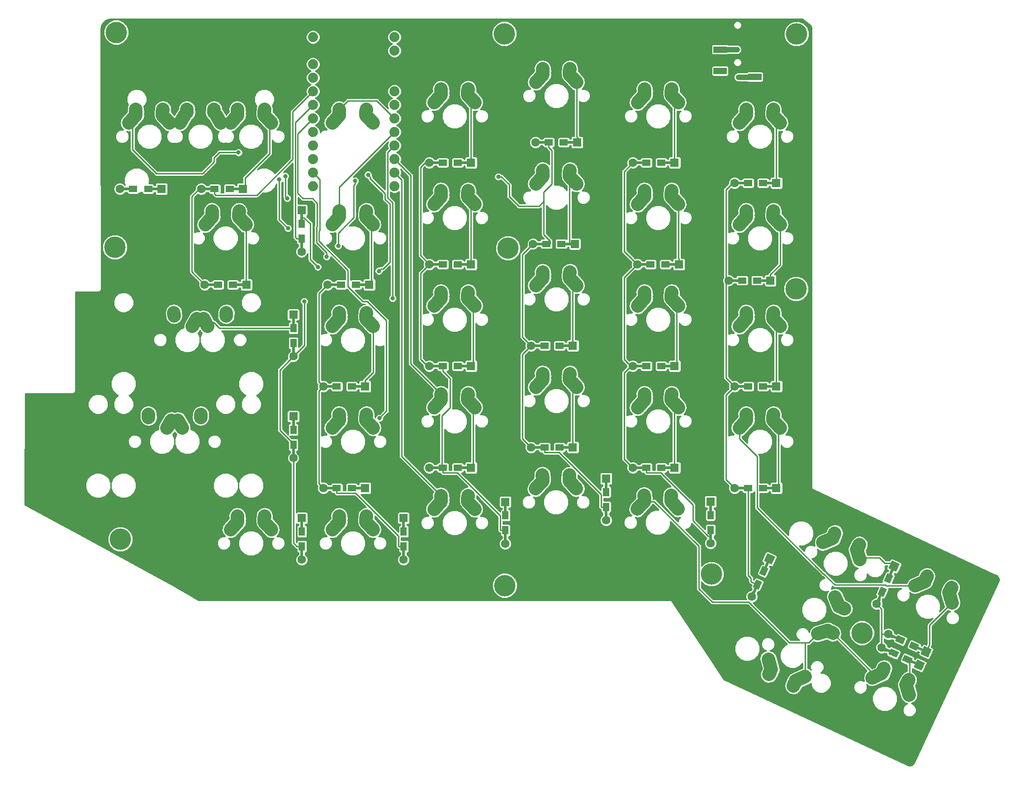
<source format=gbr>
G04 #@! TF.GenerationSoftware,KiCad,Pcbnew,(5.0.2)-1*
G04 #@! TF.CreationDate,2020-01-15T18:12:48+05:30*
G04 #@! TF.ProjectId,ergocape,6572676f-6361-4706-952e-6b696361645f,rev?*
G04 #@! TF.SameCoordinates,Original*
G04 #@! TF.FileFunction,Copper,L2,Bot*
G04 #@! TF.FilePolarity,Positive*
%FSLAX46Y46*%
G04 Gerber Fmt 4.6, Leading zero omitted, Abs format (unit mm)*
G04 Created by KiCad (PCBNEW (5.0.2)-1) date 1/15/2020 6:12:48 PM*
%MOMM*%
%LPD*%
G01*
G04 APERTURE LIST*
G04 #@! TA.AperFunction,ComponentPad*
%ADD10C,4.000000*%
G04 #@! TD*
G04 #@! TA.AperFunction,ComponentPad*
%ADD11C,1.879600*%
G04 #@! TD*
G04 #@! TA.AperFunction,ComponentPad*
%ADD12C,2.000000*%
G04 #@! TD*
G04 #@! TA.AperFunction,SMDPad,CuDef*
%ADD13C,2.500000*%
G04 #@! TD*
G04 #@! TA.AperFunction,Conductor*
%ADD14C,2.500000*%
G04 #@! TD*
G04 #@! TA.AperFunction,ComponentPad*
%ADD15R,1.600000X1.600000*%
G04 #@! TD*
G04 #@! TA.AperFunction,ComponentPad*
%ADD16C,1.600000*%
G04 #@! TD*
G04 #@! TA.AperFunction,Conductor*
%ADD17R,0.500000X2.900000*%
G04 #@! TD*
G04 #@! TA.AperFunction,SMDPad,CuDef*
%ADD18R,1.200000X1.600000*%
G04 #@! TD*
G04 #@! TA.AperFunction,Conductor*
%ADD19R,2.900000X0.500000*%
G04 #@! TD*
G04 #@! TA.AperFunction,SMDPad,CuDef*
%ADD20R,1.600000X1.200000*%
G04 #@! TD*
G04 #@! TA.AperFunction,Conductor*
%ADD21C,0.100000*%
G04 #@! TD*
G04 #@! TA.AperFunction,Conductor*
%ADD22C,0.500000*%
G04 #@! TD*
G04 #@! TA.AperFunction,SMDPad,CuDef*
%ADD23C,1.200000*%
G04 #@! TD*
G04 #@! TA.AperFunction,ComponentPad*
%ADD24C,2.500000*%
G04 #@! TD*
G04 #@! TA.AperFunction,SMDPad,CuDef*
%ADD25R,2.500000X1.200000*%
G04 #@! TD*
G04 #@! TA.AperFunction,ViaPad*
%ADD26C,0.800000*%
G04 #@! TD*
G04 #@! TA.AperFunction,Conductor*
%ADD27C,1.016000*%
G04 #@! TD*
G04 #@! TA.AperFunction,Conductor*
%ADD28C,0.250000*%
G04 #@! TD*
G04 #@! TA.AperFunction,Conductor*
%ADD29C,0.254000*%
G04 #@! TD*
G04 APERTURE END LIST*
D10*
G04 #@! TO.P,H10,1*
G04 #@! TO.N,N/C*
X39624000Y-60452000D03*
G04 #@! TD*
D11*
G04 #@! TO.P,M1,24*
G04 #@! TO.N,N/C*
X76708000Y-21082000D03*
G04 #@! TO.P,M1,23*
G04 #@! TO.N,GND*
X76708000Y-23622000D03*
G04 #@! TO.P,M1,22*
G04 #@! TO.N,N/C*
X76708000Y-26162000D03*
G04 #@! TO.P,M1,21*
G04 #@! TO.N,VCC*
X76708000Y-28702000D03*
G04 #@! TO.P,M1,20*
G04 #@! TO.N,/COL1*
X76708000Y-31242000D03*
G04 #@! TO.P,M1,19*
G04 #@! TO.N,/COL2*
X76708000Y-33782000D03*
G04 #@! TO.P,M1,18*
G04 #@! TO.N,/COL3*
X76708000Y-36322000D03*
G04 #@! TO.P,M1,17*
G04 #@! TO.N,/COL4*
X76708000Y-38862000D03*
G04 #@! TO.P,M1,16*
G04 #@! TO.N,/COL5*
X76708000Y-41402000D03*
G04 #@! TO.P,M1,15*
G04 #@! TO.N,/COL6*
X76708000Y-43942000D03*
G04 #@! TO.P,M1,14*
G04 #@! TO.N,/COL7*
X76708000Y-46482000D03*
G04 #@! TO.P,M1,13*
G04 #@! TO.N,N/C*
X76708000Y-49022000D03*
G04 #@! TO.P,M1,12*
X91948000Y-49022000D03*
G04 #@! TO.P,M1,11*
G04 #@! TO.N,/ROW5*
X91948000Y-46482000D03*
G04 #@! TO.P,M1,10*
G04 #@! TO.N,/ROW4*
X91948000Y-43942000D03*
G04 #@! TO.P,M1,9*
G04 #@! TO.N,/ROW3*
X91948000Y-41402000D03*
G04 #@! TO.P,M1,8*
G04 #@! TO.N,/ROW2*
X91948000Y-38862000D03*
G04 #@! TO.P,M1,7*
G04 #@! TO.N,/ROW1*
X91948000Y-36322000D03*
G04 #@! TO.P,M1,6*
G04 #@! TO.N,/SERIAL*
X91948000Y-33782000D03*
G04 #@! TO.P,M1,5*
G04 #@! TO.N,N/C*
X91948000Y-31242000D03*
G04 #@! TO.P,M1,4*
G04 #@! TO.N,GND*
X91948000Y-28702000D03*
G04 #@! TO.P,M1,3*
X91948000Y-26162000D03*
G04 #@! TO.P,M1,2*
G04 #@! TO.N,N/C*
X91948000Y-23622000D03*
G04 #@! TO.P,M1,1*
X91948000Y-21082000D03*
G04 #@! TD*
D12*
G04 #@! TO.P,K_1,1*
G04 #@! TO.N,Net-(D_1-Pad1)*
X86637500Y-35187500D03*
X86677500Y-34607500D03*
G04 #@! TO.P,K_1,2*
G04 #@! TO.N,/ROW1*
X81637500Y-35687500D03*
X80327500Y-37147500D03*
D13*
G04 #@! TO.P,K_1,1*
G04 #@! TO.N,Net-(D_1-Pad1)*
X87292500Y-36417500D03*
D14*
G04 #@! TD*
G04 #@! TO.N,Net-(D_1-Pad1)*
G04 #@! TO.C,K_1*
X87947495Y-37147504D02*
X86637505Y-35687496D01*
D13*
G04 #@! TO.P,K_1,2*
G04 #@! TO.N,/ROW1*
X80982500Y-36417500D03*
D14*
G04 #@! TD*
G04 #@! TO.N,/ROW1*
G04 #@! TO.C,K_1*
X80327505Y-37147504D02*
X81637495Y-35687496D01*
D12*
G04 #@! TO.P,K_1,1*
G04 #@! TO.N,Net-(D_1-Pad1)*
X86637500Y-35687500D03*
X87947500Y-37147500D03*
D13*
G04 #@! TO.P,K_1,2*
G04 #@! TO.N,/ROW1*
X81617500Y-34897500D03*
D14*
G04 #@! TD*
G04 #@! TO.N,/ROW1*
G04 #@! TO.C,K_1*
X81597501Y-34607500D02*
X81637499Y-35187500D01*
D12*
G04 #@! TO.P,K_1,2*
G04 #@! TO.N,/ROW1*
X81637500Y-35187500D03*
X81597500Y-34607500D03*
D13*
G04 #@! TO.P,K_1,1*
G04 #@! TO.N,Net-(D_1-Pad1)*
X86657500Y-34897500D03*
D14*
G04 #@! TD*
G04 #@! TO.N,Net-(D_1-Pad1)*
G04 #@! TO.C,K_1*
X86677499Y-34607500D02*
X86637501Y-35187500D01*
D13*
G04 #@! TO.P,K_TAB1,2*
G04 #@! TO.N,/ROW2*
X57805000Y-53947500D03*
D14*
G04 #@! TD*
G04 #@! TO.N,/ROW2*
G04 #@! TO.C,K_TAB1*
X57824999Y-54237500D02*
X57785001Y-53657500D01*
D12*
G04 #@! TO.P,K_TAB1,2*
G04 #@! TO.N,/ROW2*
X57825000Y-54237500D03*
X57785000Y-53657500D03*
G04 #@! TO.P,K_TAB1,1*
G04 #@! TO.N,Net-(D_tAB1-Pad1)*
X62825000Y-54737500D03*
X64135000Y-56197500D03*
G04 #@! TO.P,K_TAB1,2*
G04 #@! TO.N,/ROW2*
X57825000Y-54737500D03*
X56515000Y-56197500D03*
G04 #@! TO.P,K_TAB1,1*
G04 #@! TO.N,Net-(D_tAB1-Pad1)*
X62825000Y-54237500D03*
X62865000Y-53657500D03*
D13*
X63480000Y-55467500D03*
D14*
G04 #@! TD*
G04 #@! TO.N,Net-(D_tAB1-Pad1)*
G04 #@! TO.C,K_TAB1*
X62825005Y-54737496D02*
X64134995Y-56197504D01*
D13*
G04 #@! TO.P,K_TAB1,1*
G04 #@! TO.N,Net-(D_tAB1-Pad1)*
X62845000Y-53947500D03*
D14*
G04 #@! TD*
G04 #@! TO.N,Net-(D_tAB1-Pad1)*
G04 #@! TO.C,K_TAB1*
X62825001Y-54237500D02*
X62864999Y-53657500D01*
D13*
G04 #@! TO.P,K_TAB1,2*
G04 #@! TO.N,/ROW2*
X57170000Y-55467500D03*
D14*
G04 #@! TD*
G04 #@! TO.N,/ROW2*
G04 #@! TO.C,K_TAB1*
X57824995Y-54737496D02*
X56515005Y-56197504D01*
D12*
G04 #@! TO.P,K_TH_1U_2,1*
G04 #@! TO.N,Net-(D_TH1_2-Pad1)*
X187916552Y-141986161D03*
X188197923Y-141477407D03*
G04 #@! TO.P,K_TH_1U_2,2*
G04 #@! TO.N,/ROW5*
X183173704Y-140326223D03*
X181369418Y-141095803D03*
D13*
G04 #@! TO.P,K_TH_1U_2,1*
G04 #@! TO.N,Net-(D_TH1_2-Pad1)*
X187990363Y-143377734D03*
D14*
G04 #@! TD*
G04 #@! TO.N,Net-(D_TH1_2-Pad1)*
G04 #@! TO.C,K_TH_1U_2*
X188275477Y-144316156D02*
X187705249Y-142439312D01*
D13*
G04 #@! TO.P,K_TH_1U_2,2*
G04 #@! TO.N,/ROW5*
X182271561Y-140711013D03*
D14*
G04 #@! TD*
G04 #@! TO.N,/ROW5*
G04 #@! TO.C,K_TH_1U_2*
X181369420Y-141095809D02*
X183173702Y-140326217D01*
D12*
G04 #@! TO.P,K_TH_1U_2,1*
G04 #@! TO.N,Net-(D_TH1_2-Pad1)*
X187705243Y-142439315D03*
X188275483Y-144316154D03*
D13*
G04 #@! TO.P,K_TH_1U_2,2*
G04 #@! TO.N,/ROW5*
X183489446Y-139601788D03*
D14*
G04 #@! TD*
G04 #@! TO.N,/ROW5*
G04 #@! TO.C,K_TH_1U_2*
X183593880Y-139330507D02*
X183385012Y-139873069D01*
D12*
G04 #@! TO.P,K_TH_1U_2,2*
G04 #@! TO.N,/ROW5*
X183385013Y-139873069D03*
X183593879Y-139330506D03*
D13*
G04 #@! TO.P,K_TH_1U_2,1*
G04 #@! TO.N,Net-(D_TH1_2-Pad1)*
X188057237Y-141731784D03*
D14*
G04 #@! TD*
G04 #@! TO.N,Net-(D_TH1_2-Pad1)*
G04 #@! TO.C,K_TH_1U_2*
X188197922Y-141477407D02*
X187916552Y-141986161D01*
D15*
G04 #@! TO.P,D_1,1*
G04 #@! TO.N,Net-(D_1-Pad1)*
X74549000Y-53504000D03*
D16*
G04 #@! TO.P,D_1,2*
G04 #@! TO.N,/COL2*
X74549000Y-61304000D03*
D17*
G04 #@! TD*
G04 #@! TO.N,Net-(D_1-Pad1)*
G04 #@! TO.C,D_1*
X74549000Y-54904000D03*
D18*
G04 #@! TO.P,D_1,1*
G04 #@! TO.N,Net-(D_1-Pad1)*
X74549000Y-56004000D03*
G04 #@! TO.P,D_1,2*
G04 #@! TO.N,/COL2*
X74549000Y-58804000D03*
D17*
G04 #@! TD*
G04 #@! TO.N,/COL2*
G04 #@! TO.C,D_1*
X74549000Y-59904000D03*
D15*
G04 #@! TO.P,D_2,1*
G04 #@! TO.N,Net-(D_2-Pad1)*
X106294000Y-44608800D03*
D16*
G04 #@! TO.P,D_2,2*
G04 #@! TO.N,/COL3*
X98494000Y-44608800D03*
D19*
G04 #@! TD*
G04 #@! TO.N,Net-(D_2-Pad1)*
G04 #@! TO.C,D_2*
X104894000Y-44608800D03*
D20*
G04 #@! TO.P,D_2,1*
G04 #@! TO.N,Net-(D_2-Pad1)*
X103794000Y-44608800D03*
G04 #@! TO.P,D_2,2*
G04 #@! TO.N,/COL3*
X100994000Y-44608800D03*
D19*
G04 #@! TD*
G04 #@! TO.N,/COL3*
G04 #@! TO.C,D_2*
X99894000Y-44608800D03*
G04 #@! TO.N,/COL4*
G04 #@! TO.C,D_3*
X119738000Y-40798800D03*
D20*
G04 #@! TD*
G04 #@! TO.P,D_3,2*
G04 #@! TO.N,/COL4*
X120838000Y-40798800D03*
G04 #@! TO.P,D_3,1*
G04 #@! TO.N,Net-(D_3-Pad1)*
X123638000Y-40798800D03*
D19*
G04 #@! TD*
G04 #@! TO.N,Net-(D_3-Pad1)*
G04 #@! TO.C,D_3*
X124738000Y-40798800D03*
D16*
G04 #@! TO.P,D_3,2*
G04 #@! TO.N,/COL4*
X118338000Y-40798800D03*
D15*
G04 #@! TO.P,D_3,1*
G04 #@! TO.N,Net-(D_3-Pad1)*
X126138000Y-40798800D03*
G04 #@! TD*
G04 #@! TO.P,D_4,1*
G04 #@! TO.N,Net-(D_4-Pad1)*
X144394000Y-44608800D03*
D16*
G04 #@! TO.P,D_4,2*
G04 #@! TO.N,/COL5*
X136594000Y-44608800D03*
D19*
G04 #@! TD*
G04 #@! TO.N,Net-(D_4-Pad1)*
G04 #@! TO.C,D_4*
X142994000Y-44608800D03*
D20*
G04 #@! TO.P,D_4,1*
G04 #@! TO.N,Net-(D_4-Pad1)*
X141894000Y-44608800D03*
G04 #@! TO.P,D_4,2*
G04 #@! TO.N,/COL5*
X139094000Y-44608800D03*
D19*
G04 #@! TD*
G04 #@! TO.N,/COL5*
G04 #@! TO.C,D_4*
X137994000Y-44608800D03*
G04 #@! TO.N,/COL6*
G04 #@! TO.C,D_5*
X157044000Y-48418800D03*
D20*
G04 #@! TD*
G04 #@! TO.P,D_5,2*
G04 #@! TO.N,/COL6*
X158144000Y-48418800D03*
G04 #@! TO.P,D_5,1*
G04 #@! TO.N,Net-(D_5-Pad1)*
X160944000Y-48418800D03*
D19*
G04 #@! TD*
G04 #@! TO.N,Net-(D_5-Pad1)*
G04 #@! TO.C,D_5*
X162044000Y-48418800D03*
D16*
G04 #@! TO.P,D_5,2*
G04 #@! TO.N,/COL6*
X155644000Y-48418800D03*
D15*
G04 #@! TO.P,D_5,1*
G04 #@! TO.N,Net-(D_5-Pad1)*
X163444000Y-48418800D03*
G04 #@! TD*
D17*
G04 #@! TO.N,/COL2*
G04 #@! TO.C,D_ALT1*
X93662500Y-117594000D03*
D18*
G04 #@! TD*
G04 #@! TO.P,D_ALT1,2*
G04 #@! TO.N,/COL2*
X93662500Y-116494000D03*
G04 #@! TO.P,D_ALT1,1*
G04 #@! TO.N,Net-(D_ALT1-Pad1)*
X93662500Y-113694000D03*
D17*
G04 #@! TD*
G04 #@! TO.N,Net-(D_ALT1-Pad1)*
G04 #@! TO.C,D_ALT1*
X93662500Y-112594000D03*
D16*
G04 #@! TO.P,D_ALT1,2*
G04 #@! TO.N,/COL2*
X93662500Y-118994000D03*
D15*
G04 #@! TO.P,D_ALT1,1*
G04 #@! TO.N,Net-(D_ALT1-Pad1)*
X93662500Y-111194000D03*
G04 #@! TD*
G04 #@! TO.P,D_bot_1U_2,1*
G04 #@! TO.N,Net-(D_bot_1U_2-Pad1)*
X151130000Y-108114000D03*
D16*
G04 #@! TO.P,D_bot_1U_2,2*
G04 #@! TO.N,/COL5*
X151130000Y-115914000D03*
D17*
G04 #@! TD*
G04 #@! TO.N,Net-(D_bot_1U_2-Pad1)*
G04 #@! TO.C,D_bot_1U_2*
X151130000Y-109514000D03*
D18*
G04 #@! TO.P,D_bot_1U_2,1*
G04 #@! TO.N,Net-(D_bot_1U_2-Pad1)*
X151130000Y-110614000D03*
G04 #@! TO.P,D_bot_1U_2,2*
G04 #@! TO.N,/COL5*
X151130000Y-113414000D03*
D17*
G04 #@! TD*
G04 #@! TO.N,/COL5*
G04 #@! TO.C,D_bot_1U_2*
X151130000Y-114514000D03*
D15*
G04 #@! TO.P,D_Bpt_1U_1,1*
G04 #@! TO.N,Net-(D_Bpt_1U_1-Pad1)*
X131572000Y-103796000D03*
D16*
G04 #@! TO.P,D_Bpt_1U_1,2*
G04 #@! TO.N,/COL4*
X131572000Y-111596000D03*
D17*
G04 #@! TD*
G04 #@! TO.N,Net-(D_Bpt_1U_1-Pad1)*
G04 #@! TO.C,D_Bpt_1U_1*
X131572000Y-105196000D03*
D18*
G04 #@! TO.P,D_Bpt_1U_1,1*
G04 #@! TO.N,Net-(D_Bpt_1U_1-Pad1)*
X131572000Y-106296000D03*
G04 #@! TO.P,D_Bpt_1U_1,2*
G04 #@! TO.N,/COL4*
X131572000Y-109096000D03*
D17*
G04 #@! TD*
G04 #@! TO.N,/COL4*
G04 #@! TO.C,D_Bpt_1U_1*
X131572000Y-110196000D03*
D15*
G04 #@! TO.P,D_CAP1,1*
G04 #@! TO.N,Net-(D_CAP1-Pad1)*
X73025000Y-73093800D03*
D16*
G04 #@! TO.P,D_CAP1,2*
G04 #@! TO.N,/COL1*
X73025000Y-80893800D03*
D17*
G04 #@! TD*
G04 #@! TO.N,Net-(D_CAP1-Pad1)*
G04 #@! TO.C,D_CAP1*
X73025000Y-74493800D03*
D18*
G04 #@! TO.P,D_CAP1,1*
G04 #@! TO.N,Net-(D_CAP1-Pad1)*
X73025000Y-75593800D03*
G04 #@! TO.P,D_CAP1,2*
G04 #@! TO.N,/COL1*
X73025000Y-78393800D03*
D17*
G04 #@! TD*
G04 #@! TO.N,/COL1*
G04 #@! TO.C,D_CAP1*
X73025000Y-79493800D03*
G04 #@! TO.N,/COL1*
G04 #@! TO.C,D_CTRL1*
X74612500Y-117594000D03*
D18*
G04 #@! TD*
G04 #@! TO.P,D_CTRL1,2*
G04 #@! TO.N,/COL1*
X74612500Y-116494000D03*
G04 #@! TO.P,D_CTRL1,1*
G04 #@! TO.N,Net-(D_CTRL1-Pad1)*
X74612500Y-113694000D03*
D17*
G04 #@! TD*
G04 #@! TO.N,Net-(D_CTRL1-Pad1)*
G04 #@! TO.C,D_CTRL1*
X74612500Y-112594000D03*
D16*
G04 #@! TO.P,D_CTRL1,2*
G04 #@! TO.N,/COL1*
X74612500Y-118994000D03*
D15*
G04 #@! TO.P,D_CTRL1,1*
G04 #@! TO.N,Net-(D_CTRL1-Pad1)*
X74612500Y-111194000D03*
G04 #@! TD*
G04 #@! TO.P,D_D1,1*
G04 #@! TO.N,Net-(D_D1-Pad1)*
X125344000Y-78898800D03*
D16*
G04 #@! TO.P,D_D1,2*
G04 #@! TO.N,/COL4*
X117544000Y-78898800D03*
D19*
G04 #@! TD*
G04 #@! TO.N,Net-(D_D1-Pad1)*
G04 #@! TO.C,D_D1*
X123944000Y-78898800D03*
D20*
G04 #@! TO.P,D_D1,1*
G04 #@! TO.N,Net-(D_D1-Pad1)*
X122844000Y-78898800D03*
G04 #@! TO.P,D_D1,2*
G04 #@! TO.N,/COL4*
X120044000Y-78898800D03*
D19*
G04 #@! TD*
G04 #@! TO.N,/COL4*
G04 #@! TO.C,D_D1*
X118944000Y-78898800D03*
G04 #@! TO.N,/COL1*
G04 #@! TO.C,D_ESC1*
X57190000Y-49530000D03*
D20*
G04 #@! TD*
G04 #@! TO.P,D_ESC1,2*
G04 #@! TO.N,/COL1*
X58290000Y-49530000D03*
G04 #@! TO.P,D_ESC1,1*
G04 #@! TO.N,Net-(D_ESC1-Pad1)*
X61090000Y-49530000D03*
D19*
G04 #@! TD*
G04 #@! TO.N,Net-(D_ESC1-Pad1)*
G04 #@! TO.C,D_ESC1*
X62190000Y-49530000D03*
D16*
G04 #@! TO.P,D_ESC1,2*
G04 #@! TO.N,/COL1*
X55790000Y-49530000D03*
D15*
G04 #@! TO.P,D_ESC1,1*
G04 #@! TO.N,Net-(D_ESC1-Pad1)*
X63590000Y-49530000D03*
G04 #@! TD*
D17*
G04 #@! TO.N,/COL1*
G04 #@! TO.C,D_SHIFT_1*
X73025000Y-98543800D03*
D18*
G04 #@! TD*
G04 #@! TO.P,D_SHIFT_1,2*
G04 #@! TO.N,/COL1*
X73025000Y-97443800D03*
G04 #@! TO.P,D_SHIFT_1,1*
G04 #@! TO.N,Net-(D_SHIFT_1-Pad1)*
X73025000Y-94643800D03*
D17*
G04 #@! TD*
G04 #@! TO.N,Net-(D_SHIFT_1-Pad1)*
G04 #@! TO.C,D_SHIFT_1*
X73025000Y-93543800D03*
D16*
G04 #@! TO.P,D_SHIFT_1,2*
G04 #@! TO.N,/COL1*
X73025000Y-99943800D03*
D15*
G04 #@! TO.P,D_SHIFT_1,1*
G04 #@! TO.N,Net-(D_SHIFT_1-Pad1)*
X73025000Y-92143800D03*
G04 #@! TD*
D19*
G04 #@! TO.N,/COL1*
G04 #@! TO.C,D_tAB1*
X57825000Y-67468800D03*
D20*
G04 #@! TD*
G04 #@! TO.P,D_tAB1,2*
G04 #@! TO.N,/COL1*
X58925000Y-67468800D03*
G04 #@! TO.P,D_tAB1,1*
G04 #@! TO.N,Net-(D_tAB1-Pad1)*
X61725000Y-67468800D03*
D19*
G04 #@! TD*
G04 #@! TO.N,Net-(D_tAB1-Pad1)*
G04 #@! TO.C,D_tAB1*
X62825000Y-67468800D03*
D16*
G04 #@! TO.P,D_tAB1,2*
G04 #@! TO.N,/COL1*
X56425000Y-67468800D03*
D15*
G04 #@! TO.P,D_tAB1,1*
G04 #@! TO.N,Net-(D_tAB1-Pad1)*
X64225000Y-67468800D03*
G04 #@! TD*
D16*
G04 #@! TO.P,D_TH1_1,1*
G04 #@! TO.N,Net-(D_TH1_1-Pad1)*
X191469600Y-136224211D03*
D21*
G04 #@! TD*
G04 #@! TO.N,Net-(D_TH1_1-Pad1)*
G04 #@! TO.C,D_TH1_1*
G36*
X190406459Y-136611163D02*
X191082648Y-135161070D01*
X192532741Y-135837259D01*
X191856552Y-137287352D01*
X190406459Y-136611163D01*
X190406459Y-136611163D01*
G37*
D16*
G04 #@! TO.P,D_TH1_1,2*
G04 #@! TO.N,/COL7*
X184400400Y-132927789D03*
D22*
G04 #@! TD*
G04 #@! TO.N,Net-(D_TH1_1-Pad1)*
G04 #@! TO.C,D_TH1_1*
X190200769Y-135632547D03*
D21*
G04 #@! TO.N,Net-(D_TH1_1-Pad1)*
G04 #@! TO.C,D_TH1_1*
G36*
X188780968Y-135246327D02*
X188992277Y-134793174D01*
X191620570Y-136018767D01*
X191409261Y-136471920D01*
X188780968Y-135246327D01*
X188780968Y-135246327D01*
G37*
D23*
G04 #@! TD*
G04 #@! TO.P,D_TH1_1,1*
G04 #@! TO.N,Net-(D_TH1_1-Pad1)*
X189203831Y-135167666D03*
D21*
G04 #@! TO.N,Net-(D_TH1_1-Pad1)*
G04 #@! TO.C,D_TH1_1*
G36*
X188225214Y-135373356D02*
X188732356Y-134285787D01*
X190182448Y-134961976D01*
X189675306Y-136049545D01*
X188225214Y-135373356D01*
X188225214Y-135373356D01*
G37*
D23*
G04 #@! TD*
G04 #@! TO.P,D_TH1_1,2*
G04 #@! TO.N,/COL7*
X186666169Y-133984334D03*
D21*
G04 #@! TO.N,/COL7*
G04 #@! TO.C,D_TH1_1*
G36*
X185687552Y-134190024D02*
X186194694Y-133102455D01*
X187644786Y-133778644D01*
X187137644Y-134866213D01*
X185687552Y-134190024D01*
X185687552Y-134190024D01*
G37*
D22*
X185669231Y-133519453D03*
D21*
G36*
X184249430Y-133133233D02*
X184460739Y-132680080D01*
X187089032Y-133905673D01*
X186877723Y-134358826D01*
X184249430Y-133133233D01*
X184249430Y-133133233D01*
G37*
G04 #@! TD*
D22*
G04 #@! TO.N,/COL7*
G04 #@! TO.C,D_TH1_2*
X184419231Y-136018453D03*
D21*
G36*
X182999430Y-135632233D02*
X183210739Y-135179080D01*
X185839032Y-136404673D01*
X185627723Y-136857826D01*
X182999430Y-135632233D01*
X182999430Y-135632233D01*
G37*
D23*
G04 #@! TD*
G04 #@! TO.P,D_TH1_2,2*
G04 #@! TO.N,/COL7*
X185416169Y-136483334D03*
D21*
G04 #@! TO.N,/COL7*
G04 #@! TO.C,D_TH1_2*
G36*
X184437552Y-136689024D02*
X184944694Y-135601455D01*
X186394786Y-136277644D01*
X185887644Y-137365213D01*
X184437552Y-136689024D01*
X184437552Y-136689024D01*
G37*
D23*
G04 #@! TD*
G04 #@! TO.P,D_TH1_2,1*
G04 #@! TO.N,Net-(D_TH1_2-Pad1)*
X187953831Y-137666666D03*
D21*
G04 #@! TO.N,Net-(D_TH1_2-Pad1)*
G04 #@! TO.C,D_TH1_2*
G36*
X186975214Y-137872356D02*
X187482356Y-136784787D01*
X188932448Y-137460976D01*
X188425306Y-138548545D01*
X186975214Y-137872356D01*
X186975214Y-137872356D01*
G37*
D22*
X188950769Y-138131547D03*
D21*
G36*
X187530968Y-137745327D02*
X187742277Y-137292174D01*
X190370570Y-138517767D01*
X190159261Y-138970920D01*
X187530968Y-137745327D01*
X187530968Y-137745327D01*
G37*
D16*
G04 #@! TD*
G04 #@! TO.P,D_TH1_2,2*
G04 #@! TO.N,/COL7*
X183150400Y-135426789D03*
G04 #@! TO.P,D_TH1_2,1*
G04 #@! TO.N,Net-(D_TH1_2-Pad1)*
X190219600Y-138723211D03*
D21*
G04 #@! TD*
G04 #@! TO.N,Net-(D_TH1_2-Pad1)*
G04 #@! TO.C,D_TH1_2*
G36*
X189156459Y-139110163D02*
X189832648Y-137660070D01*
X191282741Y-138336259D01*
X190606552Y-139786352D01*
X189156459Y-139110163D01*
X189156459Y-139110163D01*
G37*
D16*
G04 #@! TO.P,D_th_2U1,1*
G04 #@! TO.N,Net-(D_th_2U1-Pad1)*
X162151211Y-118849400D03*
D21*
G04 #@! TD*
G04 #@! TO.N,Net-(D_th_2U1-Pad1)*
G04 #@! TO.C,D_th_2U1*
G36*
X162538163Y-119912541D02*
X161088070Y-119236352D01*
X161764259Y-117786259D01*
X163214352Y-118462448D01*
X162538163Y-119912541D01*
X162538163Y-119912541D01*
G37*
D16*
G04 #@! TO.P,D_th_2U1,2*
G04 #@! TO.N,/COL6*
X158854789Y-125918600D03*
D22*
G04 #@! TD*
G04 #@! TO.N,Net-(D_th_2U1-Pad1)*
G04 #@! TO.C,D_th_2U1*
X161559547Y-120118231D03*
D21*
G04 #@! TO.N,Net-(D_th_2U1-Pad1)*
G04 #@! TO.C,D_th_2U1*
G36*
X161173327Y-121538032D02*
X160720174Y-121326723D01*
X161945767Y-118698430D01*
X162398920Y-118909739D01*
X161173327Y-121538032D01*
X161173327Y-121538032D01*
G37*
D23*
G04 #@! TD*
G04 #@! TO.P,D_th_2U1,1*
G04 #@! TO.N,Net-(D_th_2U1-Pad1)*
X161094666Y-121115169D03*
D21*
G04 #@! TO.N,Net-(D_th_2U1-Pad1)*
G04 #@! TO.C,D_th_2U1*
G36*
X161300356Y-122093786D02*
X160212787Y-121586644D01*
X160888976Y-120136552D01*
X161976545Y-120643694D01*
X161300356Y-122093786D01*
X161300356Y-122093786D01*
G37*
D23*
G04 #@! TD*
G04 #@! TO.P,D_th_2U1,2*
G04 #@! TO.N,/COL6*
X159911334Y-123652831D03*
D21*
G04 #@! TO.N,/COL6*
G04 #@! TO.C,D_th_2U1*
G36*
X160117024Y-124631448D02*
X159029455Y-124124306D01*
X159705644Y-122674214D01*
X160793213Y-123181356D01*
X160117024Y-124631448D01*
X160117024Y-124631448D01*
G37*
D22*
X159446453Y-124649769D03*
D21*
G36*
X159060233Y-126069570D02*
X158607080Y-125858261D01*
X159832673Y-123229968D01*
X160285826Y-123441277D01*
X159060233Y-126069570D01*
X159060233Y-126069570D01*
G37*
G04 #@! TD*
D15*
G04 #@! TO.P,D_WIN1,1*
G04 #@! TO.N,Net-(D_WIN1-Pad1)*
X112712000Y-108178000D03*
D16*
G04 #@! TO.P,D_WIN1,2*
G04 #@! TO.N,/COL3*
X112712000Y-115978000D03*
D17*
G04 #@! TD*
G04 #@! TO.N,Net-(D_WIN1-Pad1)*
G04 #@! TO.C,D_WIN1*
X112712000Y-109578000D03*
D18*
G04 #@! TO.P,D_WIN1,1*
G04 #@! TO.N,Net-(D_WIN1-Pad1)*
X112712000Y-110678000D03*
G04 #@! TO.P,D_WIN1,2*
G04 #@! TO.N,/COL3*
X112712000Y-113478000D03*
D17*
G04 #@! TD*
G04 #@! TO.N,/COL3*
G04 #@! TO.C,D_WIN1*
X112712000Y-114578000D03*
D15*
G04 #@! TO.P,DA1,1*
G04 #@! TO.N,Net-(DA1-Pad1)*
X86450000Y-86518800D03*
D16*
G04 #@! TO.P,DA1,2*
G04 #@! TO.N,/COL2*
X78650000Y-86518800D03*
D19*
G04 #@! TD*
G04 #@! TO.N,Net-(DA1-Pad1)*
G04 #@! TO.C,DA1*
X85050000Y-86518800D03*
D20*
G04 #@! TO.P,DA1,1*
G04 #@! TO.N,Net-(DA1-Pad1)*
X83950000Y-86518800D03*
G04 #@! TO.P,DA1,2*
G04 #@! TO.N,/COL2*
X81150000Y-86518800D03*
D19*
G04 #@! TD*
G04 #@! TO.N,/COL2*
G04 #@! TO.C,DA1*
X80050000Y-86518800D03*
D15*
G04 #@! TO.P,DB1,1*
G04 #@! TO.N,Net-(DB1-Pad1)*
X163444000Y-105569000D03*
D16*
G04 #@! TO.P,DB1,2*
G04 #@! TO.N,/COL6*
X155644000Y-105569000D03*
D19*
G04 #@! TD*
G04 #@! TO.N,Net-(DB1-Pad1)*
G04 #@! TO.C,DB1*
X162044000Y-105569000D03*
D20*
G04 #@! TO.P,DB1,1*
G04 #@! TO.N,Net-(DB1-Pad1)*
X160944000Y-105569000D03*
G04 #@! TO.P,DB1,2*
G04 #@! TO.N,/COL6*
X158144000Y-105569000D03*
D19*
G04 #@! TD*
G04 #@! TO.N,/COL6*
G04 #@! TO.C,DB1*
X157044000Y-105569000D03*
G04 #@! TO.N,/COL4*
G04 #@! TO.C,DC1*
X118944000Y-97948800D03*
D20*
G04 #@! TD*
G04 #@! TO.P,DC1,2*
G04 #@! TO.N,/COL4*
X120044000Y-97948800D03*
G04 #@! TO.P,DC1,1*
G04 #@! TO.N,Net-(DC1-Pad1)*
X122844000Y-97948800D03*
D19*
G04 #@! TD*
G04 #@! TO.N,Net-(DC1-Pad1)*
G04 #@! TO.C,DC1*
X123944000Y-97948800D03*
D16*
G04 #@! TO.P,DC1,2*
G04 #@! TO.N,/COL4*
X117544000Y-97948800D03*
D15*
G04 #@! TO.P,DC1,1*
G04 #@! TO.N,Net-(DC1-Pad1)*
X125344000Y-97948800D03*
G04 #@! TD*
D19*
G04 #@! TO.N,/COL4*
G04 #@! TO.C,DE1*
X119293000Y-59817000D03*
D20*
G04 #@! TD*
G04 #@! TO.P,DE1,2*
G04 #@! TO.N,/COL4*
X120393000Y-59817000D03*
G04 #@! TO.P,DE1,1*
G04 #@! TO.N,Net-(DE1-Pad1)*
X123193000Y-59817000D03*
D19*
G04 #@! TD*
G04 #@! TO.N,Net-(DE1-Pad1)*
G04 #@! TO.C,DE1*
X124293000Y-59817000D03*
D16*
G04 #@! TO.P,DE1,2*
G04 #@! TO.N,/COL4*
X117893000Y-59817000D03*
D15*
G04 #@! TO.P,DE1,1*
G04 #@! TO.N,Net-(DE1-Pad1)*
X125693000Y-59817000D03*
G04 #@! TD*
D19*
G04 #@! TO.N,/COL5*
G04 #@! TO.C,DF1*
X137994000Y-82708800D03*
D20*
G04 #@! TD*
G04 #@! TO.P,DF1,2*
G04 #@! TO.N,/COL5*
X139094000Y-82708800D03*
G04 #@! TO.P,DF1,1*
G04 #@! TO.N,Net-(DF1-Pad1)*
X141894000Y-82708800D03*
D19*
G04 #@! TD*
G04 #@! TO.N,Net-(DF1-Pad1)*
G04 #@! TO.C,DF1*
X142994000Y-82708800D03*
D16*
G04 #@! TO.P,DF1,2*
G04 #@! TO.N,/COL5*
X136594000Y-82708800D03*
D15*
G04 #@! TO.P,DF1,1*
G04 #@! TO.N,Net-(DF1-Pad1)*
X144394000Y-82708800D03*
G04 #@! TD*
D19*
G04 #@! TO.N,/COL6*
G04 #@! TO.C,DG1*
X157044000Y-86518800D03*
D20*
G04 #@! TD*
G04 #@! TO.P,DG1,2*
G04 #@! TO.N,/COL6*
X158144000Y-86518800D03*
G04 #@! TO.P,DG1,1*
G04 #@! TO.N,Net-(DG1-Pad1)*
X160944000Y-86518800D03*
D19*
G04 #@! TD*
G04 #@! TO.N,Net-(DG1-Pad1)*
G04 #@! TO.C,DG1*
X162044000Y-86518800D03*
D16*
G04 #@! TO.P,DG1,2*
G04 #@! TO.N,/COL6*
X155644000Y-86518800D03*
D15*
G04 #@! TO.P,DG1,1*
G04 #@! TO.N,Net-(DG1-Pad1)*
X163444000Y-86518800D03*
G04 #@! TD*
G04 #@! TO.P,DQ1,1*
G04 #@! TO.N,Net-(DQ1-Pad1)*
X87243800Y-67468800D03*
D16*
G04 #@! TO.P,DQ1,2*
G04 #@! TO.N,/COL2*
X79443800Y-67468800D03*
D19*
G04 #@! TD*
G04 #@! TO.N,Net-(DQ1-Pad1)*
G04 #@! TO.C,DQ1*
X85843800Y-67468800D03*
D20*
G04 #@! TO.P,DQ1,1*
G04 #@! TO.N,Net-(DQ1-Pad1)*
X84743800Y-67468800D03*
G04 #@! TO.P,DQ1,2*
G04 #@! TO.N,/COL2*
X81943800Y-67468800D03*
D19*
G04 #@! TD*
G04 #@! TO.N,/COL2*
G04 #@! TO.C,DQ1*
X80843800Y-67468800D03*
D15*
G04 #@! TO.P,DR1,1*
G04 #@! TO.N,Net-(DR1-Pad1)*
X145188000Y-63658800D03*
D16*
G04 #@! TO.P,DR1,2*
G04 #@! TO.N,/COL5*
X137388000Y-63658800D03*
D19*
G04 #@! TD*
G04 #@! TO.N,Net-(DR1-Pad1)*
G04 #@! TO.C,DR1*
X143788000Y-63658800D03*
D20*
G04 #@! TO.P,DR1,1*
G04 #@! TO.N,Net-(DR1-Pad1)*
X142688000Y-63658800D03*
G04 #@! TO.P,DR1,2*
G04 #@! TO.N,/COL5*
X139888000Y-63658800D03*
D19*
G04 #@! TD*
G04 #@! TO.N,/COL5*
G04 #@! TO.C,DR1*
X138788000Y-63658800D03*
G04 #@! TO.N,/COL3*
G04 #@! TO.C,DS1*
X99894000Y-82708800D03*
D20*
G04 #@! TD*
G04 #@! TO.P,DS1,2*
G04 #@! TO.N,/COL3*
X100994000Y-82708800D03*
G04 #@! TO.P,DS1,1*
G04 #@! TO.N,Net-(DS1-Pad1)*
X103794000Y-82708800D03*
D19*
G04 #@! TD*
G04 #@! TO.N,Net-(DS1-Pad1)*
G04 #@! TO.C,DS1*
X104894000Y-82708800D03*
D16*
G04 #@! TO.P,DS1,2*
G04 #@! TO.N,/COL3*
X98494000Y-82708800D03*
D15*
G04 #@! TO.P,DS1,1*
G04 #@! TO.N,Net-(DS1-Pad1)*
X106294000Y-82708800D03*
G04 #@! TD*
D19*
G04 #@! TO.N,/COL6*
G04 #@! TO.C,DT1*
X155932000Y-66675000D03*
D20*
G04 #@! TD*
G04 #@! TO.P,DT1,2*
G04 #@! TO.N,/COL6*
X157032000Y-66675000D03*
G04 #@! TO.P,DT1,1*
G04 #@! TO.N,Net-(DT1-Pad1)*
X159832000Y-66675000D03*
D19*
G04 #@! TD*
G04 #@! TO.N,Net-(DT1-Pad1)*
G04 #@! TO.C,DT1*
X160932000Y-66675000D03*
D16*
G04 #@! TO.P,DT1,2*
G04 #@! TO.N,/COL6*
X154532000Y-66675000D03*
D15*
G04 #@! TO.P,DT1,1*
G04 #@! TO.N,Net-(DT1-Pad1)*
X162332000Y-66675000D03*
G04 #@! TD*
D19*
G04 #@! TO.N,/COL5*
G04 #@! TO.C,DV1*
X137994000Y-101759000D03*
D20*
G04 #@! TD*
G04 #@! TO.P,DV1,2*
G04 #@! TO.N,/COL5*
X139094000Y-101759000D03*
G04 #@! TO.P,DV1,1*
G04 #@! TO.N,Net-(DV1-Pad1)*
X141894000Y-101759000D03*
D19*
G04 #@! TD*
G04 #@! TO.N,Net-(DV1-Pad1)*
G04 #@! TO.C,DV1*
X142994000Y-101759000D03*
D16*
G04 #@! TO.P,DV1,2*
G04 #@! TO.N,/COL5*
X136594000Y-101759000D03*
D15*
G04 #@! TO.P,DV1,1*
G04 #@! TO.N,Net-(DV1-Pad1)*
X144394000Y-101759000D03*
G04 #@! TD*
G04 #@! TO.P,DW1,1*
G04 #@! TO.N,Net-(DW1-Pad1)*
X106294000Y-63658800D03*
D16*
G04 #@! TO.P,DW1,2*
G04 #@! TO.N,/COL3*
X98494000Y-63658800D03*
D19*
G04 #@! TD*
G04 #@! TO.N,Net-(DW1-Pad1)*
G04 #@! TO.C,DW1*
X104894000Y-63658800D03*
D20*
G04 #@! TO.P,DW1,1*
G04 #@! TO.N,Net-(DW1-Pad1)*
X103794000Y-63658800D03*
G04 #@! TO.P,DW1,2*
G04 #@! TO.N,/COL3*
X100994000Y-63658800D03*
D19*
G04 #@! TD*
G04 #@! TO.N,/COL3*
G04 #@! TO.C,DW1*
X99894000Y-63658800D03*
G04 #@! TO.N,/COL3*
G04 #@! TO.C,DX1*
X99894000Y-101759000D03*
D20*
G04 #@! TD*
G04 #@! TO.P,DX1,2*
G04 #@! TO.N,/COL3*
X100994000Y-101759000D03*
G04 #@! TO.P,DX1,1*
G04 #@! TO.N,Net-(DX1-Pad1)*
X103794000Y-101759000D03*
D19*
G04 #@! TD*
G04 #@! TO.N,Net-(DX1-Pad1)*
G04 #@! TO.C,DX1*
X104894000Y-101759000D03*
D16*
G04 #@! TO.P,DX1,2*
G04 #@! TO.N,/COL3*
X98494000Y-101759000D03*
D15*
G04 #@! TO.P,DX1,1*
G04 #@! TO.N,Net-(DX1-Pad1)*
X106294000Y-101759000D03*
G04 #@! TD*
G04 #@! TO.P,DZ1,1*
G04 #@! TO.N,Net-(DZ1-Pad1)*
X86450000Y-105569000D03*
D16*
G04 #@! TO.P,DZ1,2*
G04 #@! TO.N,/COL2*
X78650000Y-105569000D03*
D19*
G04 #@! TD*
G04 #@! TO.N,Net-(DZ1-Pad1)*
G04 #@! TO.C,DZ1*
X85050000Y-105569000D03*
D20*
G04 #@! TO.P,DZ1,1*
G04 #@! TO.N,Net-(DZ1-Pad1)*
X83950000Y-105569000D03*
G04 #@! TO.P,DZ1,2*
G04 #@! TO.N,/COL2*
X81150000Y-105569000D03*
D19*
G04 #@! TD*
G04 #@! TO.N,/COL2*
G04 #@! TO.C,DZ1*
X80050000Y-105569000D03*
D12*
G04 #@! TO.P,K_2,1*
G04 #@! TO.N,Net-(D_2-Pad1)*
X105688000Y-31377500D03*
X105728000Y-30797500D03*
G04 #@! TO.P,K_2,2*
G04 #@! TO.N,/ROW1*
X100688000Y-31877500D03*
X99378000Y-33337500D03*
D13*
G04 #@! TO.P,K_2,1*
G04 #@! TO.N,Net-(D_2-Pad1)*
X106343000Y-32607500D03*
D14*
G04 #@! TD*
G04 #@! TO.N,Net-(D_2-Pad1)*
G04 #@! TO.C,K_2*
X106997995Y-33337504D02*
X105688005Y-31877496D01*
D13*
G04 #@! TO.P,K_2,2*
G04 #@! TO.N,/ROW1*
X100033000Y-32607500D03*
D14*
G04 #@! TD*
G04 #@! TO.N,/ROW1*
G04 #@! TO.C,K_2*
X99378005Y-33337504D02*
X100687995Y-31877496D01*
D12*
G04 #@! TO.P,K_2,1*
G04 #@! TO.N,Net-(D_2-Pad1)*
X105688000Y-31877500D03*
X106998000Y-33337500D03*
D13*
G04 #@! TO.P,K_2,2*
G04 #@! TO.N,/ROW1*
X100668000Y-31087500D03*
D14*
G04 #@! TD*
G04 #@! TO.N,/ROW1*
G04 #@! TO.C,K_2*
X100648001Y-30797500D02*
X100687999Y-31377500D01*
D12*
G04 #@! TO.P,K_2,2*
G04 #@! TO.N,/ROW1*
X100688000Y-31377500D03*
X100648000Y-30797500D03*
D13*
G04 #@! TO.P,K_2,1*
G04 #@! TO.N,Net-(D_2-Pad1)*
X105708000Y-31087500D03*
D14*
G04 #@! TD*
G04 #@! TO.N,Net-(D_2-Pad1)*
G04 #@! TO.C,K_2*
X105727999Y-30797500D02*
X105688001Y-31377500D01*
D13*
G04 #@! TO.P,K_3,1*
G04 #@! TO.N,Net-(D_3-Pad1)*
X124758000Y-27277500D03*
D14*
G04 #@! TD*
G04 #@! TO.N,Net-(D_3-Pad1)*
G04 #@! TO.C,K_3*
X124777999Y-26987500D02*
X124738001Y-27567500D01*
D12*
G04 #@! TO.P,K_3,2*
G04 #@! TO.N,/ROW1*
X119698000Y-26987500D03*
X119738000Y-27567500D03*
D13*
X119718000Y-27277500D03*
D14*
G04 #@! TD*
G04 #@! TO.N,/ROW1*
G04 #@! TO.C,K_3*
X119698001Y-26987500D02*
X119737999Y-27567500D01*
D12*
G04 #@! TO.P,K_3,1*
G04 #@! TO.N,Net-(D_3-Pad1)*
X126048000Y-29527500D03*
X124738000Y-28067500D03*
D13*
G04 #@! TO.P,K_3,2*
G04 #@! TO.N,/ROW1*
X119083000Y-28797500D03*
D14*
G04 #@! TD*
G04 #@! TO.N,/ROW1*
G04 #@! TO.C,K_3*
X118428005Y-29527504D02*
X119737995Y-28067496D01*
D13*
G04 #@! TO.P,K_3,1*
G04 #@! TO.N,Net-(D_3-Pad1)*
X125393000Y-28797500D03*
D14*
G04 #@! TD*
G04 #@! TO.N,Net-(D_3-Pad1)*
G04 #@! TO.C,K_3*
X126047995Y-29527504D02*
X124738005Y-28067496D01*
D12*
G04 #@! TO.P,K_3,2*
G04 #@! TO.N,/ROW1*
X118428000Y-29527500D03*
X119738000Y-28067500D03*
G04 #@! TO.P,K_3,1*
G04 #@! TO.N,Net-(D_3-Pad1)*
X124778000Y-26987500D03*
X124738000Y-27567500D03*
G04 #@! TD*
G04 #@! TO.P,K_4,1*
G04 #@! TO.N,Net-(D_4-Pad1)*
X143788000Y-31377500D03*
X143828000Y-30797500D03*
G04 #@! TO.P,K_4,2*
G04 #@! TO.N,/ROW1*
X138788000Y-31877500D03*
X137478000Y-33337500D03*
D13*
G04 #@! TO.P,K_4,1*
G04 #@! TO.N,Net-(D_4-Pad1)*
X144443000Y-32607500D03*
D14*
G04 #@! TD*
G04 #@! TO.N,Net-(D_4-Pad1)*
G04 #@! TO.C,K_4*
X145097995Y-33337504D02*
X143788005Y-31877496D01*
D13*
G04 #@! TO.P,K_4,2*
G04 #@! TO.N,/ROW1*
X138133000Y-32607500D03*
D14*
G04 #@! TD*
G04 #@! TO.N,/ROW1*
G04 #@! TO.C,K_4*
X137478005Y-33337504D02*
X138787995Y-31877496D01*
D12*
G04 #@! TO.P,K_4,1*
G04 #@! TO.N,Net-(D_4-Pad1)*
X143788000Y-31877500D03*
X145098000Y-33337500D03*
D13*
G04 #@! TO.P,K_4,2*
G04 #@! TO.N,/ROW1*
X138768000Y-31087500D03*
D14*
G04 #@! TD*
G04 #@! TO.N,/ROW1*
G04 #@! TO.C,K_4*
X138748001Y-30797500D02*
X138787999Y-31377500D01*
D12*
G04 #@! TO.P,K_4,2*
G04 #@! TO.N,/ROW1*
X138788000Y-31377500D03*
X138748000Y-30797500D03*
D13*
G04 #@! TO.P,K_4,1*
G04 #@! TO.N,Net-(D_4-Pad1)*
X143808000Y-31087500D03*
D14*
G04 #@! TD*
G04 #@! TO.N,Net-(D_4-Pad1)*
G04 #@! TO.C,K_4*
X143827999Y-30797500D02*
X143788001Y-31377500D01*
D12*
G04 #@! TO.P,K_5,1*
G04 #@! TO.N,Net-(D_5-Pad1)*
X162838000Y-35187500D03*
X162878000Y-34607500D03*
G04 #@! TO.P,K_5,2*
G04 #@! TO.N,/ROW1*
X157838000Y-35687500D03*
X156528000Y-37147500D03*
D13*
G04 #@! TO.P,K_5,1*
G04 #@! TO.N,Net-(D_5-Pad1)*
X163493000Y-36417500D03*
D14*
G04 #@! TD*
G04 #@! TO.N,Net-(D_5-Pad1)*
G04 #@! TO.C,K_5*
X164147995Y-37147504D02*
X162838005Y-35687496D01*
D13*
G04 #@! TO.P,K_5,2*
G04 #@! TO.N,/ROW1*
X157183000Y-36417500D03*
D14*
G04 #@! TD*
G04 #@! TO.N,/ROW1*
G04 #@! TO.C,K_5*
X156528005Y-37147504D02*
X157837995Y-35687496D01*
D12*
G04 #@! TO.P,K_5,1*
G04 #@! TO.N,Net-(D_5-Pad1)*
X162838000Y-35687500D03*
X164148000Y-37147500D03*
D13*
G04 #@! TO.P,K_5,2*
G04 #@! TO.N,/ROW1*
X157818000Y-34897500D03*
D14*
G04 #@! TD*
G04 #@! TO.N,/ROW1*
G04 #@! TO.C,K_5*
X157798001Y-34607500D02*
X157837999Y-35187500D01*
D12*
G04 #@! TO.P,K_5,2*
G04 #@! TO.N,/ROW1*
X157838000Y-35187500D03*
X157798000Y-34607500D03*
D13*
G04 #@! TO.P,K_5,1*
G04 #@! TO.N,Net-(D_5-Pad1)*
X162858000Y-34897500D03*
D14*
G04 #@! TD*
G04 #@! TO.N,Net-(D_5-Pad1)*
G04 #@! TO.C,K_5*
X162877999Y-34607500D02*
X162838001Y-35187500D01*
D12*
G04 #@! TO.P,K_A1,1*
G04 #@! TO.N,Net-(DA1-Pad1)*
X86637500Y-73287500D03*
X86677500Y-72707500D03*
G04 #@! TO.P,K_A1,2*
G04 #@! TO.N,/ROW3*
X81637500Y-73787500D03*
X80327500Y-75247500D03*
D13*
G04 #@! TO.P,K_A1,1*
G04 #@! TO.N,Net-(DA1-Pad1)*
X87292500Y-74517500D03*
D14*
G04 #@! TD*
G04 #@! TO.N,Net-(DA1-Pad1)*
G04 #@! TO.C,K_A1*
X87947495Y-75247504D02*
X86637505Y-73787496D01*
D13*
G04 #@! TO.P,K_A1,2*
G04 #@! TO.N,/ROW3*
X80982500Y-74517500D03*
D14*
G04 #@! TD*
G04 #@! TO.N,/ROW3*
G04 #@! TO.C,K_A1*
X80327505Y-75247504D02*
X81637495Y-73787496D01*
D12*
G04 #@! TO.P,K_A1,1*
G04 #@! TO.N,Net-(DA1-Pad1)*
X86637500Y-73787500D03*
X87947500Y-75247500D03*
D13*
G04 #@! TO.P,K_A1,2*
G04 #@! TO.N,/ROW3*
X81617500Y-72997500D03*
D14*
G04 #@! TD*
G04 #@! TO.N,/ROW3*
G04 #@! TO.C,K_A1*
X81597501Y-72707500D02*
X81637499Y-73287500D01*
D12*
G04 #@! TO.P,K_A1,2*
G04 #@! TO.N,/ROW3*
X81637500Y-73287500D03*
X81597500Y-72707500D03*
D13*
G04 #@! TO.P,K_A1,1*
G04 #@! TO.N,Net-(DA1-Pad1)*
X86657500Y-72997500D03*
D14*
G04 #@! TD*
G04 #@! TO.N,Net-(DA1-Pad1)*
G04 #@! TO.C,K_A1*
X86677499Y-72707500D02*
X86637501Y-73287500D01*
D13*
G04 #@! TO.P,K_ALT1,1*
G04 #@! TO.N,Net-(D_ALT1-Pad1)*
X86657500Y-111098000D03*
D14*
G04 #@! TD*
G04 #@! TO.N,Net-(D_ALT1-Pad1)*
G04 #@! TO.C,K_ALT1*
X86677499Y-110808000D02*
X86637501Y-111388000D01*
D12*
G04 #@! TO.P,K_ALT1,2*
G04 #@! TO.N,/ROW5*
X81597500Y-110808000D03*
X81637500Y-111388000D03*
D13*
X81617500Y-111098000D03*
D14*
G04 #@! TD*
G04 #@! TO.N,/ROW5*
G04 #@! TO.C,K_ALT1*
X81597501Y-110808000D02*
X81637499Y-111388000D01*
D12*
G04 #@! TO.P,K_ALT1,1*
G04 #@! TO.N,Net-(D_ALT1-Pad1)*
X87947500Y-113348000D03*
X86637500Y-111888000D03*
D13*
G04 #@! TO.P,K_ALT1,2*
G04 #@! TO.N,/ROW5*
X80982500Y-112618000D03*
D14*
G04 #@! TD*
G04 #@! TO.N,/ROW5*
G04 #@! TO.C,K_ALT1*
X80327505Y-113348004D02*
X81637495Y-111887996D01*
D13*
G04 #@! TO.P,K_ALT1,1*
G04 #@! TO.N,Net-(D_ALT1-Pad1)*
X87292500Y-112618000D03*
D14*
G04 #@! TD*
G04 #@! TO.N,Net-(D_ALT1-Pad1)*
G04 #@! TO.C,K_ALT1*
X87947495Y-113348004D02*
X86637505Y-111887996D01*
D12*
G04 #@! TO.P,K_ALT1,2*
G04 #@! TO.N,/ROW5*
X80327500Y-113348000D03*
X81637500Y-111888000D03*
G04 #@! TO.P,K_ALT1,1*
G04 #@! TO.N,Net-(D_ALT1-Pad1)*
X86677500Y-110808000D03*
X86637500Y-111388000D03*
G04 #@! TD*
D13*
G04 #@! TO.P,K_B1,1*
G04 #@! TO.N,Net-(DB1-Pad1)*
X162858000Y-92047500D03*
D14*
G04 #@! TD*
G04 #@! TO.N,Net-(DB1-Pad1)*
G04 #@! TO.C,K_B1*
X162877999Y-91757500D02*
X162838001Y-92337500D01*
D12*
G04 #@! TO.P,K_B1,2*
G04 #@! TO.N,/ROW4*
X157798000Y-91757500D03*
X157838000Y-92337500D03*
D13*
X157818000Y-92047500D03*
D14*
G04 #@! TD*
G04 #@! TO.N,/ROW4*
G04 #@! TO.C,K_B1*
X157798001Y-91757500D02*
X157837999Y-92337500D01*
D12*
G04 #@! TO.P,K_B1,1*
G04 #@! TO.N,Net-(DB1-Pad1)*
X164148000Y-94297500D03*
X162838000Y-92837500D03*
D13*
G04 #@! TO.P,K_B1,2*
G04 #@! TO.N,/ROW4*
X157183000Y-93567500D03*
D14*
G04 #@! TD*
G04 #@! TO.N,/ROW4*
G04 #@! TO.C,K_B1*
X156528005Y-94297504D02*
X157837995Y-92837496D01*
D13*
G04 #@! TO.P,K_B1,1*
G04 #@! TO.N,Net-(DB1-Pad1)*
X163493000Y-93567500D03*
D14*
G04 #@! TD*
G04 #@! TO.N,Net-(DB1-Pad1)*
G04 #@! TO.C,K_B1*
X164147995Y-94297504D02*
X162838005Y-92837496D01*
D12*
G04 #@! TO.P,K_B1,2*
G04 #@! TO.N,/ROW4*
X156528000Y-94297500D03*
X157838000Y-92837500D03*
G04 #@! TO.P,K_B1,1*
G04 #@! TO.N,Net-(DB1-Pad1)*
X162878000Y-91757500D03*
X162838000Y-92337500D03*
G04 #@! TD*
D13*
G04 #@! TO.P,K_BOT_1U_1,1*
G04 #@! TO.N,Net-(D_Bpt_1U_1-Pad1)*
X124694000Y-103414000D03*
D14*
G04 #@! TD*
G04 #@! TO.N,Net-(D_Bpt_1U_1-Pad1)*
G04 #@! TO.C,K_BOT_1U_1*
X124713999Y-103124000D02*
X124674001Y-103704000D01*
D12*
G04 #@! TO.P,K_BOT_1U_1,2*
G04 #@! TO.N,/ROW5*
X119634000Y-103124000D03*
X119674000Y-103704000D03*
D13*
X119654000Y-103414000D03*
D14*
G04 #@! TD*
G04 #@! TO.N,/ROW5*
G04 #@! TO.C,K_BOT_1U_1*
X119634001Y-103124000D02*
X119673999Y-103704000D01*
D12*
G04 #@! TO.P,K_BOT_1U_1,1*
G04 #@! TO.N,Net-(D_Bpt_1U_1-Pad1)*
X125984000Y-105664000D03*
X124674000Y-104204000D03*
D13*
G04 #@! TO.P,K_BOT_1U_1,2*
G04 #@! TO.N,/ROW5*
X119019000Y-104934000D03*
D14*
G04 #@! TD*
G04 #@! TO.N,/ROW5*
G04 #@! TO.C,K_BOT_1U_1*
X118364005Y-105664004D02*
X119673995Y-104203996D01*
D13*
G04 #@! TO.P,K_BOT_1U_1,1*
G04 #@! TO.N,Net-(D_Bpt_1U_1-Pad1)*
X125329000Y-104934000D03*
D14*
G04 #@! TD*
G04 #@! TO.N,Net-(D_Bpt_1U_1-Pad1)*
G04 #@! TO.C,K_BOT_1U_1*
X125983995Y-105664004D02*
X124674005Y-104203996D01*
D12*
G04 #@! TO.P,K_BOT_1U_1,2*
G04 #@! TO.N,/ROW5*
X118364000Y-105664000D03*
X119674000Y-104204000D03*
G04 #@! TO.P,K_BOT_1U_1,1*
G04 #@! TO.N,Net-(D_Bpt_1U_1-Pad1)*
X124714000Y-103124000D03*
X124674000Y-103704000D03*
G04 #@! TD*
D13*
G04 #@! TO.P,K_BOT_1U_2,1*
G04 #@! TO.N,Net-(D_bot_1U_2-Pad1)*
X143744000Y-107224000D03*
D14*
G04 #@! TD*
G04 #@! TO.N,Net-(D_bot_1U_2-Pad1)*
G04 #@! TO.C,K_BOT_1U_2*
X143763999Y-106934000D02*
X143724001Y-107514000D01*
D12*
G04 #@! TO.P,K_BOT_1U_2,2*
G04 #@! TO.N,/ROW5*
X138684000Y-106934000D03*
X138724000Y-107514000D03*
D13*
X138704000Y-107224000D03*
D14*
G04 #@! TD*
G04 #@! TO.N,/ROW5*
G04 #@! TO.C,K_BOT_1U_2*
X138684001Y-106934000D02*
X138723999Y-107514000D01*
D12*
G04 #@! TO.P,K_BOT_1U_2,1*
G04 #@! TO.N,Net-(D_bot_1U_2-Pad1)*
X145034000Y-109474000D03*
X143724000Y-108014000D03*
D13*
G04 #@! TO.P,K_BOT_1U_2,2*
G04 #@! TO.N,/ROW5*
X138069000Y-108744000D03*
D14*
G04 #@! TD*
G04 #@! TO.N,/ROW5*
G04 #@! TO.C,K_BOT_1U_2*
X137414005Y-109474004D02*
X138723995Y-108013996D01*
D13*
G04 #@! TO.P,K_BOT_1U_2,1*
G04 #@! TO.N,Net-(D_bot_1U_2-Pad1)*
X144379000Y-108744000D03*
D14*
G04 #@! TD*
G04 #@! TO.N,Net-(D_bot_1U_2-Pad1)*
G04 #@! TO.C,K_BOT_1U_2*
X145033995Y-109474004D02*
X143724005Y-108013996D01*
D12*
G04 #@! TO.P,K_BOT_1U_2,2*
G04 #@! TO.N,/ROW5*
X137414000Y-109474000D03*
X138724000Y-108014000D03*
G04 #@! TO.P,K_BOT_1U_2,1*
G04 #@! TO.N,Net-(D_bot_1U_2-Pad1)*
X143764000Y-106934000D03*
X143724000Y-107514000D03*
G04 #@! TD*
G04 #@! TO.P,K_C1,1*
G04 #@! TO.N,Net-(DC1-Pad1)*
X124738000Y-84717500D03*
X124778000Y-84137500D03*
G04 #@! TO.P,K_C1,2*
G04 #@! TO.N,/ROW4*
X119738000Y-85217500D03*
X118428000Y-86677500D03*
D13*
G04 #@! TO.P,K_C1,1*
G04 #@! TO.N,Net-(DC1-Pad1)*
X125393000Y-85947500D03*
D14*
G04 #@! TD*
G04 #@! TO.N,Net-(DC1-Pad1)*
G04 #@! TO.C,K_C1*
X126047995Y-86677504D02*
X124738005Y-85217496D01*
D13*
G04 #@! TO.P,K_C1,2*
G04 #@! TO.N,/ROW4*
X119083000Y-85947500D03*
D14*
G04 #@! TD*
G04 #@! TO.N,/ROW4*
G04 #@! TO.C,K_C1*
X118428005Y-86677504D02*
X119737995Y-85217496D01*
D12*
G04 #@! TO.P,K_C1,1*
G04 #@! TO.N,Net-(DC1-Pad1)*
X124738000Y-85217500D03*
X126048000Y-86677500D03*
D13*
G04 #@! TO.P,K_C1,2*
G04 #@! TO.N,/ROW4*
X119718000Y-84427500D03*
D14*
G04 #@! TD*
G04 #@! TO.N,/ROW4*
G04 #@! TO.C,K_C1*
X119698001Y-84137500D02*
X119737999Y-84717500D01*
D12*
G04 #@! TO.P,K_C1,2*
G04 #@! TO.N,/ROW4*
X119738000Y-84717500D03*
X119698000Y-84137500D03*
D13*
G04 #@! TO.P,K_C1,1*
G04 #@! TO.N,Net-(DC1-Pad1)*
X124758000Y-84427500D03*
D14*
G04 #@! TD*
G04 #@! TO.N,Net-(DC1-Pad1)*
G04 #@! TO.C,K_C1*
X124777999Y-84137500D02*
X124738001Y-84717500D01*
D24*
G04 #@! TO.P,K_CAPS1,1*
G04 #@! TO.N,Net-(D_CAP1-Pad1)*
X54538800Y-74517500D03*
D14*
G04 #@! TD*
G04 #@! TO.N,Net-(D_CAP1-Pad1)*
G04 #@! TO.C,K_CAPS1*
X54944253Y-73787546D02*
X54133347Y-75247454D01*
D24*
G04 #@! TO.P,K_CAPS1,2*
G04 #@! TO.N,/ROW3*
X60463800Y-72997500D03*
D14*
G04 #@! TD*
G04 #@! TO.N,/ROW3*
G04 #@! TO.C,K_CAPS1*
X60483524Y-72708172D02*
X60444076Y-73286828D01*
D13*
G04 #@! TO.P,K_CTRL1,1*
G04 #@! TO.N,Net-(D_CTRL1-Pad1)*
X67607500Y-111098000D03*
D14*
G04 #@! TD*
G04 #@! TO.N,Net-(D_CTRL1-Pad1)*
G04 #@! TO.C,K_CTRL1*
X67627499Y-110808000D02*
X67587501Y-111388000D01*
D12*
G04 #@! TO.P,K_CTRL1,2*
G04 #@! TO.N,/ROW5*
X62547500Y-110808000D03*
X62587500Y-111388000D03*
D13*
X62567500Y-111098000D03*
D14*
G04 #@! TD*
G04 #@! TO.N,/ROW5*
G04 #@! TO.C,K_CTRL1*
X62547501Y-110808000D02*
X62587499Y-111388000D01*
D12*
G04 #@! TO.P,K_CTRL1,1*
G04 #@! TO.N,Net-(D_CTRL1-Pad1)*
X68897500Y-113348000D03*
X67587500Y-111888000D03*
D13*
G04 #@! TO.P,K_CTRL1,2*
G04 #@! TO.N,/ROW5*
X61932500Y-112618000D03*
D14*
G04 #@! TD*
G04 #@! TO.N,/ROW5*
G04 #@! TO.C,K_CTRL1*
X61277505Y-113348004D02*
X62587495Y-111887996D01*
D13*
G04 #@! TO.P,K_CTRL1,1*
G04 #@! TO.N,Net-(D_CTRL1-Pad1)*
X68242500Y-112618000D03*
D14*
G04 #@! TD*
G04 #@! TO.N,Net-(D_CTRL1-Pad1)*
G04 #@! TO.C,K_CTRL1*
X68897495Y-113348004D02*
X67587505Y-111887996D01*
D12*
G04 #@! TO.P,K_CTRL1,2*
G04 #@! TO.N,/ROW5*
X61277500Y-113348000D03*
X62587500Y-111888000D03*
G04 #@! TO.P,K_CTRL1,1*
G04 #@! TO.N,Net-(D_CTRL1-Pad1)*
X67627500Y-110808000D03*
X67587500Y-111388000D03*
G04 #@! TD*
G04 #@! TO.P,K_D1,1*
G04 #@! TO.N,Net-(D_D1-Pad1)*
X124738000Y-65667500D03*
X124778000Y-65087500D03*
G04 #@! TO.P,K_D1,2*
G04 #@! TO.N,/ROW3*
X119738000Y-66167500D03*
X118428000Y-67627500D03*
D13*
G04 #@! TO.P,K_D1,1*
G04 #@! TO.N,Net-(D_D1-Pad1)*
X125393000Y-66897500D03*
D14*
G04 #@! TD*
G04 #@! TO.N,Net-(D_D1-Pad1)*
G04 #@! TO.C,K_D1*
X126047995Y-67627504D02*
X124738005Y-66167496D01*
D13*
G04 #@! TO.P,K_D1,2*
G04 #@! TO.N,/ROW3*
X119083000Y-66897500D03*
D14*
G04 #@! TD*
G04 #@! TO.N,/ROW3*
G04 #@! TO.C,K_D1*
X118428005Y-67627504D02*
X119737995Y-66167496D01*
D12*
G04 #@! TO.P,K_D1,1*
G04 #@! TO.N,Net-(D_D1-Pad1)*
X124738000Y-66167500D03*
X126048000Y-67627500D03*
D13*
G04 #@! TO.P,K_D1,2*
G04 #@! TO.N,/ROW3*
X119718000Y-65377500D03*
D14*
G04 #@! TD*
G04 #@! TO.N,/ROW3*
G04 #@! TO.C,K_D1*
X119698001Y-65087500D02*
X119737999Y-65667500D01*
D12*
G04 #@! TO.P,K_D1,2*
G04 #@! TO.N,/ROW3*
X119738000Y-65667500D03*
X119698000Y-65087500D03*
D13*
G04 #@! TO.P,K_D1,1*
G04 #@! TO.N,Net-(D_D1-Pad1)*
X124758000Y-65377500D03*
D14*
G04 #@! TD*
G04 #@! TO.N,Net-(D_D1-Pad1)*
G04 #@! TO.C,K_D1*
X124777999Y-65087500D02*
X124738001Y-65667500D01*
D12*
G04 #@! TO.P,K_E1,1*
G04 #@! TO.N,Net-(DE1-Pad1)*
X124738000Y-46617500D03*
X124778000Y-46037500D03*
G04 #@! TO.P,K_E1,2*
G04 #@! TO.N,/ROW2*
X119738000Y-47117500D03*
X118428000Y-48577500D03*
D13*
G04 #@! TO.P,K_E1,1*
G04 #@! TO.N,Net-(DE1-Pad1)*
X125393000Y-47847500D03*
D14*
G04 #@! TD*
G04 #@! TO.N,Net-(DE1-Pad1)*
G04 #@! TO.C,K_E1*
X126047995Y-48577504D02*
X124738005Y-47117496D01*
D13*
G04 #@! TO.P,K_E1,2*
G04 #@! TO.N,/ROW2*
X119083000Y-47847500D03*
D14*
G04 #@! TD*
G04 #@! TO.N,/ROW2*
G04 #@! TO.C,K_E1*
X118428005Y-48577504D02*
X119737995Y-47117496D01*
D12*
G04 #@! TO.P,K_E1,1*
G04 #@! TO.N,Net-(DE1-Pad1)*
X124738000Y-47117500D03*
X126048000Y-48577500D03*
D13*
G04 #@! TO.P,K_E1,2*
G04 #@! TO.N,/ROW2*
X119718000Y-46327500D03*
D14*
G04 #@! TD*
G04 #@! TO.N,/ROW2*
G04 #@! TO.C,K_E1*
X119698001Y-46037500D02*
X119737999Y-46617500D01*
D12*
G04 #@! TO.P,K_E1,2*
G04 #@! TO.N,/ROW2*
X119738000Y-46617500D03*
X119698000Y-46037500D03*
D13*
G04 #@! TO.P,K_E1,1*
G04 #@! TO.N,Net-(DE1-Pad1)*
X124758000Y-46327500D03*
D14*
G04 #@! TD*
G04 #@! TO.N,Net-(DE1-Pad1)*
G04 #@! TO.C,K_E1*
X124777999Y-46037500D02*
X124738001Y-46617500D01*
D24*
G04 #@! TO.P,K_ENTER_rev_2.25u_1,2*
G04 #@! TO.N,/ROW3*
X50661200Y-72997500D03*
D14*
G04 #@! TD*
G04 #@! TO.N,/ROW3*
G04 #@! TO.C,K_ENTER_rev_2.25u_1*
X50680924Y-73286828D02*
X50641476Y-72708172D01*
D24*
G04 #@! TO.P,K_ENTER_rev_2.25u_1,1*
G04 #@! TO.N,Net-(D_CAP1-Pad1)*
X56586200Y-74517500D03*
D14*
G04 #@! TD*
G04 #@! TO.N,Net-(D_CAP1-Pad1)*
G04 #@! TO.C,K_ENTER_rev_2.25u_1*
X56991653Y-75247454D02*
X56180747Y-73787546D01*
D13*
G04 #@! TO.P,K_ESC1,1*
G04 #@! TO.N,Net-(D_ESC1-Pad1)*
X67607500Y-34897500D03*
D14*
G04 #@! TD*
G04 #@! TO.N,Net-(D_ESC1-Pad1)*
G04 #@! TO.C,K_ESC1*
X67627499Y-34607500D02*
X67587501Y-35187500D01*
D12*
G04 #@! TO.P,K_ESC1,2*
G04 #@! TO.N,/ROW1*
X62547500Y-34607500D03*
X62587500Y-35187500D03*
D13*
X62567500Y-34897500D03*
D14*
G04 #@! TD*
G04 #@! TO.N,/ROW1*
G04 #@! TO.C,K_ESC1*
X62547501Y-34607500D02*
X62587499Y-35187500D01*
D12*
G04 #@! TO.P,K_ESC1,1*
G04 #@! TO.N,Net-(D_ESC1-Pad1)*
X68897500Y-37147500D03*
X67587500Y-35687500D03*
D13*
G04 #@! TO.P,K_ESC1,2*
G04 #@! TO.N,/ROW1*
X61932500Y-36417500D03*
D14*
G04 #@! TD*
G04 #@! TO.N,/ROW1*
G04 #@! TO.C,K_ESC1*
X61277505Y-37147504D02*
X62587495Y-35687496D01*
D13*
G04 #@! TO.P,K_ESC1,1*
G04 #@! TO.N,Net-(D_ESC1-Pad1)*
X68242500Y-36417500D03*
D14*
G04 #@! TD*
G04 #@! TO.N,Net-(D_ESC1-Pad1)*
G04 #@! TO.C,K_ESC1*
X68897495Y-37147504D02*
X67587505Y-35687496D01*
D12*
G04 #@! TO.P,K_ESC1,2*
G04 #@! TO.N,/ROW1*
X61277500Y-37147500D03*
X62587500Y-35687500D03*
G04 #@! TO.P,K_ESC1,1*
G04 #@! TO.N,Net-(D_ESC1-Pad1)*
X67627500Y-34607500D03*
X67587500Y-35187500D03*
G04 #@! TD*
D13*
G04 #@! TO.P,K_F1,1*
G04 #@! TO.N,Net-(DF1-Pad1)*
X143808000Y-69187500D03*
D14*
G04 #@! TD*
G04 #@! TO.N,Net-(DF1-Pad1)*
G04 #@! TO.C,K_F1*
X143827999Y-68897500D02*
X143788001Y-69477500D01*
D12*
G04 #@! TO.P,K_F1,2*
G04 #@! TO.N,/ROW3*
X138748000Y-68897500D03*
X138788000Y-69477500D03*
D13*
X138768000Y-69187500D03*
D14*
G04 #@! TD*
G04 #@! TO.N,/ROW3*
G04 #@! TO.C,K_F1*
X138748001Y-68897500D02*
X138787999Y-69477500D01*
D12*
G04 #@! TO.P,K_F1,1*
G04 #@! TO.N,Net-(DF1-Pad1)*
X145098000Y-71437500D03*
X143788000Y-69977500D03*
D13*
G04 #@! TO.P,K_F1,2*
G04 #@! TO.N,/ROW3*
X138133000Y-70707500D03*
D14*
G04 #@! TD*
G04 #@! TO.N,/ROW3*
G04 #@! TO.C,K_F1*
X137478005Y-71437504D02*
X138787995Y-69977496D01*
D13*
G04 #@! TO.P,K_F1,1*
G04 #@! TO.N,Net-(DF1-Pad1)*
X144443000Y-70707500D03*
D14*
G04 #@! TD*
G04 #@! TO.N,Net-(DF1-Pad1)*
G04 #@! TO.C,K_F1*
X145097995Y-71437504D02*
X143788005Y-69977496D01*
D12*
G04 #@! TO.P,K_F1,2*
G04 #@! TO.N,/ROW3*
X137478000Y-71437500D03*
X138788000Y-69977500D03*
G04 #@! TO.P,K_F1,1*
G04 #@! TO.N,Net-(DF1-Pad1)*
X143828000Y-68897500D03*
X143788000Y-69477500D03*
G04 #@! TD*
G04 #@! TO.P,K_G1,1*
G04 #@! TO.N,Net-(DG1-Pad1)*
X162838000Y-73287500D03*
X162878000Y-72707500D03*
G04 #@! TO.P,K_G1,2*
G04 #@! TO.N,/ROW3*
X157838000Y-73787500D03*
X156528000Y-75247500D03*
D13*
G04 #@! TO.P,K_G1,1*
G04 #@! TO.N,Net-(DG1-Pad1)*
X163493000Y-74517500D03*
D14*
G04 #@! TD*
G04 #@! TO.N,Net-(DG1-Pad1)*
G04 #@! TO.C,K_G1*
X164147995Y-75247504D02*
X162838005Y-73787496D01*
D13*
G04 #@! TO.P,K_G1,2*
G04 #@! TO.N,/ROW3*
X157183000Y-74517500D03*
D14*
G04 #@! TD*
G04 #@! TO.N,/ROW3*
G04 #@! TO.C,K_G1*
X156528005Y-75247504D02*
X157837995Y-73787496D01*
D12*
G04 #@! TO.P,K_G1,1*
G04 #@! TO.N,Net-(DG1-Pad1)*
X162838000Y-73787500D03*
X164148000Y-75247500D03*
D13*
G04 #@! TO.P,K_G1,2*
G04 #@! TO.N,/ROW3*
X157818000Y-72997500D03*
D14*
G04 #@! TD*
G04 #@! TO.N,/ROW3*
G04 #@! TO.C,K_G1*
X157798001Y-72707500D02*
X157837999Y-73287500D01*
D12*
G04 #@! TO.P,K_G1,2*
G04 #@! TO.N,/ROW3*
X157838000Y-73287500D03*
X157798000Y-72707500D03*
D13*
G04 #@! TO.P,K_G1,1*
G04 #@! TO.N,Net-(DG1-Pad1)*
X162858000Y-72997500D03*
D14*
G04 #@! TD*
G04 #@! TO.N,Net-(DG1-Pad1)*
G04 #@! TO.C,K_G1*
X162877999Y-72707500D02*
X162838001Y-73287500D01*
D13*
G04 #@! TO.P,K_Q1,1*
G04 #@! TO.N,Net-(DQ1-Pad1)*
X86657500Y-53947500D03*
D14*
G04 #@! TD*
G04 #@! TO.N,Net-(DQ1-Pad1)*
G04 #@! TO.C,K_Q1*
X86677499Y-53657500D02*
X86637501Y-54237500D01*
D12*
G04 #@! TO.P,K_Q1,2*
G04 #@! TO.N,/ROW2*
X81597500Y-53657500D03*
X81637500Y-54237500D03*
D13*
X81617500Y-53947500D03*
D14*
G04 #@! TD*
G04 #@! TO.N,/ROW2*
G04 #@! TO.C,K_Q1*
X81597501Y-53657500D02*
X81637499Y-54237500D01*
D12*
G04 #@! TO.P,K_Q1,1*
G04 #@! TO.N,Net-(DQ1-Pad1)*
X87947500Y-56197500D03*
X86637500Y-54737500D03*
D13*
G04 #@! TO.P,K_Q1,2*
G04 #@! TO.N,/ROW2*
X80982500Y-55467500D03*
D14*
G04 #@! TD*
G04 #@! TO.N,/ROW2*
G04 #@! TO.C,K_Q1*
X80327505Y-56197504D02*
X81637495Y-54737496D01*
D13*
G04 #@! TO.P,K_Q1,1*
G04 #@! TO.N,Net-(DQ1-Pad1)*
X87292500Y-55467500D03*
D14*
G04 #@! TD*
G04 #@! TO.N,Net-(DQ1-Pad1)*
G04 #@! TO.C,K_Q1*
X87947495Y-56197504D02*
X86637505Y-54737496D01*
D12*
G04 #@! TO.P,K_Q1,2*
G04 #@! TO.N,/ROW2*
X80327500Y-56197500D03*
X81637500Y-54737500D03*
G04 #@! TO.P,K_Q1,1*
G04 #@! TO.N,Net-(DQ1-Pad1)*
X86677500Y-53657500D03*
X86637500Y-54237500D03*
G04 #@! TD*
D13*
G04 #@! TO.P,K_R1,1*
G04 #@! TO.N,Net-(DR1-Pad1)*
X143808000Y-50137500D03*
D14*
G04 #@! TD*
G04 #@! TO.N,Net-(DR1-Pad1)*
G04 #@! TO.C,K_R1*
X143827999Y-49847500D02*
X143788001Y-50427500D01*
D12*
G04 #@! TO.P,K_R1,2*
G04 #@! TO.N,/ROW2*
X138748000Y-49847500D03*
X138788000Y-50427500D03*
D13*
X138768000Y-50137500D03*
D14*
G04 #@! TD*
G04 #@! TO.N,/ROW2*
G04 #@! TO.C,K_R1*
X138748001Y-49847500D02*
X138787999Y-50427500D01*
D12*
G04 #@! TO.P,K_R1,1*
G04 #@! TO.N,Net-(DR1-Pad1)*
X145098000Y-52387500D03*
X143788000Y-50927500D03*
D13*
G04 #@! TO.P,K_R1,2*
G04 #@! TO.N,/ROW2*
X138133000Y-51657500D03*
D14*
G04 #@! TD*
G04 #@! TO.N,/ROW2*
G04 #@! TO.C,K_R1*
X137478005Y-52387504D02*
X138787995Y-50927496D01*
D13*
G04 #@! TO.P,K_R1,1*
G04 #@! TO.N,Net-(DR1-Pad1)*
X144443000Y-51657500D03*
D14*
G04 #@! TD*
G04 #@! TO.N,Net-(DR1-Pad1)*
G04 #@! TO.C,K_R1*
X145097995Y-52387504D02*
X143788005Y-50927496D01*
D12*
G04 #@! TO.P,K_R1,2*
G04 #@! TO.N,/ROW2*
X137478000Y-52387500D03*
X138788000Y-50927500D03*
G04 #@! TO.P,K_R1,1*
G04 #@! TO.N,Net-(DR1-Pad1)*
X143828000Y-49847500D03*
X143788000Y-50427500D03*
G04 #@! TD*
D13*
G04 #@! TO.P,K_S1,1*
G04 #@! TO.N,Net-(DS1-Pad1)*
X105708000Y-69187500D03*
D14*
G04 #@! TD*
G04 #@! TO.N,Net-(DS1-Pad1)*
G04 #@! TO.C,K_S1*
X105727999Y-68897500D02*
X105688001Y-69477500D01*
D12*
G04 #@! TO.P,K_S1,2*
G04 #@! TO.N,/ROW3*
X100648000Y-68897500D03*
X100688000Y-69477500D03*
D13*
X100668000Y-69187500D03*
D14*
G04 #@! TD*
G04 #@! TO.N,/ROW3*
G04 #@! TO.C,K_S1*
X100648001Y-68897500D02*
X100687999Y-69477500D01*
D12*
G04 #@! TO.P,K_S1,1*
G04 #@! TO.N,Net-(DS1-Pad1)*
X106998000Y-71437500D03*
X105688000Y-69977500D03*
D13*
G04 #@! TO.P,K_S1,2*
G04 #@! TO.N,/ROW3*
X100033000Y-70707500D03*
D14*
G04 #@! TD*
G04 #@! TO.N,/ROW3*
G04 #@! TO.C,K_S1*
X99378005Y-71437504D02*
X100687995Y-69977496D01*
D13*
G04 #@! TO.P,K_S1,1*
G04 #@! TO.N,Net-(DS1-Pad1)*
X106343000Y-70707500D03*
D14*
G04 #@! TD*
G04 #@! TO.N,Net-(DS1-Pad1)*
G04 #@! TO.C,K_S1*
X106997995Y-71437504D02*
X105688005Y-69977496D01*
D12*
G04 #@! TO.P,K_S1,2*
G04 #@! TO.N,/ROW3*
X99378000Y-71437500D03*
X100688000Y-69977500D03*
G04 #@! TO.P,K_S1,1*
G04 #@! TO.N,Net-(DS1-Pad1)*
X105728000Y-68897500D03*
X105688000Y-69477500D03*
G04 #@! TD*
D24*
G04 #@! TO.P,K_SHIFT1,1*
G04 #@! TO.N,Net-(D_SHIFT_1-Pad1)*
X49776200Y-93567500D03*
D14*
G04 #@! TD*
G04 #@! TO.N,Net-(D_SHIFT_1-Pad1)*
G04 #@! TO.C,K_SHIFT1*
X50181653Y-92837546D02*
X49370747Y-94297454D01*
D24*
G04 #@! TO.P,K_SHIFT1,2*
G04 #@! TO.N,/ROW4*
X55701200Y-92047500D03*
D14*
G04 #@! TD*
G04 #@! TO.N,/ROW4*
G04 #@! TO.C,K_SHIFT1*
X55720924Y-91758172D02*
X55681476Y-92336828D01*
D24*
G04 #@! TO.P,K_SHIFT_REV_2.75_1,1*
G04 #@! TO.N,Net-(D_SHIFT_1-Pad1)*
X51823800Y-93567500D03*
D14*
G04 #@! TD*
G04 #@! TO.N,Net-(D_SHIFT_1-Pad1)*
G04 #@! TO.C,K_SHIFT_REV_2.75_1*
X52229253Y-94297454D02*
X51418347Y-92837546D01*
D24*
G04 #@! TO.P,K_SHIFT_REV_2.75_1,2*
G04 #@! TO.N,/ROW4*
X45898800Y-92047500D03*
D14*
G04 #@! TD*
G04 #@! TO.N,/ROW4*
G04 #@! TO.C,K_SHIFT_REV_2.75_1*
X45918524Y-92336828D02*
X45879076Y-91758172D01*
D12*
G04 #@! TO.P,K_T1,1*
G04 #@! TO.N,Net-(DT1-Pad1)*
X162838000Y-54237500D03*
X162878000Y-53657500D03*
G04 #@! TO.P,K_T1,2*
G04 #@! TO.N,/ROW2*
X157838000Y-54737500D03*
X156528000Y-56197500D03*
D13*
G04 #@! TO.P,K_T1,1*
G04 #@! TO.N,Net-(DT1-Pad1)*
X163493000Y-55467500D03*
D14*
G04 #@! TD*
G04 #@! TO.N,Net-(DT1-Pad1)*
G04 #@! TO.C,K_T1*
X164147995Y-56197504D02*
X162838005Y-54737496D01*
D13*
G04 #@! TO.P,K_T1,2*
G04 #@! TO.N,/ROW2*
X157183000Y-55467500D03*
D14*
G04 #@! TD*
G04 #@! TO.N,/ROW2*
G04 #@! TO.C,K_T1*
X156528005Y-56197504D02*
X157837995Y-54737496D01*
D12*
G04 #@! TO.P,K_T1,1*
G04 #@! TO.N,Net-(DT1-Pad1)*
X162838000Y-54737500D03*
X164148000Y-56197500D03*
D13*
G04 #@! TO.P,K_T1,2*
G04 #@! TO.N,/ROW2*
X157818000Y-53947500D03*
D14*
G04 #@! TD*
G04 #@! TO.N,/ROW2*
G04 #@! TO.C,K_T1*
X157798001Y-53657500D02*
X157837999Y-54237500D01*
D12*
G04 #@! TO.P,K_T1,2*
G04 #@! TO.N,/ROW2*
X157838000Y-54237500D03*
X157798000Y-53657500D03*
D13*
G04 #@! TO.P,K_T1,1*
G04 #@! TO.N,Net-(DT1-Pad1)*
X162858000Y-53947500D03*
D14*
G04 #@! TD*
G04 #@! TO.N,Net-(DT1-Pad1)*
G04 #@! TO.C,K_T1*
X162877999Y-53657500D02*
X162838001Y-54237500D01*
D12*
G04 #@! TO.P,K_TH_1U_1,1*
G04 #@! TO.N,Net-(D_TH1_1-Pad1)*
X195966552Y-124721161D03*
X196247923Y-124212407D03*
G04 #@! TO.P,K_TH_1U_1,2*
G04 #@! TO.N,/ROW4*
X191223704Y-123061223D03*
X189419418Y-123830803D03*
D13*
G04 #@! TO.P,K_TH_1U_1,1*
G04 #@! TO.N,Net-(D_TH1_1-Pad1)*
X196040363Y-126112734D03*
D14*
G04 #@! TD*
G04 #@! TO.N,Net-(D_TH1_1-Pad1)*
G04 #@! TO.C,K_TH_1U_1*
X196325477Y-127051156D02*
X195755249Y-125174312D01*
D13*
G04 #@! TO.P,K_TH_1U_1,2*
G04 #@! TO.N,/ROW4*
X190321561Y-123446013D03*
D14*
G04 #@! TD*
G04 #@! TO.N,/ROW4*
G04 #@! TO.C,K_TH_1U_1*
X189419420Y-123830809D02*
X191223702Y-123061217D01*
D12*
G04 #@! TO.P,K_TH_1U_1,1*
G04 #@! TO.N,Net-(D_TH1_1-Pad1)*
X195755243Y-125174315D03*
X196325483Y-127051154D03*
D13*
G04 #@! TO.P,K_TH_1U_1,2*
G04 #@! TO.N,/ROW4*
X191539446Y-122336788D03*
D14*
G04 #@! TD*
G04 #@! TO.N,/ROW4*
G04 #@! TO.C,K_TH_1U_1*
X191643880Y-122065507D02*
X191435012Y-122608069D01*
D12*
G04 #@! TO.P,K_TH_1U_1,2*
G04 #@! TO.N,/ROW4*
X191435013Y-122608069D03*
X191643879Y-122065506D03*
D13*
G04 #@! TO.P,K_TH_1U_1,1*
G04 #@! TO.N,Net-(D_TH1_1-Pad1)*
X196107237Y-124466784D03*
D14*
G04 #@! TD*
G04 #@! TO.N,Net-(D_TH1_1-Pad1)*
G04 #@! TO.C,K_TH_1U_1*
X196247922Y-124212407D02*
X195966552Y-124721161D01*
D12*
G04 #@! TO.P,K_V1,1*
G04 #@! TO.N,Net-(DV1-Pad1)*
X143788000Y-88527500D03*
X143828000Y-87947500D03*
G04 #@! TO.P,K_V1,2*
G04 #@! TO.N,/ROW4*
X138788000Y-89027500D03*
X137478000Y-90487500D03*
D13*
G04 #@! TO.P,K_V1,1*
G04 #@! TO.N,Net-(DV1-Pad1)*
X144443000Y-89757500D03*
D14*
G04 #@! TD*
G04 #@! TO.N,Net-(DV1-Pad1)*
G04 #@! TO.C,K_V1*
X145097995Y-90487504D02*
X143788005Y-89027496D01*
D13*
G04 #@! TO.P,K_V1,2*
G04 #@! TO.N,/ROW4*
X138133000Y-89757500D03*
D14*
G04 #@! TD*
G04 #@! TO.N,/ROW4*
G04 #@! TO.C,K_V1*
X137478005Y-90487504D02*
X138787995Y-89027496D01*
D12*
G04 #@! TO.P,K_V1,1*
G04 #@! TO.N,Net-(DV1-Pad1)*
X143788000Y-89027500D03*
X145098000Y-90487500D03*
D13*
G04 #@! TO.P,K_V1,2*
G04 #@! TO.N,/ROW4*
X138768000Y-88237500D03*
D14*
G04 #@! TD*
G04 #@! TO.N,/ROW4*
G04 #@! TO.C,K_V1*
X138748001Y-87947500D02*
X138787999Y-88527500D01*
D12*
G04 #@! TO.P,K_V1,2*
G04 #@! TO.N,/ROW4*
X138788000Y-88527500D03*
X138748000Y-87947500D03*
D13*
G04 #@! TO.P,K_V1,1*
G04 #@! TO.N,Net-(DV1-Pad1)*
X143808000Y-88237500D03*
D14*
G04 #@! TD*
G04 #@! TO.N,Net-(DV1-Pad1)*
G04 #@! TO.C,K_V1*
X143827999Y-87947500D02*
X143788001Y-88527500D01*
D12*
G04 #@! TO.P,K_W1,1*
G04 #@! TO.N,Net-(DW1-Pad1)*
X105688000Y-50427500D03*
X105728000Y-49847500D03*
G04 #@! TO.P,K_W1,2*
G04 #@! TO.N,/ROW2*
X100688000Y-50927500D03*
X99378000Y-52387500D03*
D13*
G04 #@! TO.P,K_W1,1*
G04 #@! TO.N,Net-(DW1-Pad1)*
X106343000Y-51657500D03*
D14*
G04 #@! TD*
G04 #@! TO.N,Net-(DW1-Pad1)*
G04 #@! TO.C,K_W1*
X106997995Y-52387504D02*
X105688005Y-50927496D01*
D13*
G04 #@! TO.P,K_W1,2*
G04 #@! TO.N,/ROW2*
X100033000Y-51657500D03*
D14*
G04 #@! TD*
G04 #@! TO.N,/ROW2*
G04 #@! TO.C,K_W1*
X99378005Y-52387504D02*
X100687995Y-50927496D01*
D12*
G04 #@! TO.P,K_W1,1*
G04 #@! TO.N,Net-(DW1-Pad1)*
X105688000Y-50927500D03*
X106998000Y-52387500D03*
D13*
G04 #@! TO.P,K_W1,2*
G04 #@! TO.N,/ROW2*
X100668000Y-50137500D03*
D14*
G04 #@! TD*
G04 #@! TO.N,/ROW2*
G04 #@! TO.C,K_W1*
X100648001Y-49847500D02*
X100687999Y-50427500D01*
D12*
G04 #@! TO.P,K_W1,2*
G04 #@! TO.N,/ROW2*
X100688000Y-50427500D03*
X100648000Y-49847500D03*
D13*
G04 #@! TO.P,K_W1,1*
G04 #@! TO.N,Net-(DW1-Pad1)*
X105708000Y-50137500D03*
D14*
G04 #@! TD*
G04 #@! TO.N,Net-(DW1-Pad1)*
G04 #@! TO.C,K_W1*
X105727999Y-49847500D02*
X105688001Y-50427500D01*
D12*
G04 #@! TO.P,K_WIN1,1*
G04 #@! TO.N,Net-(D_WIN1-Pad1)*
X105688000Y-107578000D03*
X105728000Y-106998000D03*
G04 #@! TO.P,K_WIN1,2*
G04 #@! TO.N,/ROW5*
X100688000Y-108078000D03*
X99378000Y-109538000D03*
D13*
G04 #@! TO.P,K_WIN1,1*
G04 #@! TO.N,Net-(D_WIN1-Pad1)*
X106343000Y-108808000D03*
D14*
G04 #@! TD*
G04 #@! TO.N,Net-(D_WIN1-Pad1)*
G04 #@! TO.C,K_WIN1*
X106997995Y-109538004D02*
X105688005Y-108077996D01*
D13*
G04 #@! TO.P,K_WIN1,2*
G04 #@! TO.N,/ROW5*
X100033000Y-108808000D03*
D14*
G04 #@! TD*
G04 #@! TO.N,/ROW5*
G04 #@! TO.C,K_WIN1*
X99378005Y-109538004D02*
X100687995Y-108077996D01*
D12*
G04 #@! TO.P,K_WIN1,1*
G04 #@! TO.N,Net-(D_WIN1-Pad1)*
X105688000Y-108078000D03*
X106998000Y-109538000D03*
D13*
G04 #@! TO.P,K_WIN1,2*
G04 #@! TO.N,/ROW5*
X100668000Y-107288000D03*
D14*
G04 #@! TD*
G04 #@! TO.N,/ROW5*
G04 #@! TO.C,K_WIN1*
X100648001Y-106998000D02*
X100687999Y-107578000D01*
D12*
G04 #@! TO.P,K_WIN1,2*
G04 #@! TO.N,/ROW5*
X100688000Y-107578000D03*
X100648000Y-106998000D03*
D13*
G04 #@! TO.P,K_WIN1,1*
G04 #@! TO.N,Net-(D_WIN1-Pad1)*
X105708000Y-107288000D03*
D14*
G04 #@! TD*
G04 #@! TO.N,Net-(D_WIN1-Pad1)*
G04 #@! TO.C,K_WIN1*
X105727999Y-106998000D02*
X105688001Y-107578000D01*
D13*
G04 #@! TO.P,K_X1,1*
G04 #@! TO.N,Net-(DX1-Pad1)*
X105708000Y-88237500D03*
D14*
G04 #@! TD*
G04 #@! TO.N,Net-(DX1-Pad1)*
G04 #@! TO.C,K_X1*
X105727999Y-87947500D02*
X105688001Y-88527500D01*
D12*
G04 #@! TO.P,K_X1,2*
G04 #@! TO.N,/ROW4*
X100648000Y-87947500D03*
X100688000Y-88527500D03*
D13*
X100668000Y-88237500D03*
D14*
G04 #@! TD*
G04 #@! TO.N,/ROW4*
G04 #@! TO.C,K_X1*
X100648001Y-87947500D02*
X100687999Y-88527500D01*
D12*
G04 #@! TO.P,K_X1,1*
G04 #@! TO.N,Net-(DX1-Pad1)*
X106998000Y-90487500D03*
X105688000Y-89027500D03*
D13*
G04 #@! TO.P,K_X1,2*
G04 #@! TO.N,/ROW4*
X100033000Y-89757500D03*
D14*
G04 #@! TD*
G04 #@! TO.N,/ROW4*
G04 #@! TO.C,K_X1*
X99378005Y-90487504D02*
X100687995Y-89027496D01*
D13*
G04 #@! TO.P,K_X1,1*
G04 #@! TO.N,Net-(DX1-Pad1)*
X106343000Y-89757500D03*
D14*
G04 #@! TD*
G04 #@! TO.N,Net-(DX1-Pad1)*
G04 #@! TO.C,K_X1*
X106997995Y-90487504D02*
X105688005Y-89027496D01*
D12*
G04 #@! TO.P,K_X1,2*
G04 #@! TO.N,/ROW4*
X99378000Y-90487500D03*
X100688000Y-89027500D03*
G04 #@! TO.P,K_X1,1*
G04 #@! TO.N,Net-(DX1-Pad1)*
X105728000Y-87947500D03*
X105688000Y-88527500D03*
G04 #@! TD*
D13*
G04 #@! TO.P,K_Z1,1*
G04 #@! TO.N,Net-(DZ1-Pad1)*
X86657500Y-92047500D03*
D14*
G04 #@! TD*
G04 #@! TO.N,Net-(DZ1-Pad1)*
G04 #@! TO.C,K_Z1*
X86677499Y-91757500D02*
X86637501Y-92337500D01*
D12*
G04 #@! TO.P,K_Z1,2*
G04 #@! TO.N,/ROW4*
X81597500Y-91757500D03*
X81637500Y-92337500D03*
D13*
X81617500Y-92047500D03*
D14*
G04 #@! TD*
G04 #@! TO.N,/ROW4*
G04 #@! TO.C,K_Z1*
X81597501Y-91757500D02*
X81637499Y-92337500D01*
D12*
G04 #@! TO.P,K_Z1,1*
G04 #@! TO.N,Net-(DZ1-Pad1)*
X87947500Y-94297500D03*
X86637500Y-92837500D03*
D13*
G04 #@! TO.P,K_Z1,2*
G04 #@! TO.N,/ROW4*
X80982500Y-93567500D03*
D14*
G04 #@! TD*
G04 #@! TO.N,/ROW4*
G04 #@! TO.C,K_Z1*
X80327505Y-94297504D02*
X81637495Y-92837496D01*
D13*
G04 #@! TO.P,K_Z1,1*
G04 #@! TO.N,Net-(DZ1-Pad1)*
X87292500Y-93567500D03*
D14*
G04 #@! TD*
G04 #@! TO.N,Net-(DZ1-Pad1)*
G04 #@! TO.C,K_Z1*
X87947495Y-94297504D02*
X86637505Y-92837496D01*
D12*
G04 #@! TO.P,K_Z1,2*
G04 #@! TO.N,/ROW4*
X80327500Y-94297500D03*
X81637500Y-92837500D03*
G04 #@! TO.P,K_Z1,1*
G04 #@! TO.N,Net-(DZ1-Pad1)*
X86677500Y-91757500D03*
X86637500Y-92337500D03*
G04 #@! TD*
D22*
G04 #@! TO.N,/COL7*
G04 #@! TO.C,D_TH1_3*
X182780453Y-126009769D03*
D21*
G36*
X182394233Y-127429570D02*
X181941080Y-127218261D01*
X183166673Y-124589968D01*
X183619826Y-124801277D01*
X182394233Y-127429570D01*
X182394233Y-127429570D01*
G37*
D23*
G04 #@! TD*
G04 #@! TO.P,D_TH1_3,2*
G04 #@! TO.N,/COL7*
X183245334Y-125012831D03*
D21*
G04 #@! TO.N,/COL7*
G04 #@! TO.C,D_TH1_3*
G36*
X183451024Y-125991448D02*
X182363455Y-125484306D01*
X183039644Y-124034214D01*
X184127213Y-124541356D01*
X183451024Y-125991448D01*
X183451024Y-125991448D01*
G37*
D23*
G04 #@! TD*
G04 #@! TO.P,D_TH1_3,1*
G04 #@! TO.N,Net-(D_TH1_3-Pad1)*
X184428666Y-122475169D03*
D21*
G04 #@! TO.N,Net-(D_TH1_3-Pad1)*
G04 #@! TO.C,D_TH1_3*
G36*
X184634356Y-123453786D02*
X183546787Y-122946644D01*
X184222976Y-121496552D01*
X185310545Y-122003694D01*
X184634356Y-123453786D01*
X184634356Y-123453786D01*
G37*
D22*
X184893547Y-121478231D03*
D21*
G36*
X184507327Y-122898032D02*
X184054174Y-122686723D01*
X185279767Y-120058430D01*
X185732920Y-120269739D01*
X184507327Y-122898032D01*
X184507327Y-122898032D01*
G37*
D16*
G04 #@! TD*
G04 #@! TO.P,D_TH1_3,2*
G04 #@! TO.N,/COL7*
X182188789Y-127278600D03*
G04 #@! TO.P,D_TH1_3,1*
G04 #@! TO.N,Net-(D_TH1_3-Pad1)*
X185485211Y-120209400D03*
D21*
G04 #@! TD*
G04 #@! TO.N,Net-(D_TH1_3-Pad1)*
G04 #@! TO.C,D_TH1_3*
G36*
X185872163Y-121272541D02*
X184422070Y-120596352D01*
X185098259Y-119146259D01*
X186548352Y-119822448D01*
X185872163Y-121272541D01*
X185872163Y-121272541D01*
G37*
D12*
G04 #@! TO.P,K_THUMB_1U_4,1*
G04 #@! TO.N,Net-(D_TH1_3-Pad1)*
X178689552Y-116658161D03*
X178970923Y-116149407D03*
G04 #@! TO.P,K_THUMB_1U_4,2*
G04 #@! TO.N,/ROW3*
X173946704Y-114998223D03*
X172142418Y-115767803D03*
D13*
G04 #@! TO.P,K_THUMB_1U_4,1*
G04 #@! TO.N,Net-(D_TH1_3-Pad1)*
X178763363Y-118049734D03*
D14*
G04 #@! TD*
G04 #@! TO.N,Net-(D_TH1_3-Pad1)*
G04 #@! TO.C,K_THUMB_1U_4*
X179048477Y-118988156D02*
X178478249Y-117111312D01*
D13*
G04 #@! TO.P,K_THUMB_1U_4,2*
G04 #@! TO.N,/ROW3*
X173044561Y-115383013D03*
D14*
G04 #@! TD*
G04 #@! TO.N,/ROW3*
G04 #@! TO.C,K_THUMB_1U_4*
X172142420Y-115767809D02*
X173946702Y-114998217D01*
D12*
G04 #@! TO.P,K_THUMB_1U_4,1*
G04 #@! TO.N,Net-(D_TH1_3-Pad1)*
X178478243Y-117111315D03*
X179048483Y-118988154D03*
D13*
G04 #@! TO.P,K_THUMB_1U_4,2*
G04 #@! TO.N,/ROW3*
X174262446Y-114273788D03*
D14*
G04 #@! TD*
G04 #@! TO.N,/ROW3*
G04 #@! TO.C,K_THUMB_1U_4*
X174366880Y-114002507D02*
X174158012Y-114545069D01*
D12*
G04 #@! TO.P,K_THUMB_1U_4,2*
G04 #@! TO.N,/ROW3*
X174158013Y-114545069D03*
X174366879Y-114002506D03*
D13*
G04 #@! TO.P,K_THUMB_1U_4,1*
G04 #@! TO.N,Net-(D_TH1_3-Pad1)*
X178830237Y-116403784D03*
D14*
G04 #@! TD*
G04 #@! TO.N,Net-(D_TH1_3-Pad1)*
G04 #@! TO.C,K_THUMB_1U_4*
X178970922Y-116149407D02*
X178689552Y-116658161D01*
D12*
G04 #@! TO.P,K_THUMB_1U_3,1*
G04 #@! TO.N,Net-(D_th_2U1-Pad1)*
X162303448Y-139966839D03*
X162022077Y-140475593D03*
G04 #@! TO.P,K_THUMB_1U_3,2*
G04 #@! TO.N,/ROW5*
X167046296Y-141626777D03*
X168850582Y-140857197D03*
D13*
G04 #@! TO.P,K_THUMB_1U_3,1*
G04 #@! TO.N,Net-(D_th_2U1-Pad1)*
X162229637Y-138575266D03*
D14*
G04 #@! TD*
G04 #@! TO.N,Net-(D_th_2U1-Pad1)*
G04 #@! TO.C,K_THUMB_1U_3*
X161944523Y-137636844D02*
X162514751Y-139513688D01*
D13*
G04 #@! TO.P,K_THUMB_1U_3,2*
G04 #@! TO.N,/ROW5*
X167948439Y-141241987D03*
D14*
G04 #@! TD*
G04 #@! TO.N,/ROW5*
G04 #@! TO.C,K_THUMB_1U_3*
X168850580Y-140857191D02*
X167046298Y-141626783D01*
D12*
G04 #@! TO.P,K_THUMB_1U_3,1*
G04 #@! TO.N,Net-(D_th_2U1-Pad1)*
X162514757Y-139513685D03*
X161944517Y-137636846D03*
D13*
G04 #@! TO.P,K_THUMB_1U_3,2*
G04 #@! TO.N,/ROW5*
X166730554Y-142351212D03*
D14*
G04 #@! TD*
G04 #@! TO.N,/ROW5*
G04 #@! TO.C,K_THUMB_1U_3*
X166626120Y-142622493D02*
X166834988Y-142079931D01*
D12*
G04 #@! TO.P,K_THUMB_1U_3,2*
G04 #@! TO.N,/ROW5*
X166834987Y-142079931D03*
X166626121Y-142622494D03*
D13*
G04 #@! TO.P,K_THUMB_1U_3,1*
G04 #@! TO.N,Net-(D_th_2U1-Pad1)*
X162162763Y-140221216D03*
D14*
G04 #@! TD*
G04 #@! TO.N,Net-(D_th_2U1-Pad1)*
G04 #@! TO.C,K_THUMB_1U_3*
X162022078Y-140475593D02*
X162303448Y-139966839D01*
D24*
G04 #@! TO.P,K_THUMB_2U1,2*
G04 #@! TO.N,/ROW5*
X173785216Y-132632237D03*
D14*
G04 #@! TD*
G04 #@! TO.N,/ROW5*
G04 #@! TO.C,K_THUMB_2U1*
X174039704Y-132772722D02*
X173530728Y-132491752D01*
D12*
G04 #@! TO.P,K_THUMB_2U1,2*
G04 #@! TO.N,/ROW5*
X173530839Y-132491552D03*
X174039593Y-132772923D03*
D24*
G04 #@! TO.P,K_THUMB_2U1,1*
G04 #@! TO.N,Net-(D_th_2U1-Pad1)*
X175190777Y-127748704D03*
D12*
X174421197Y-125944418D03*
D24*
G04 #@! TO.P,K_THUMB_2U1,2*
G04 #@! TO.N,/ROW5*
X172139266Y-132565363D03*
D14*
G04 #@! TD*
G04 #@! TO.N,/ROW5*
G04 #@! TO.C,K_THUMB_2U1*
X171200844Y-132850477D02*
X173077688Y-132280249D01*
D24*
G04 #@! TO.P,K_THUMB_2U1,1*
G04 #@! TO.N,Net-(D_th_2U1-Pad1)*
X174805987Y-126846561D03*
D14*
G04 #@! TD*
G04 #@! TO.N,Net-(D_th_2U1-Pad1)*
G04 #@! TO.C,K_THUMB_2U1*
X174421191Y-125944420D02*
X175190783Y-127748702D01*
D24*
G04 #@! TO.P,K_THUMB_2U1,2*
G04 #@! TO.N,/ROW5*
X173077685Y-132280243D03*
D12*
X171200846Y-132850483D03*
D24*
G04 #@! TO.P,K_THUMB_2U1,1*
G04 #@! TO.N,Net-(D_th_2U1-Pad1)*
X175915212Y-128064446D03*
D14*
G04 #@! TD*
G04 #@! TO.N,Net-(D_th_2U1-Pad1)*
G04 #@! TO.C,K_THUMB_2U1*
X176186411Y-128169093D02*
X175644013Y-127959799D01*
D24*
G04 #@! TO.P,K_THUMB_2U1,1*
G04 #@! TO.N,Net-(D_th_2U1-Pad1)*
X175643931Y-127960013D03*
X176186494Y-128168879D03*
G04 #@! TD*
D25*
G04 #@! TO.P,J1,R2*
G04 #@! TO.N,/SERIAL*
X152912000Y-23428700D03*
G04 #@! TO.P,J1,S*
G04 #@! TO.N,GND*
X152912000Y-20428700D03*
G04 #@! TO.P,J1,R1*
G04 #@! TO.N,N/C*
X152912000Y-27428700D03*
G04 #@! TO.P,J1,T*
G04 #@! TO.N,VCC*
X159412000Y-28528700D03*
G04 #@! TD*
D10*
G04 #@! TO.P,H1,1*
G04 #@! TO.N,N/C*
X167196000Y-20510500D03*
G04 #@! TD*
G04 #@! TO.P,H2,1*
G04 #@! TO.N,N/C*
X112586000Y-123825000D03*
G04 #@! TD*
G04 #@! TO.P,H3,1*
G04 #@! TO.N,N/C*
X40640000Y-115126000D03*
G04 #@! TD*
G04 #@! TO.P,H5,1*
G04 #@! TO.N,N/C*
X113220000Y-60642500D03*
G04 #@! TD*
G04 #@! TO.P,H6,1*
G04 #@! TO.N,N/C*
X167132000Y-68262500D03*
G04 #@! TD*
G04 #@! TO.P,H8,1*
G04 #@! TO.N,N/C*
X179451000Y-132715000D03*
G04 #@! TD*
G04 #@! TO.P,H9,1*
G04 #@! TO.N,N/C*
X112522000Y-20447000D03*
G04 #@! TD*
G04 #@! TO.P,H11,1*
G04 #@! TO.N,N/C*
X39878000Y-20193000D03*
G04 #@! TD*
G04 #@! TO.P,H12,1*
G04 #@! TO.N,N/C*
X151320000Y-121666000D03*
G04 #@! TD*
D24*
G04 #@! TO.P,K_BKSP_1,1*
G04 #@! TO.N,Net-(D_EXTRA1-Pad1)*
X53106000Y-34897500D03*
D14*
G04 #@! TD*
G04 #@! TO.N,Net-(D_EXTRA1-Pad1)*
G04 #@! TO.C,K_BKSP_1*
X53086276Y-34608172D02*
X53125724Y-35186828D01*
D24*
G04 #@! TO.P,K_BKSP_1,2*
G04 #@! TO.N,/ROW1*
X59031000Y-36417500D03*
D14*
G04 #@! TD*
G04 #@! TO.N,/ROW1*
G04 #@! TO.C,K_BKSP_1*
X58625547Y-35687546D02*
X59436453Y-37147454D01*
D24*
G04 #@! TO.P,K_BKSP_1,1*
G04 #@! TO.N,Net-(D_EXTRA1-Pad1)*
X52221000Y-36417500D03*
D14*
G04 #@! TD*
G04 #@! TO.N,Net-(D_EXTRA1-Pad1)*
G04 #@! TO.C,K_BKSP_1*
X52626453Y-35687546D02*
X51815547Y-37147454D01*
D24*
G04 #@! TO.P,K_BKSP_1,2*
G04 #@! TO.N,/ROW1*
X58146000Y-34897500D03*
D14*
G04 #@! TD*
G04 #@! TO.N,/ROW1*
G04 #@! TO.C,K_BKSP_1*
X58165724Y-34608172D02*
X58126276Y-35186828D01*
D19*
G04 #@! TO.N,/COL7*
G04 #@! TO.C,D_EXTRA1*
X41950000Y-49530000D03*
D20*
G04 #@! TD*
G04 #@! TO.P,D_EXTRA1,2*
G04 #@! TO.N,/COL7*
X43050000Y-49530000D03*
G04 #@! TO.P,D_EXTRA1,1*
G04 #@! TO.N,Net-(D_EXTRA1-Pad1)*
X45850000Y-49530000D03*
D19*
G04 #@! TD*
G04 #@! TO.N,Net-(D_EXTRA1-Pad1)*
G04 #@! TO.C,D_EXTRA1*
X46950000Y-49530000D03*
D16*
G04 #@! TO.P,D_EXTRA1,2*
G04 #@! TO.N,/COL7*
X40550000Y-49530000D03*
D15*
G04 #@! TO.P,D_EXTRA1,1*
G04 #@! TO.N,Net-(D_EXTRA1-Pad1)*
X48350000Y-49530000D03*
G04 #@! TD*
D12*
G04 #@! TO.P,K_XTRA1,1*
G04 #@! TO.N,Net-(D_EXTRA1-Pad1)*
X48550200Y-35200200D03*
X48590200Y-34620200D03*
G04 #@! TO.P,K_XTRA1,2*
G04 #@! TO.N,/ROW1*
X43550200Y-35700200D03*
X42240200Y-37160200D03*
D13*
G04 #@! TO.P,K_XTRA1,1*
G04 #@! TO.N,Net-(D_EXTRA1-Pad1)*
X49205200Y-36430200D03*
D14*
G04 #@! TD*
G04 #@! TO.N,Net-(D_EXTRA1-Pad1)*
G04 #@! TO.C,K_XTRA1*
X49860195Y-37160204D02*
X48550205Y-35700196D01*
D13*
G04 #@! TO.P,K_XTRA1,2*
G04 #@! TO.N,/ROW1*
X42895200Y-36430200D03*
D14*
G04 #@! TD*
G04 #@! TO.N,/ROW1*
G04 #@! TO.C,K_XTRA1*
X42240205Y-37160204D02*
X43550195Y-35700196D01*
D12*
G04 #@! TO.P,K_XTRA1,1*
G04 #@! TO.N,Net-(D_EXTRA1-Pad1)*
X48550200Y-35700200D03*
X49860200Y-37160200D03*
D13*
G04 #@! TO.P,K_XTRA1,2*
G04 #@! TO.N,/ROW1*
X43530200Y-34910200D03*
D14*
G04 #@! TD*
G04 #@! TO.N,/ROW1*
G04 #@! TO.C,K_XTRA1*
X43510201Y-34620200D02*
X43550199Y-35200200D01*
D12*
G04 #@! TO.P,K_XTRA1,2*
G04 #@! TO.N,/ROW1*
X43550200Y-35200200D03*
X43510200Y-34620200D03*
D13*
G04 #@! TO.P,K_XTRA1,1*
G04 #@! TO.N,Net-(D_EXTRA1-Pad1)*
X48570200Y-34910200D03*
D14*
G04 #@! TD*
G04 #@! TO.N,Net-(D_EXTRA1-Pad1)*
G04 #@! TO.C,K_XTRA1*
X48590199Y-34620200D02*
X48550201Y-35200200D01*
D26*
G04 #@! TO.N,GND*
X156083000Y-20447000D03*
G04 #@! TO.N,VCC*
X156337000Y-28575000D03*
G04 #@! TO.N,Net-(D_1-Pad1)*
X77597000Y-64135000D03*
X89027000Y-64897000D03*
X86995000Y-46863000D03*
G04 #@! TO.N,/COL3*
X79248000Y-62230000D03*
G04 #@! TO.N,/COL4*
X71501000Y-47117000D03*
X71882000Y-51266700D03*
X111379000Y-47244000D03*
G04 #@! TO.N,/COL7*
X89159500Y-92436600D03*
G04 #@! TO.N,/ROW1*
X84582000Y-48006000D03*
X81407000Y-60198000D03*
X70358000Y-47752000D03*
X72009000Y-56896000D03*
X62765399Y-42699399D03*
G04 #@! TO.N,/ROW3*
X91592700Y-70033700D03*
G04 #@! TO.N,/SERIAL*
X156083000Y-23428700D03*
G04 #@! TO.N,/COL1*
X75057000Y-70612000D03*
G04 #@! TD*
D27*
G04 #@! TO.N,GND*
X152912000Y-20428700D02*
X156064700Y-20428700D01*
X156064700Y-20428700D02*
X156083000Y-20447000D01*
G04 #@! TO.N,VCC*
X159365700Y-28575000D02*
X159412000Y-28528700D01*
X156337000Y-28575000D02*
X159365700Y-28575000D01*
D28*
G04 #@! TO.N,Net-(D_1-Pad1)*
X86637500Y-35762500D02*
X86637500Y-35687500D01*
X87292500Y-36417500D02*
X86637500Y-35762500D01*
X74549000Y-54904000D02*
X74549000Y-53504000D01*
X86657500Y-34897500D02*
X86637500Y-34917500D01*
X86637500Y-34917500D02*
X86637500Y-35187500D01*
X86677500Y-34607500D02*
X86677500Y-34877500D01*
X86677500Y-34877500D02*
X86657500Y-34897500D01*
X87947500Y-37147500D02*
X87292500Y-36492500D01*
X87292500Y-36492500D02*
X87292500Y-36417500D01*
X86637500Y-35687500D02*
X86637500Y-35187500D01*
X74549000Y-56004000D02*
X74549000Y-54904000D01*
X75049000Y-54904000D02*
X76200000Y-56055000D01*
X74549000Y-54904000D02*
X75049000Y-54904000D01*
X76200000Y-56055000D02*
X76200000Y-62738000D01*
X76200000Y-62738000D02*
X77597000Y-64135000D01*
X89807999Y-64497001D02*
X90297000Y-64008000D01*
X89426999Y-64497001D02*
X89807999Y-64497001D01*
X89027000Y-64897000D02*
X89426999Y-64497001D01*
X90297000Y-64008000D02*
X90170000Y-64135000D01*
X86995000Y-46863000D02*
X87394999Y-47262999D01*
X87394999Y-47574684D02*
X90170000Y-50349685D01*
X91059000Y-63246000D02*
X90297000Y-64008000D01*
X87394999Y-47262999D02*
X87394999Y-47574684D01*
X90170000Y-50349685D02*
X90170000Y-51435000D01*
X90170000Y-51435000D02*
X91059000Y-52324000D01*
X91059000Y-52324000D02*
X91059000Y-63246000D01*
G04 #@! TO.N,/COL2*
X74549000Y-58804000D02*
X73620500Y-58804000D01*
X73620500Y-58804000D02*
X73378600Y-58562100D01*
X73378600Y-58562100D02*
X73378600Y-37111400D01*
X73378600Y-37111400D02*
X76708000Y-33782000D01*
X74549000Y-58804000D02*
X74549000Y-59904000D01*
X74549000Y-61304000D02*
X74549000Y-61682500D01*
X74549000Y-59904000D02*
X74549000Y-61304000D01*
X78650000Y-86518800D02*
X77815600Y-85684400D01*
X77815600Y-85684400D02*
X77815600Y-69097000D01*
X77815600Y-69097000D02*
X79443800Y-67468800D01*
X80050000Y-86518800D02*
X78650000Y-86518800D01*
X81150000Y-86518800D02*
X80050000Y-86518800D01*
X80843800Y-67468800D02*
X79443800Y-67468800D01*
X81943800Y-67468800D02*
X80843800Y-67468800D01*
X78650000Y-105569000D02*
X77811000Y-104730000D01*
X77811000Y-104730000D02*
X77811000Y-87357800D01*
X77811000Y-87357800D02*
X78650000Y-86518800D01*
X80050000Y-105569000D02*
X78650000Y-105569000D01*
X81150000Y-105569000D02*
X80050000Y-105569000D01*
X93662500Y-116494000D02*
X92734000Y-116494000D01*
X92734000Y-116494000D02*
X92734000Y-114560100D01*
X92734000Y-114560100D02*
X84671400Y-106497500D01*
X84671400Y-106497500D02*
X81150000Y-106497500D01*
X93662500Y-116494000D02*
X93662500Y-117594000D01*
X81150000Y-105569000D02*
X81150000Y-106497500D01*
X93662500Y-118994000D02*
X93662500Y-117594000D01*
G04 #@! TO.N,Net-(D_2-Pad1)*
X105708000Y-31087500D02*
X105688000Y-31107500D01*
X105688000Y-31107500D02*
X105688000Y-31377500D01*
X105728000Y-30797500D02*
X105728000Y-31067500D01*
X105728000Y-31067500D02*
X105708000Y-31087500D01*
X106343000Y-32607500D02*
X105688000Y-31952500D01*
X105688000Y-31952500D02*
X105688000Y-31877500D01*
X106775800Y-33337500D02*
X106775800Y-33040300D01*
X106775800Y-33040300D02*
X106343000Y-32607500D01*
X105688000Y-31877500D02*
X105688000Y-31377500D01*
X106294000Y-44608800D02*
X106294000Y-33819300D01*
X106294000Y-33819300D02*
X106775800Y-33337500D01*
X106775800Y-33337500D02*
X106998000Y-33337500D01*
X104894000Y-44608800D02*
X106294000Y-44608800D01*
X103794000Y-44608800D02*
X104894000Y-44608800D01*
G04 #@! TO.N,/COL3*
X100856500Y-101759000D02*
X99894000Y-101759000D01*
X100994000Y-101759000D02*
X100856500Y-101759000D01*
X100856500Y-101759000D02*
X100856500Y-91993100D01*
X100856500Y-91993100D02*
X102327200Y-90522400D01*
X102327200Y-90522400D02*
X102327200Y-84970500D01*
X102327200Y-84970500D02*
X100994000Y-83637300D01*
X100994000Y-82708800D02*
X100994000Y-83637300D01*
X97680000Y-44608800D02*
X98494000Y-44608800D01*
X98494000Y-63658800D02*
X96849300Y-62014100D01*
X96849300Y-62014100D02*
X96849300Y-45439500D01*
X96849300Y-45439500D02*
X97680000Y-44608800D01*
X99894000Y-44608800D02*
X98494000Y-44608800D01*
X100994000Y-44608800D02*
X99894000Y-44608800D01*
X112712000Y-113478000D02*
X111783500Y-113478000D01*
X111783500Y-113478000D02*
X111783500Y-110744800D01*
X111783500Y-110744800D02*
X103726200Y-102687500D01*
X103726200Y-102687500D02*
X100994000Y-102687500D01*
X112712000Y-113478000D02*
X112712000Y-114578000D01*
X100994000Y-101759000D02*
X100994000Y-102687500D01*
X112712000Y-114578000D02*
X112712000Y-115978000D01*
X99894000Y-63658800D02*
X98494000Y-63658800D01*
X100994000Y-63658800D02*
X99894000Y-63658800D01*
X98494000Y-82708800D02*
X98115500Y-82708800D01*
X99894000Y-82708800D02*
X98494000Y-82708800D01*
X100994000Y-82708800D02*
X99894000Y-82708800D01*
X98494000Y-101759000D02*
X99894000Y-101759000D01*
X98115500Y-82708800D02*
X96846300Y-81439600D01*
X96846300Y-81439600D02*
X96846300Y-65306500D01*
X96846300Y-65306500D02*
X98494000Y-63658800D01*
X76708000Y-36322000D02*
X73831810Y-39198190D01*
X73831810Y-39198190D02*
X73831810Y-50209810D01*
X73831810Y-50209810D02*
X73831810Y-50336810D01*
X73831810Y-50336810D02*
X74803000Y-51308000D01*
X74803000Y-51308000D02*
X76581000Y-51308000D01*
X76581000Y-51308000D02*
X77470000Y-52197000D01*
X77470000Y-52197000D02*
X77470000Y-56515000D01*
X77470000Y-56515000D02*
X77343000Y-56642000D01*
X77343000Y-56642000D02*
X77343000Y-59563000D01*
X77343000Y-59563000D02*
X79248000Y-61468000D01*
X79248000Y-61468000D02*
X79248000Y-62230000D01*
G04 #@! TO.N,/COL4*
X131572000Y-110196000D02*
X131572000Y-111596000D01*
X131572000Y-109096000D02*
X131572000Y-110196000D01*
X120044000Y-97948800D02*
X120044000Y-98877300D01*
X120044000Y-98877300D02*
X122789300Y-98877300D01*
X122789300Y-98877300D02*
X130643500Y-106731500D01*
X130643500Y-106731500D02*
X130643500Y-109096000D01*
X120044000Y-97948800D02*
X118944000Y-97948800D01*
X131572000Y-109096000D02*
X130643500Y-109096000D01*
X118944000Y-78898800D02*
X117544000Y-78898800D01*
X120044000Y-78898800D02*
X118944000Y-78898800D01*
X120838000Y-40798800D02*
X120838000Y-41727300D01*
X120838000Y-41727300D02*
X121407400Y-42296700D01*
X121407400Y-42296700D02*
X121407400Y-48605600D01*
X121407400Y-48605600D02*
X119904300Y-50108700D01*
X119904300Y-58071300D02*
X121071500Y-59238500D01*
X121071500Y-59238500D02*
X121071500Y-59817000D01*
X120393000Y-59817000D02*
X121071500Y-59817000D01*
X119293000Y-59817000D02*
X120393000Y-59817000D01*
X120838000Y-40798800D02*
X119738000Y-40798800D01*
X118338000Y-40798800D02*
X119738000Y-40798800D01*
X117544000Y-97948800D02*
X115929400Y-96334200D01*
X115929400Y-96334200D02*
X115929400Y-80513400D01*
X115929400Y-80513400D02*
X117544000Y-78898800D01*
X117544000Y-97948800D02*
X118944000Y-97948800D01*
X117893000Y-59817000D02*
X115905900Y-61804100D01*
X115905900Y-61804100D02*
X115905900Y-77260700D01*
X115905900Y-77260700D02*
X117544000Y-78898800D01*
X117893000Y-59817000D02*
X119293000Y-59817000D01*
X71501000Y-47117000D02*
X71501000Y-50885700D01*
X71501000Y-50885700D02*
X71882000Y-51266700D01*
X111944685Y-47244000D02*
X113411000Y-48710315D01*
X111379000Y-47244000D02*
X111944685Y-47244000D01*
X113411000Y-48710315D02*
X113411000Y-50927000D01*
X113411000Y-50927000D02*
X115189000Y-52705000D01*
X119015300Y-52705000D02*
X119904300Y-51816000D01*
X115189000Y-52705000D02*
X119015300Y-52705000D01*
X119904300Y-50108700D02*
X119904300Y-51816000D01*
X119904300Y-51816000D02*
X119904300Y-58071300D01*
G04 #@! TO.N,Net-(D_3-Pad1)*
X124738000Y-40798800D02*
X123638000Y-40798800D01*
X125438000Y-40798800D02*
X124738000Y-40798800D01*
X125438000Y-40798800D02*
X126138000Y-40798800D01*
X126048000Y-29527500D02*
X126048000Y-39751800D01*
X126048000Y-39751800D02*
X126516500Y-40220300D01*
X126516500Y-40220300D02*
X126516500Y-40798800D01*
X125393000Y-28797500D02*
X125393000Y-28872500D01*
X125393000Y-28872500D02*
X126048000Y-29527500D01*
X126138000Y-40798800D02*
X126516500Y-40798800D01*
X124738000Y-28067500D02*
X124738000Y-27567500D01*
X125393000Y-28797500D02*
X124738000Y-28142500D01*
X124738000Y-28142500D02*
X124738000Y-28067500D01*
X124778000Y-26987500D02*
X124758000Y-27007500D01*
X124758000Y-27007500D02*
X124758000Y-27277500D01*
X124738000Y-27567500D02*
X124758000Y-27547500D01*
X124758000Y-27547500D02*
X124758000Y-27277500D01*
G04 #@! TO.N,Net-(D_4-Pad1)*
X143788000Y-31377500D02*
X143788000Y-31877500D01*
X143808000Y-31087500D02*
X143788000Y-31107500D01*
X143788000Y-31107500D02*
X143788000Y-31377500D01*
X143828000Y-30797500D02*
X143828000Y-31067500D01*
X143828000Y-31067500D02*
X143808000Y-31087500D01*
X144443000Y-32607500D02*
X143788000Y-31952500D01*
X143788000Y-31952500D02*
X143788000Y-31877500D01*
X144819100Y-33337500D02*
X144443000Y-32961400D01*
X144443000Y-32961400D02*
X144443000Y-32607500D01*
X144819100Y-33337500D02*
X144394000Y-33762600D01*
X144394000Y-33762600D02*
X144394000Y-43480300D01*
X145098000Y-33337500D02*
X144819100Y-33337500D01*
X144394000Y-44608800D02*
X144394000Y-43480300D01*
X142994000Y-44608800D02*
X144394000Y-44608800D01*
X141894000Y-44608800D02*
X142994000Y-44608800D01*
G04 #@! TO.N,/COL5*
X137994000Y-44608800D02*
X136594000Y-44608800D01*
X139094000Y-44608800D02*
X137994000Y-44608800D01*
X141818600Y-102687500D02*
X139094000Y-102687500D01*
X151130000Y-113414000D02*
X151130000Y-114514000D01*
X139094000Y-101759000D02*
X139094000Y-102687500D01*
X151130000Y-114514000D02*
X151130000Y-115914000D01*
X137388000Y-63658800D02*
X134928000Y-61198800D01*
X134928000Y-61198800D02*
X134928000Y-46274800D01*
X134928000Y-46274800D02*
X136594000Y-44608800D01*
X136215500Y-82708800D02*
X134963500Y-81456800D01*
X134963500Y-81456800D02*
X134963500Y-66083300D01*
X134963500Y-66083300D02*
X137388000Y-63658800D01*
X138788000Y-63658800D02*
X137388000Y-63658800D01*
X139888000Y-63658800D02*
X138788000Y-63658800D01*
X136594000Y-101759000D02*
X134952700Y-100117700D01*
X134952700Y-100117700D02*
X134952700Y-83971600D01*
X134952700Y-83971600D02*
X136215500Y-82708800D01*
X136594000Y-82708800D02*
X136215500Y-82708800D01*
X137994000Y-82708800D02*
X136594000Y-82708800D01*
X139094000Y-82708800D02*
X137994000Y-82708800D01*
X137994000Y-101759000D02*
X136594000Y-101759000D01*
X139094000Y-101759000D02*
X137994000Y-101759000D01*
X147828000Y-111712000D02*
X147828000Y-108696900D01*
X150630000Y-114514000D02*
X147828000Y-111712000D01*
X151130000Y-114514000D02*
X150630000Y-114514000D01*
X147828000Y-108696900D02*
X141818600Y-102687500D01*
G04 #@! TO.N,/COL6*
X157044000Y-105569000D02*
X155644000Y-105569000D01*
X158144000Y-105569000D02*
X157044000Y-105569000D01*
X155644000Y-86518800D02*
X154018700Y-88144100D01*
X154018700Y-88144100D02*
X154018700Y-103943700D01*
X154018700Y-103943700D02*
X155644000Y-105569000D01*
X155644000Y-86518800D02*
X154015700Y-84890500D01*
X154015700Y-84890500D02*
X154015700Y-67191300D01*
X154015700Y-67191300D02*
X154532000Y-66675000D01*
X155644000Y-48418800D02*
X155265500Y-48418800D01*
X157044000Y-48418800D02*
X155644000Y-48418800D01*
X158144000Y-48418800D02*
X157044000Y-48418800D01*
X154532000Y-66675000D02*
X153983000Y-66126000D01*
X153983000Y-66126000D02*
X153983000Y-49701300D01*
X153983000Y-49701300D02*
X155265500Y-48418800D01*
X157044000Y-86518800D02*
X155644000Y-86518800D01*
X158144000Y-86518800D02*
X157044000Y-86518800D01*
X154532000Y-66675000D02*
X155932000Y-66675000D01*
X157032000Y-66675000D02*
X155932000Y-66675000D01*
X159911300Y-123652800D02*
X158697400Y-123086800D01*
X158697400Y-123086800D02*
X158697500Y-123086700D01*
X158697500Y-123086700D02*
X158697500Y-122439000D01*
X158697500Y-122439000D02*
X158144000Y-121885500D01*
X158144000Y-121885500D02*
X158144000Y-105569000D01*
X159911300Y-123652800D02*
X159911300Y-124185000D01*
X159911300Y-124185000D02*
X159446500Y-124649800D01*
X159446500Y-124649800D02*
X158854800Y-125241500D01*
X158854800Y-125241500D02*
X158854800Y-125918600D01*
G04 #@! TO.N,Net-(D_5-Pad1)*
X162858000Y-34897500D02*
X162838000Y-34917500D01*
X162838000Y-34917500D02*
X162838000Y-35187500D01*
X162878000Y-34607500D02*
X162878000Y-34877500D01*
X162878000Y-34877500D02*
X162858000Y-34897500D01*
X163493000Y-36417500D02*
X162838000Y-35762500D01*
X162838000Y-35762500D02*
X162838000Y-35687500D01*
X163925800Y-37147500D02*
X163925800Y-36850300D01*
X163925800Y-36850300D02*
X163493000Y-36417500D01*
X162838000Y-35687500D02*
X162838000Y-35187500D01*
X163444000Y-48418800D02*
X163444000Y-37629300D01*
X163444000Y-37629300D02*
X163925800Y-37147500D01*
X163925800Y-37147500D02*
X164148000Y-37147500D01*
X163444000Y-48418800D02*
X162044000Y-48418800D01*
X162044000Y-48418800D02*
X160944000Y-48418800D01*
G04 #@! TO.N,Net-(D_ALT1-Pad1)*
X93662500Y-112594000D02*
X93662500Y-113694000D01*
X93662500Y-111194000D02*
X93662500Y-112594000D01*
X87947500Y-113348000D02*
X87292500Y-112693000D01*
X87292500Y-112693000D02*
X87292500Y-112618000D01*
X86637500Y-111888000D02*
X86637500Y-111388000D01*
X87292500Y-112618000D02*
X86637500Y-111963000D01*
X86637500Y-111963000D02*
X86637500Y-111888000D01*
X86677500Y-110808000D02*
X86657500Y-110828000D01*
X86657500Y-110828000D02*
X86657500Y-111098000D01*
X86637500Y-111388000D02*
X86657500Y-111368000D01*
X86657500Y-111368000D02*
X86657500Y-111098000D01*
G04 #@! TO.N,Net-(D_bot_1U_2-Pad1)*
X151130000Y-109514000D02*
X151130000Y-108114000D01*
X151130000Y-110614000D02*
X151130000Y-109514000D01*
X145034000Y-109474000D02*
X144379000Y-108819000D01*
X144379000Y-108819000D02*
X144379000Y-108744000D01*
X143724000Y-108014000D02*
X143724000Y-107514000D01*
X144379000Y-108744000D02*
X143724000Y-108089000D01*
X143724000Y-108089000D02*
X143724000Y-108014000D01*
X143764000Y-106934000D02*
X143744000Y-106954000D01*
X143744000Y-106954000D02*
X143744000Y-107224000D01*
X143724000Y-107514000D02*
X143744000Y-107494000D01*
X143744000Y-107494000D02*
X143744000Y-107224000D01*
G04 #@! TO.N,Net-(D_Bpt_1U_1-Pad1)*
X131572000Y-105196000D02*
X131572000Y-103796000D01*
X131572000Y-106296000D02*
X131572000Y-105196000D01*
X125984000Y-105664000D02*
X125329000Y-105009000D01*
X125329000Y-105009000D02*
X125329000Y-104934000D01*
X124674000Y-104204000D02*
X124674000Y-103704000D01*
X125329000Y-104934000D02*
X124674000Y-104279000D01*
X124674000Y-104279000D02*
X124674000Y-104204000D01*
X124714000Y-103124000D02*
X124694000Y-103144000D01*
X124694000Y-103144000D02*
X124694000Y-103414000D01*
X124674000Y-103704000D02*
X124694000Y-103684000D01*
X124694000Y-103684000D02*
X124694000Y-103414000D01*
G04 #@! TO.N,Net-(D_CAP1-Pad1)*
X73025000Y-74493800D02*
X73025000Y-73093800D01*
X73025000Y-75593800D02*
X73025000Y-74493800D01*
X59192384Y-75593800D02*
X73025000Y-75593800D01*
X56586200Y-74517500D02*
X58116084Y-74517500D01*
X58116084Y-74517500D02*
X59192384Y-75593800D01*
G04 #@! TO.N,Net-(D_CTRL1-Pad1)*
X74612500Y-112594000D02*
X74612500Y-113694000D01*
X74612500Y-111194000D02*
X74612500Y-112594000D01*
X68897500Y-113348000D02*
X68242500Y-112693000D01*
X68242500Y-112693000D02*
X68242500Y-112618000D01*
X67587500Y-111888000D02*
X67587500Y-111388000D01*
X68242500Y-112618000D02*
X67587500Y-111963000D01*
X67587500Y-111963000D02*
X67587500Y-111888000D01*
X67627500Y-110808000D02*
X67607500Y-110828000D01*
X67607500Y-110828000D02*
X67607500Y-111098000D01*
X67587500Y-111388000D02*
X67607500Y-111368000D01*
X67607500Y-111368000D02*
X67607500Y-111098000D01*
G04 #@! TO.N,Net-(D_D1-Pad1)*
X124738000Y-65667500D02*
X124738000Y-66167500D01*
X124758000Y-65377500D02*
X124738000Y-65397500D01*
X124738000Y-65397500D02*
X124738000Y-65667500D01*
X124778000Y-65087500D02*
X124778000Y-65357500D01*
X124778000Y-65357500D02*
X124758000Y-65377500D01*
X125393000Y-66897500D02*
X124738000Y-66242500D01*
X124738000Y-66242500D02*
X124738000Y-66167500D01*
X125769100Y-67627500D02*
X125393000Y-67251400D01*
X125393000Y-67251400D02*
X125393000Y-66897500D01*
X125769100Y-67627500D02*
X125344000Y-68052600D01*
X125344000Y-68052600D02*
X125344000Y-77770300D01*
X126048000Y-67627500D02*
X125769100Y-67627500D01*
X125344000Y-78898800D02*
X125344000Y-77770300D01*
X123944000Y-78898800D02*
X125344000Y-78898800D01*
X122844000Y-78898800D02*
X123944000Y-78898800D01*
G04 #@! TO.N,Net-(D_ESC1-Pad1)*
X62190000Y-49530000D02*
X61090000Y-49530000D01*
X62890000Y-49530000D02*
X62190000Y-49530000D01*
X62890000Y-49530000D02*
X63590000Y-49530000D01*
X63590000Y-49530000D02*
X63968500Y-49530000D01*
X68570000Y-37147500D02*
X68570000Y-42894600D01*
X63968500Y-47496100D02*
X63968500Y-49530000D01*
X68242500Y-36417500D02*
X68242500Y-36820000D01*
X68242500Y-36820000D02*
X68570000Y-37147500D01*
X68897500Y-37147500D02*
X68570000Y-37147500D01*
X67587500Y-35687500D02*
X67587500Y-35187500D01*
X68242500Y-36417500D02*
X67587500Y-35762500D01*
X67587500Y-35762500D02*
X67587500Y-35687500D01*
X67627500Y-34607500D02*
X67607500Y-34627500D01*
X67607500Y-34627500D02*
X67607500Y-34897500D01*
X67587500Y-35187500D02*
X67607500Y-35167500D01*
X67607500Y-35167500D02*
X67607500Y-34897500D01*
X68570000Y-42894600D02*
X64093600Y-47371000D01*
X64093600Y-47371000D02*
X63968500Y-47496100D01*
G04 #@! TO.N,Net-(D_SHIFT_1-Pad1)*
X73025000Y-93543800D02*
X73025000Y-94643800D01*
X73025000Y-92143800D02*
X73025000Y-93543800D01*
G04 #@! TO.N,Net-(D_tAB1-Pad1)*
X63480000Y-55467500D02*
X62825000Y-54812500D01*
X62825000Y-54812500D02*
X62825000Y-54737500D01*
X64135000Y-56197500D02*
X64135000Y-56122500D01*
X64135000Y-56122500D02*
X63480000Y-55467500D01*
X62825000Y-54237500D02*
X62825000Y-54737500D01*
X62845000Y-53947500D02*
X62825000Y-53967500D01*
X62825000Y-53967500D02*
X62825000Y-54237500D01*
X62865000Y-53657500D02*
X62865000Y-53927500D01*
X62865000Y-53927500D02*
X62845000Y-53947500D01*
X64135000Y-67468800D02*
X62825000Y-67468800D01*
X64225000Y-67468800D02*
X64135000Y-67468800D01*
X64135000Y-67468800D02*
X64135000Y-56197500D01*
X62825000Y-67468800D02*
X61725000Y-67468800D01*
G04 #@! TO.N,Net-(D_TH1_1-Pad1)*
X196247900Y-124212400D02*
X196107200Y-124353100D01*
X196107200Y-124353100D02*
X196107200Y-124466800D01*
X196040400Y-126112700D02*
X195755200Y-125827500D01*
X195755200Y-125827500D02*
X195755200Y-125174300D01*
X196040400Y-127051200D02*
X196040400Y-126112700D01*
X195755200Y-125174300D02*
X195966600Y-124962900D01*
X195966600Y-124962900D02*
X195966600Y-124721200D01*
X192120100Y-134829100D02*
X192120100Y-131256600D01*
X192120100Y-131256600D02*
X196040400Y-127336300D01*
X196040400Y-127336300D02*
X196040400Y-127051200D01*
X196040400Y-127051200D02*
X196325500Y-127051200D01*
X196107200Y-124466800D02*
X195966600Y-124607400D01*
X195966600Y-124607400D02*
X195966600Y-124721200D01*
X191469600Y-136224200D02*
X192120100Y-134829100D01*
X191469600Y-136224200D02*
X190074400Y-135573700D01*
X189968400Y-135400100D02*
X190074500Y-135506200D01*
X190074500Y-135506200D02*
X190074500Y-135573600D01*
X190074500Y-135573600D02*
X190074400Y-135573700D01*
X189968400Y-135400100D02*
X190200800Y-135632500D01*
X189203800Y-135167700D02*
X189736000Y-135167700D01*
X189736000Y-135167700D02*
X189968400Y-135400100D01*
G04 #@! TO.N,/COL7*
X76708000Y-46482000D02*
X78009200Y-47783200D01*
X78009200Y-47783200D02*
X78009200Y-57301100D01*
X78009200Y-57301100D02*
X77811900Y-57498400D01*
X77811900Y-57498400D02*
X77811900Y-59304100D01*
X77811900Y-59304100D02*
X83248800Y-64741000D01*
X83248800Y-64741000D02*
X83248800Y-67847300D01*
X83248800Y-67847300D02*
X85986500Y-70585000D01*
X85986500Y-70585000D02*
X86840100Y-70585000D01*
X86840100Y-70585000D02*
X90456700Y-74201600D01*
X90456700Y-74201600D02*
X90456700Y-91139400D01*
X90456700Y-91139400D02*
X89159500Y-92436600D01*
X43050000Y-49530000D02*
X41950000Y-49530000D01*
X40550000Y-49530000D02*
X41950000Y-49530000D01*
X183150400Y-132927800D02*
X183150400Y-128240200D01*
X183150400Y-128240200D02*
X182188800Y-127278600D01*
X185669200Y-133519500D02*
X184992100Y-133519500D01*
X184992100Y-133519500D02*
X184400400Y-132927800D01*
X186666200Y-133984300D02*
X186201400Y-133519500D01*
X186201400Y-133519500D02*
X185669200Y-133519500D01*
X184419200Y-136018500D02*
X183742100Y-136018500D01*
X183742100Y-136018500D02*
X183150400Y-135426800D01*
X185416200Y-136483300D02*
X184884000Y-136483300D01*
X184884000Y-136483300D02*
X184419200Y-136018500D01*
X183150400Y-132927800D02*
X183150400Y-135426800D01*
X183150400Y-132927800D02*
X184400400Y-132927800D01*
X182188800Y-127278600D02*
X182780500Y-126686900D01*
X182780500Y-126686900D02*
X182780500Y-126009800D01*
X183245300Y-125012800D02*
X182780500Y-125477600D01*
X182780500Y-125477600D02*
X182780500Y-126009800D01*
G04 #@! TO.N,Net-(D_TH1_2-Pad1)*
X188197900Y-141477400D02*
X188057200Y-141618100D01*
X188057200Y-141618100D02*
X188057200Y-141731800D01*
X188418600Y-138131500D02*
X188418600Y-141256700D01*
X188418600Y-141256700D02*
X188197900Y-141477400D01*
X187990400Y-143377700D02*
X187705200Y-143092500D01*
X187705200Y-143092500D02*
X187705200Y-142439300D01*
X188275500Y-144316200D02*
X187990400Y-144031100D01*
X187990400Y-144031100D02*
X187990400Y-143377700D01*
X187705200Y-142439300D02*
X187916600Y-142227900D01*
X187916600Y-142227900D02*
X187916600Y-141986200D01*
X188057200Y-141731800D02*
X187916600Y-141872400D01*
X187916600Y-141872400D02*
X187916600Y-141986200D01*
X188418600Y-138131500D02*
X187953800Y-137666700D01*
X188950800Y-138131500D02*
X188418600Y-138131500D01*
G04 #@! TO.N,Net-(D_th_2U1-Pad1)*
X161944500Y-137636800D02*
X162229600Y-137921900D01*
X162229600Y-137921900D02*
X162229600Y-138575300D01*
X162022100Y-140475600D02*
X162162800Y-140334900D01*
X162162800Y-140334900D02*
X162162800Y-140221200D01*
X162229600Y-138575300D02*
X162514800Y-138860500D01*
X162514800Y-138860500D02*
X162514800Y-139513700D01*
X162514800Y-139513700D02*
X162303400Y-139725100D01*
X162303400Y-139725100D02*
X162303400Y-139966800D01*
X162162800Y-140221200D02*
X162303400Y-140080600D01*
X162303400Y-140080600D02*
X162303400Y-139966800D01*
X162151200Y-118849400D02*
X161500700Y-120244600D01*
X161559500Y-120384300D02*
X161559500Y-120303400D01*
X161559500Y-120303400D02*
X161500700Y-120244600D01*
X161559500Y-120384300D02*
X161559500Y-120118200D01*
X161094700Y-121115200D02*
X161559500Y-120650400D01*
X161559500Y-120650400D02*
X161559500Y-120384300D01*
X174421200Y-125944400D02*
X174806000Y-126329200D01*
X174806000Y-126329200D02*
X174806000Y-126846600D01*
X174806000Y-126846600D02*
X175190800Y-127231400D01*
X175190800Y-127231400D02*
X175190800Y-127748700D01*
G04 #@! TO.N,Net-(D_WIN1-Pad1)*
X105708000Y-107288000D02*
X105688000Y-107308000D01*
X105688000Y-107308000D02*
X105688000Y-107578000D01*
X105728000Y-106998000D02*
X105728000Y-107268000D01*
X105728000Y-107268000D02*
X105708000Y-107288000D01*
X106343000Y-108808000D02*
X105688000Y-108153000D01*
X105688000Y-108153000D02*
X105688000Y-108078000D01*
X106998000Y-109538000D02*
X106343000Y-108883000D01*
X106343000Y-108883000D02*
X106343000Y-108808000D01*
X105688000Y-108078000D02*
X105688000Y-107578000D01*
X112712000Y-109578000D02*
X112712000Y-108178000D01*
X112712000Y-110678000D02*
X112712000Y-109578000D01*
G04 #@! TO.N,Net-(DA1-Pad1)*
X86657500Y-72997500D02*
X86637500Y-73017500D01*
X86637500Y-73017500D02*
X86637500Y-73287500D01*
X86677500Y-72707500D02*
X86677500Y-72977500D01*
X86677500Y-72977500D02*
X86657500Y-72997500D01*
X87292500Y-74517500D02*
X86637500Y-73862500D01*
X86637500Y-73862500D02*
X86637500Y-73787500D01*
X87947500Y-75247500D02*
X87292500Y-74592500D01*
X87292500Y-74592500D02*
X87292500Y-74517500D01*
X86637500Y-73787500D02*
X86637500Y-73287500D01*
X86450000Y-85390300D02*
X87947500Y-83892800D01*
X87947500Y-83892800D02*
X87947500Y-75247500D01*
X86450000Y-86518800D02*
X86450000Y-85390300D01*
X85050000Y-86518800D02*
X86450000Y-86518800D01*
X83950000Y-86518800D02*
X85050000Y-86518800D01*
G04 #@! TO.N,Net-(DB1-Pad1)*
X163444000Y-105569000D02*
X163822500Y-105569000D01*
X162044000Y-105569000D02*
X163444000Y-105569000D01*
X160944000Y-105569000D02*
X162044000Y-105569000D01*
X163820500Y-93970000D02*
X163822500Y-93972000D01*
X163822500Y-93972000D02*
X163822500Y-105569000D01*
X163820500Y-93970000D02*
X163493000Y-93642500D01*
X163493000Y-93642500D02*
X163493000Y-93567500D01*
X164148000Y-94297500D02*
X163820500Y-93970000D01*
X162838000Y-92837500D02*
X162838000Y-92337500D01*
X163493000Y-93567500D02*
X162838000Y-92912500D01*
X162838000Y-92912500D02*
X162838000Y-92837500D01*
X162878000Y-91757500D02*
X162858000Y-91777500D01*
X162858000Y-91777500D02*
X162858000Y-92047500D01*
X162838000Y-92337500D02*
X162858000Y-92317500D01*
X162858000Y-92317500D02*
X162858000Y-92047500D01*
G04 #@! TO.N,Net-(DC1-Pad1)*
X124758000Y-84427500D02*
X124738000Y-84447500D01*
X124738000Y-84447500D02*
X124738000Y-84717500D01*
X124778000Y-84137500D02*
X124778000Y-84407500D01*
X124778000Y-84407500D02*
X124758000Y-84427500D01*
X125393000Y-85947500D02*
X124738000Y-85292500D01*
X124738000Y-85292500D02*
X124738000Y-85217500D01*
X125825800Y-86677500D02*
X125825800Y-86380300D01*
X125825800Y-86380300D02*
X125393000Y-85947500D01*
X124738000Y-85217500D02*
X124738000Y-84717500D01*
X125344000Y-97948800D02*
X125344000Y-87159300D01*
X125344000Y-87159300D02*
X125825800Y-86677500D01*
X125825800Y-86677500D02*
X126048000Y-86677500D01*
X125344000Y-97948800D02*
X123944000Y-97948800D01*
X123944000Y-97948800D02*
X122844000Y-97948800D01*
G04 #@! TO.N,Net-(DE1-Pad1)*
X124758000Y-46327500D02*
X124738000Y-46347500D01*
X124738000Y-46347500D02*
X124738000Y-46617500D01*
X124778000Y-46037500D02*
X124778000Y-46307500D01*
X124778000Y-46307500D02*
X124758000Y-46327500D01*
X125393000Y-48250000D02*
X124738000Y-48250000D01*
X126048000Y-48577500D02*
X125720500Y-48250000D01*
X125720500Y-48250000D02*
X125393000Y-48250000D01*
X125393000Y-48250000D02*
X125393000Y-47847500D01*
X124738000Y-48250000D02*
X124738000Y-47117500D01*
X124738000Y-59817000D02*
X124738000Y-48250000D01*
X124738000Y-47117500D02*
X124738000Y-46617500D01*
X124738000Y-59817000D02*
X124293000Y-59817000D01*
X125693000Y-59817000D02*
X124738000Y-59817000D01*
X124293000Y-59817000D02*
X123193000Y-59817000D01*
G04 #@! TO.N,Net-(DF1-Pad1)*
X142994000Y-82708800D02*
X141894000Y-82708800D01*
X143694000Y-82708800D02*
X142994000Y-82708800D01*
X143694000Y-82708800D02*
X144394000Y-82708800D01*
X144394000Y-82708800D02*
X144772500Y-82708800D01*
X144770500Y-71110000D02*
X144772500Y-71112000D01*
X144772500Y-71112000D02*
X144772500Y-82708800D01*
X144770500Y-71110000D02*
X144443000Y-70782500D01*
X144443000Y-70782500D02*
X144443000Y-70707500D01*
X145098000Y-71437500D02*
X144770500Y-71110000D01*
X143788000Y-69977500D02*
X143788000Y-69477500D01*
X144443000Y-70707500D02*
X143788000Y-70052500D01*
X143788000Y-70052500D02*
X143788000Y-69977500D01*
X143828000Y-68897500D02*
X143808000Y-68917500D01*
X143808000Y-68917500D02*
X143808000Y-69187500D01*
X143788000Y-69477500D02*
X143808000Y-69457500D01*
X143808000Y-69457500D02*
X143808000Y-69187500D01*
G04 #@! TO.N,Net-(DG1-Pad1)*
X162858000Y-72997500D02*
X162838000Y-73017500D01*
X162838000Y-73017500D02*
X162838000Y-73287500D01*
X162878000Y-72707500D02*
X162878000Y-72977500D01*
X162878000Y-72977500D02*
X162858000Y-72997500D01*
X163493000Y-74517500D02*
X162838000Y-73862500D01*
X162838000Y-73862500D02*
X162838000Y-73787500D01*
X163925800Y-75247500D02*
X163925800Y-74950300D01*
X163925800Y-74950300D02*
X163493000Y-74517500D01*
X162838000Y-73787500D02*
X162838000Y-73287500D01*
X163444000Y-86518800D02*
X163444000Y-75729300D01*
X163444000Y-75729300D02*
X163925800Y-75247500D01*
X163925800Y-75247500D02*
X164148000Y-75247500D01*
X163444000Y-86518800D02*
X162044000Y-86518800D01*
X162044000Y-86518800D02*
X160944000Y-86518800D01*
G04 #@! TO.N,Net-(DQ1-Pad1)*
X87243800Y-67468800D02*
X87622300Y-67468800D01*
X85843800Y-67468800D02*
X87243800Y-67468800D01*
X84743800Y-67468800D02*
X85843800Y-67468800D01*
X87620000Y-55870000D02*
X87622300Y-55872300D01*
X87622300Y-55872300D02*
X87622300Y-67468800D01*
X87620000Y-55870000D02*
X87292500Y-55542500D01*
X87292500Y-55542500D02*
X87292500Y-55467500D01*
X87947500Y-56197500D02*
X87620000Y-55870000D01*
X86637500Y-54737500D02*
X86637500Y-54237500D01*
X87292500Y-55467500D02*
X86637500Y-54812500D01*
X86637500Y-54812500D02*
X86637500Y-54737500D01*
X86677500Y-53657500D02*
X86657500Y-53677500D01*
X86657500Y-53677500D02*
X86657500Y-53947500D01*
X86637500Y-54237500D02*
X86657500Y-54217500D01*
X86657500Y-54217500D02*
X86657500Y-53947500D01*
G04 #@! TO.N,Net-(DR1-Pad1)*
X143788000Y-63658800D02*
X145188000Y-63658800D01*
X142688000Y-63658800D02*
X143788000Y-63658800D01*
X145098000Y-52387500D02*
X145098000Y-62440300D01*
X145098000Y-62440300D02*
X145188000Y-62530300D01*
X144443000Y-51657500D02*
X144443000Y-51732500D01*
X144443000Y-51732500D02*
X145098000Y-52387500D01*
X145188000Y-63658800D02*
X145188000Y-62530300D01*
X143788000Y-50927500D02*
X143788000Y-50427500D01*
X144443000Y-51657500D02*
X143788000Y-51002500D01*
X143788000Y-51002500D02*
X143788000Y-50927500D01*
X143828000Y-49847500D02*
X143808000Y-49867500D01*
X143808000Y-49867500D02*
X143808000Y-50137500D01*
X143788000Y-50427500D02*
X143808000Y-50407500D01*
X143808000Y-50407500D02*
X143808000Y-50137500D01*
G04 #@! TO.N,Net-(DS1-Pad1)*
X104894000Y-82708800D02*
X103794000Y-82708800D01*
X105594000Y-82708800D02*
X104894000Y-82708800D01*
X105594000Y-82708800D02*
X106294000Y-82708800D01*
X106294000Y-82708800D02*
X106672500Y-82708800D01*
X106670500Y-71110000D02*
X106672500Y-71112000D01*
X106672500Y-71112000D02*
X106672500Y-82708800D01*
X106670500Y-71110000D02*
X106343000Y-70782500D01*
X106343000Y-70782500D02*
X106343000Y-70707500D01*
X106998000Y-71437500D02*
X106670500Y-71110000D01*
X105688000Y-69977500D02*
X105688000Y-69477500D01*
X106343000Y-70707500D02*
X105688000Y-70052500D01*
X105688000Y-70052500D02*
X105688000Y-69977500D01*
X105728000Y-68897500D02*
X105708000Y-68917500D01*
X105708000Y-68917500D02*
X105708000Y-69187500D01*
X105688000Y-69477500D02*
X105708000Y-69457500D01*
X105708000Y-69457500D02*
X105708000Y-69187500D01*
G04 #@! TO.N,Net-(DT1-Pad1)*
X162858000Y-53947500D02*
X162838000Y-53967500D01*
X162838000Y-53967500D02*
X162838000Y-54237500D01*
X162878000Y-53657500D02*
X162878000Y-53927500D01*
X162878000Y-53927500D02*
X162858000Y-53947500D01*
X163493000Y-55467500D02*
X162838000Y-54812500D01*
X162838000Y-54812500D02*
X162838000Y-54737500D01*
X164148000Y-56197500D02*
X163493000Y-55542500D01*
X163493000Y-55542500D02*
X163493000Y-55467500D01*
X162838000Y-54737500D02*
X162838000Y-54237500D01*
X162332000Y-65546500D02*
X164148000Y-63730500D01*
X164148000Y-63730500D02*
X164148000Y-56197500D01*
X162332000Y-66675000D02*
X162332000Y-65546500D01*
X160932000Y-66675000D02*
X162332000Y-66675000D01*
X160932000Y-66675000D02*
X159832000Y-66675000D01*
G04 #@! TO.N,Net-(DV1-Pad1)*
X143808000Y-88237500D02*
X143788000Y-88257500D01*
X143788000Y-88257500D02*
X143788000Y-88527500D01*
X143828000Y-87947500D02*
X143828000Y-88217500D01*
X143828000Y-88217500D02*
X143808000Y-88237500D01*
X144443000Y-89757500D02*
X143788000Y-89102500D01*
X143788000Y-89102500D02*
X143788000Y-89027500D01*
X144875800Y-90487500D02*
X144875800Y-90190300D01*
X144875800Y-90190300D02*
X144443000Y-89757500D01*
X143788000Y-89027500D02*
X143788000Y-88527500D01*
X144394000Y-101759000D02*
X144394000Y-90969300D01*
X144394000Y-90969300D02*
X144875800Y-90487500D01*
X144875800Y-90487500D02*
X145098000Y-90487500D01*
X144394000Y-101759000D02*
X142994000Y-101759000D01*
X142994000Y-101759000D02*
X141894000Y-101759000D01*
G04 #@! TO.N,Net-(DW1-Pad1)*
X105708000Y-50137500D02*
X105688000Y-50157500D01*
X105688000Y-50157500D02*
X105688000Y-50427500D01*
X105728000Y-49847500D02*
X105728000Y-50117500D01*
X105728000Y-50117500D02*
X105708000Y-50137500D01*
X106343000Y-51657500D02*
X105688000Y-51002500D01*
X105688000Y-51002500D02*
X105688000Y-50927500D01*
X106775800Y-52387500D02*
X106775800Y-52090300D01*
X106775800Y-52090300D02*
X106343000Y-51657500D01*
X105688000Y-50927500D02*
X105688000Y-50427500D01*
X106294000Y-63658800D02*
X106294000Y-52869300D01*
X106294000Y-52869300D02*
X106775800Y-52387500D01*
X106775800Y-52387500D02*
X106998000Y-52387500D01*
X104894000Y-63658800D02*
X106294000Y-63658800D01*
X103794000Y-63658800D02*
X104894000Y-63658800D01*
G04 #@! TO.N,Net-(DX1-Pad1)*
X104894000Y-101759000D02*
X103794000Y-101759000D01*
X105594000Y-101759000D02*
X104894000Y-101759000D01*
X105594000Y-101759000D02*
X106294000Y-101759000D01*
X106294000Y-101759000D02*
X106672500Y-101759000D01*
X106670500Y-90160000D02*
X106672500Y-90162000D01*
X106672500Y-90162000D02*
X106672500Y-101759000D01*
X106670500Y-90160000D02*
X106343000Y-89832500D01*
X106343000Y-89832500D02*
X106343000Y-89757500D01*
X106998000Y-90487500D02*
X106670500Y-90160000D01*
X105688000Y-89027500D02*
X105688000Y-88527500D01*
X106343000Y-89757500D02*
X105688000Y-89102500D01*
X105688000Y-89102500D02*
X105688000Y-89027500D01*
X105728000Y-87947500D02*
X105708000Y-87967500D01*
X105708000Y-87967500D02*
X105708000Y-88237500D01*
X105688000Y-88527500D02*
X105708000Y-88507500D01*
X105708000Y-88507500D02*
X105708000Y-88237500D01*
G04 #@! TO.N,Net-(DZ1-Pad1)*
X85050000Y-105569000D02*
X86450000Y-105569000D01*
X83950000Y-105569000D02*
X85050000Y-105569000D01*
X87292500Y-93567500D02*
X87292500Y-93970000D01*
X87292500Y-93970000D02*
X87620000Y-94297500D01*
X87947500Y-94297500D02*
X87620000Y-94297500D01*
X86637500Y-92837500D02*
X86637500Y-92337500D01*
X87292500Y-93567500D02*
X86637500Y-92912500D01*
X86637500Y-92912500D02*
X86637500Y-92837500D01*
X86677500Y-91757500D02*
X86657500Y-91777500D01*
X86657500Y-91777500D02*
X86657500Y-92047500D01*
X86637500Y-92337500D02*
X86657500Y-92317500D01*
X86657500Y-92317500D02*
X86657500Y-92047500D01*
G04 #@! TO.N,/ROW1*
X42895200Y-36430200D02*
X43550200Y-35775200D01*
X43550200Y-35775200D02*
X43550200Y-35700200D01*
X42240200Y-37160200D02*
X42240200Y-37085200D01*
X42240200Y-37085200D02*
X42895200Y-36430200D01*
X43550200Y-35200200D02*
X43550200Y-35700200D01*
X43530200Y-34910200D02*
X43530200Y-35180200D01*
X43530200Y-35180200D02*
X43550200Y-35200200D01*
X43510200Y-34620200D02*
X43530200Y-34640200D01*
X43530200Y-34640200D02*
X43530200Y-34910200D01*
X81617500Y-34627500D02*
X81617500Y-34897500D01*
X81597500Y-34607500D02*
X81617500Y-34627500D01*
X81617500Y-34627500D02*
X83266800Y-32978200D01*
X83266800Y-32978200D02*
X88604200Y-32978200D01*
X88604200Y-32978200D02*
X91948000Y-36322000D01*
X80982500Y-36417500D02*
X81637500Y-35762500D01*
X81637500Y-35762500D02*
X81637500Y-35687500D01*
X80327500Y-37147500D02*
X80327500Y-37072500D01*
X80327500Y-37072500D02*
X80982500Y-36417500D01*
X81637500Y-35187500D02*
X81637500Y-35687500D01*
X81617500Y-34897500D02*
X81617500Y-35167500D01*
X81617500Y-35167500D02*
X81637500Y-35187500D01*
X100033000Y-32607500D02*
X100688000Y-31952500D01*
X100688000Y-31952500D02*
X100688000Y-31877500D01*
X99378000Y-33337500D02*
X99378000Y-33262500D01*
X99378000Y-33262500D02*
X100033000Y-32607500D01*
X100688000Y-31377500D02*
X100688000Y-31877500D01*
X100668000Y-31087500D02*
X100668000Y-31357500D01*
X100668000Y-31357500D02*
X100688000Y-31377500D01*
X100648000Y-30797500D02*
X100668000Y-30817500D01*
X100668000Y-30817500D02*
X100668000Y-31087500D01*
X138133000Y-32607500D02*
X138788000Y-31952500D01*
X138788000Y-31952500D02*
X138788000Y-31877500D01*
X137478000Y-33337500D02*
X137478000Y-33262500D01*
X137478000Y-33262500D02*
X138133000Y-32607500D01*
X138788000Y-31377500D02*
X138788000Y-31877500D01*
X138768000Y-31087500D02*
X138768000Y-31357500D01*
X138768000Y-31357500D02*
X138788000Y-31377500D01*
X138748000Y-30797500D02*
X138768000Y-30817500D01*
X138768000Y-30817500D02*
X138768000Y-31087500D01*
X157183000Y-36417500D02*
X157838000Y-35762500D01*
X157838000Y-35762500D02*
X157838000Y-35687500D01*
X156528000Y-37147500D02*
X156528000Y-37072500D01*
X156528000Y-37072500D02*
X157183000Y-36417500D01*
X157838000Y-35187500D02*
X157838000Y-35687500D01*
X157818000Y-34897500D02*
X157818000Y-35167500D01*
X157818000Y-35167500D02*
X157838000Y-35187500D01*
X157798000Y-34607500D02*
X157818000Y-34627500D01*
X157818000Y-34627500D02*
X157818000Y-34897500D01*
X119718000Y-27277500D02*
X119698000Y-27257500D01*
X119698000Y-27257500D02*
X119698000Y-26987500D01*
X119738000Y-27567500D02*
X119738000Y-27297500D01*
X119738000Y-27297500D02*
X119718000Y-27277500D01*
X119083000Y-28797500D02*
X119738000Y-28142500D01*
X119738000Y-28142500D02*
X119738000Y-28067500D01*
X118428000Y-29527500D02*
X119083000Y-28872500D01*
X119083000Y-28872500D02*
X119083000Y-28797500D01*
X119738000Y-28067500D02*
X119738000Y-27567500D01*
X62567500Y-34897500D02*
X62547500Y-34877500D01*
X62547500Y-34877500D02*
X62547500Y-34607500D01*
X62587500Y-35187500D02*
X62587500Y-34917500D01*
X62587500Y-34917500D02*
X62567500Y-34897500D01*
X61932500Y-36417500D02*
X62587500Y-35762500D01*
X62587500Y-35762500D02*
X62587500Y-35687500D01*
X61277500Y-37072500D02*
X61932500Y-36417500D01*
X62587500Y-35687500D02*
X62587500Y-35187500D01*
X84582000Y-48571685D02*
X84328000Y-48825685D01*
X84582000Y-48006000D02*
X84582000Y-48571685D01*
X84328000Y-48825685D02*
X84328000Y-54864000D01*
X84328000Y-54864000D02*
X81407000Y-57785000D01*
X81407000Y-57785000D02*
X81407000Y-60198000D01*
X70358000Y-47752000D02*
X70358000Y-55245000D01*
X70358000Y-55245000D02*
X72009000Y-56896000D01*
X59154601Y-42699399D02*
X62765399Y-42699399D01*
X58146000Y-44477500D02*
X58146000Y-43708000D01*
X58146000Y-43708000D02*
X59154601Y-42699399D01*
X42895200Y-36430200D02*
X42895200Y-38319687D01*
X56014500Y-46609000D02*
X58146000Y-44477500D01*
X42895200Y-38319687D02*
X42926000Y-38350487D01*
X42926000Y-38350487D02*
X42926000Y-42164000D01*
X42926000Y-42164000D02*
X47371000Y-46609000D01*
X47371000Y-46609000D02*
X56014500Y-46609000D01*
G04 #@! TO.N,/ROW3*
X80982500Y-74517500D02*
X81637500Y-73862500D01*
X81637500Y-73862500D02*
X81637500Y-73787500D01*
X80327500Y-75247500D02*
X80327500Y-75172500D01*
X80327500Y-75172500D02*
X80982500Y-74517500D01*
X81637500Y-73287500D02*
X81637500Y-73787500D01*
X81617500Y-72997500D02*
X81617500Y-73267500D01*
X81617500Y-73267500D02*
X81637500Y-73287500D01*
X81597500Y-72707500D02*
X81617500Y-72727500D01*
X81617500Y-72727500D02*
X81617500Y-72997500D01*
X119083000Y-66897500D02*
X119738000Y-66242500D01*
X119738000Y-66242500D02*
X119738000Y-66167500D01*
X118428000Y-67627500D02*
X118428000Y-67552500D01*
X118428000Y-67552500D02*
X119083000Y-66897500D01*
X119738000Y-65667500D02*
X119738000Y-66167500D01*
X119718000Y-65377500D02*
X119718000Y-65647500D01*
X119718000Y-65647500D02*
X119738000Y-65667500D01*
X119698000Y-65087500D02*
X119718000Y-65107500D01*
X119718000Y-65107500D02*
X119718000Y-65377500D01*
X157183000Y-74517500D02*
X157838000Y-73862500D01*
X157838000Y-73862500D02*
X157838000Y-73787500D01*
X156528000Y-75247500D02*
X156528000Y-75172500D01*
X156528000Y-75172500D02*
X157183000Y-74517500D01*
X157838000Y-73287500D02*
X157838000Y-73787500D01*
X157818000Y-72997500D02*
X157818000Y-73267500D01*
X157818000Y-73267500D02*
X157838000Y-73287500D01*
X157798000Y-72707500D02*
X157818000Y-72727500D01*
X157818000Y-72727500D02*
X157818000Y-72997500D01*
X173044600Y-115383000D02*
X173561900Y-115383000D01*
X173561900Y-115383000D02*
X173946700Y-114998200D01*
X174158000Y-114545100D02*
X173946700Y-114756400D01*
X173946700Y-114756400D02*
X173946700Y-114998200D01*
X174262400Y-114273800D02*
X174262400Y-114440700D01*
X174262400Y-114440700D02*
X174158000Y-114545100D01*
X174366900Y-114002500D02*
X174262400Y-114107000D01*
X174262400Y-114107000D02*
X174262400Y-114273800D01*
X138768000Y-69187500D02*
X138748000Y-69167500D01*
X138748000Y-69167500D02*
X138748000Y-68897500D01*
X138788000Y-69477500D02*
X138788000Y-69207500D01*
X138788000Y-69207500D02*
X138768000Y-69187500D01*
X138133000Y-70707500D02*
X138788000Y-70052500D01*
X138788000Y-70052500D02*
X138788000Y-69977500D01*
X137478000Y-71437500D02*
X138133000Y-70782500D01*
X138133000Y-70782500D02*
X138133000Y-70707500D01*
X138788000Y-69977500D02*
X138788000Y-69477500D01*
X100668000Y-69187500D02*
X100648000Y-69167500D01*
X100648000Y-69167500D02*
X100648000Y-68897500D01*
X100688000Y-69477500D02*
X100688000Y-69207500D01*
X100688000Y-69207500D02*
X100668000Y-69187500D01*
X100033000Y-70707500D02*
X100688000Y-70052500D01*
X100688000Y-70052500D02*
X100688000Y-69977500D01*
X99378000Y-71437500D02*
X100033000Y-70782500D01*
X100033000Y-70782500D02*
X100033000Y-70707500D01*
X100688000Y-69977500D02*
X100688000Y-69477500D01*
X90676400Y-42673600D02*
X91948000Y-41402000D01*
X90676400Y-51179400D02*
X90676400Y-42673600D01*
X91592700Y-52095700D02*
X90676400Y-51179400D01*
X91592700Y-70033700D02*
X91592700Y-52095700D01*
G04 #@! TO.N,/ROW5*
X91948000Y-46482000D02*
X93267400Y-47801400D01*
X93267400Y-47801400D02*
X93267400Y-99617400D01*
X93267400Y-99617400D02*
X100648000Y-106998000D01*
X168850600Y-134565200D02*
X165866500Y-134565200D01*
X148945100Y-116450400D02*
X140583700Y-108089000D01*
X140583700Y-108089000D02*
X138724000Y-108089000D01*
X171200800Y-132850500D02*
X169486100Y-134565200D01*
X169486100Y-134565200D02*
X168850600Y-134565200D01*
X168850600Y-134565200D02*
X168850600Y-140857200D01*
X138724000Y-108089000D02*
X138724000Y-108014000D01*
X138069000Y-108744000D02*
X138724000Y-108089000D01*
X181369400Y-140711000D02*
X181369400Y-141095800D01*
X174039600Y-132772900D02*
X181369400Y-140102700D01*
X181369400Y-140102700D02*
X181369400Y-140711000D01*
X182271600Y-140711000D02*
X181369400Y-140711000D01*
X183385000Y-139873100D02*
X183173700Y-140084400D01*
X183173700Y-140084400D02*
X183173700Y-140326200D01*
X183489400Y-139601800D02*
X183489400Y-139768700D01*
X183489400Y-139768700D02*
X183385000Y-139873100D01*
X183593900Y-139330500D02*
X183593900Y-139497300D01*
X183593900Y-139497300D02*
X183489400Y-139601800D01*
X100033000Y-108808000D02*
X100688000Y-108153000D01*
X100688000Y-108153000D02*
X100688000Y-108078000D01*
X99378000Y-109538000D02*
X99378000Y-109463000D01*
X99378000Y-109463000D02*
X100033000Y-108808000D01*
X100688000Y-107578000D02*
X100688000Y-108078000D01*
X100668000Y-107288000D02*
X100668000Y-107558000D01*
X100668000Y-107558000D02*
X100688000Y-107578000D01*
X100648000Y-106998000D02*
X100668000Y-107018000D01*
X100668000Y-107018000D02*
X100668000Y-107288000D01*
X167948400Y-141242000D02*
X167431100Y-141242000D01*
X167431100Y-141242000D02*
X167046300Y-141626800D01*
X81617500Y-111098000D02*
X81597500Y-111078000D01*
X81597500Y-111078000D02*
X81597500Y-110808000D01*
X81637500Y-111388000D02*
X81637500Y-111118000D01*
X81637500Y-111118000D02*
X81617500Y-111098000D01*
X80982500Y-112618000D02*
X81637500Y-111963000D01*
X81637500Y-111963000D02*
X81637500Y-111888000D01*
X80327500Y-113348000D02*
X80982500Y-112693000D01*
X80982500Y-112693000D02*
X80982500Y-112618000D01*
X81637500Y-111888000D02*
X81637500Y-111388000D01*
X119654000Y-103414000D02*
X119634000Y-103394000D01*
X119634000Y-103394000D02*
X119634000Y-103124000D01*
X119674000Y-103704000D02*
X119674000Y-103434000D01*
X119674000Y-103434000D02*
X119654000Y-103414000D01*
X119019000Y-104934000D02*
X119674000Y-104279000D01*
X119674000Y-104279000D02*
X119674000Y-104204000D01*
X118364000Y-105664000D02*
X119019000Y-105009000D01*
X119019000Y-105009000D02*
X119019000Y-104934000D01*
X119674000Y-104204000D02*
X119674000Y-103704000D01*
X138704000Y-107224000D02*
X138684000Y-107204000D01*
X138684000Y-107204000D02*
X138684000Y-106934000D01*
X138724000Y-107514000D02*
X138724000Y-107244000D01*
X138724000Y-107244000D02*
X138704000Y-107224000D01*
X137414000Y-109474000D02*
X138069000Y-108819000D01*
X138069000Y-108819000D02*
X138069000Y-108744000D01*
X138724000Y-108014000D02*
X138724000Y-107514000D01*
X62567500Y-111098000D02*
X62547500Y-111078000D01*
X62547500Y-111078000D02*
X62547500Y-110808000D01*
X62587500Y-111388000D02*
X62587500Y-111118000D01*
X62587500Y-111118000D02*
X62567500Y-111098000D01*
X61932500Y-112618000D02*
X62587500Y-111963000D01*
X62587500Y-111963000D02*
X62587500Y-111888000D01*
X61277500Y-113348000D02*
X61932500Y-112693000D01*
X61932500Y-112693000D02*
X61932500Y-112618000D01*
X62587500Y-111888000D02*
X62587500Y-111388000D01*
X148945100Y-116450400D02*
X148945100Y-124434100D01*
X151451700Y-126940700D02*
X158242000Y-126940700D01*
X148945100Y-124434100D02*
X151451700Y-126940700D01*
X165866500Y-134565200D02*
X158242000Y-126940700D01*
G04 #@! TO.N,/ROW4*
X91948000Y-43942000D02*
X95020300Y-47014300D01*
X95020300Y-47014300D02*
X95020300Y-82319800D01*
X95020300Y-82319800D02*
X100648000Y-87947500D01*
X119738000Y-85217500D02*
X119083000Y-85872500D01*
X119083000Y-85872500D02*
X119083000Y-85947500D01*
X119738000Y-84717500D02*
X119738000Y-85217500D01*
X119083000Y-85947500D02*
X118428000Y-86602500D01*
X118428000Y-86602500D02*
X118428000Y-86677500D01*
X119718000Y-84427500D02*
X119718000Y-84697500D01*
X119718000Y-84697500D02*
X119738000Y-84717500D01*
X119698000Y-84137500D02*
X119718000Y-84157500D01*
X119718000Y-84157500D02*
X119718000Y-84427500D01*
X189419400Y-123830800D02*
X183966300Y-123830800D01*
X183966300Y-123830800D02*
X183813900Y-123678400D01*
X183813900Y-123678400D02*
X174379000Y-123678400D01*
X174379000Y-123678400D02*
X172333800Y-121633200D01*
X172333800Y-121633200D02*
X172223400Y-121633200D01*
X172223400Y-121633200D02*
X159815400Y-109225200D01*
X159815400Y-109225200D02*
X159815400Y-99657400D01*
X159815400Y-99657400D02*
X156528000Y-96370000D01*
X156528000Y-96370000D02*
X156528000Y-94297500D01*
X190321600Y-123446000D02*
X190838900Y-123446000D01*
X190838900Y-123446000D02*
X191223700Y-123061200D01*
X191435000Y-122608100D02*
X191223700Y-122819400D01*
X191223700Y-122819400D02*
X191223700Y-123061200D01*
X191539400Y-122336800D02*
X191539400Y-122503700D01*
X191539400Y-122503700D02*
X191435000Y-122608100D01*
X191643900Y-122065500D02*
X191539400Y-122170000D01*
X191539400Y-122170000D02*
X191539400Y-122336800D01*
X138133000Y-89757500D02*
X138788000Y-89102500D01*
X138788000Y-89102500D02*
X138788000Y-89027500D01*
X137478000Y-90487500D02*
X137478000Y-90412500D01*
X137478000Y-90412500D02*
X138133000Y-89757500D01*
X138788000Y-88527500D02*
X138788000Y-89027500D01*
X138768000Y-88237500D02*
X138768000Y-88507500D01*
X138768000Y-88507500D02*
X138788000Y-88527500D01*
X138748000Y-87947500D02*
X138768000Y-87967500D01*
X138768000Y-87967500D02*
X138768000Y-88237500D01*
X157818000Y-92047500D02*
X157798000Y-92027500D01*
X157798000Y-92027500D02*
X157798000Y-91757500D01*
X157838000Y-92337500D02*
X157838000Y-92067500D01*
X157838000Y-92067500D02*
X157818000Y-92047500D01*
X157183000Y-93567500D02*
X157838000Y-92912500D01*
X157838000Y-92912500D02*
X157838000Y-92837500D01*
X156528000Y-94297500D02*
X157183000Y-93642500D01*
X157183000Y-93642500D02*
X157183000Y-93567500D01*
X157838000Y-92837500D02*
X157838000Y-92337500D01*
X99378000Y-90487500D02*
X100033000Y-89832500D01*
X100033000Y-89832500D02*
X100033000Y-89757500D01*
X100668000Y-88237500D02*
X100648000Y-88217500D01*
X100648000Y-88217500D02*
X100648000Y-87947500D01*
X100688000Y-88527500D02*
X100688000Y-88257500D01*
X100688000Y-88257500D02*
X100668000Y-88237500D01*
X100033000Y-89757500D02*
X100688000Y-89102500D01*
X100688000Y-89102500D02*
X100688000Y-89027500D01*
X100688000Y-89027500D02*
X100688000Y-88527500D01*
X81617500Y-92047500D02*
X81597500Y-92027500D01*
X81597500Y-92027500D02*
X81597500Y-91757500D01*
X81637500Y-92337500D02*
X81637500Y-92067500D01*
X81637500Y-92067500D02*
X81617500Y-92047500D01*
X80982500Y-93567500D02*
X81637500Y-92912500D01*
X81637500Y-92912500D02*
X81637500Y-92837500D01*
X80327500Y-94297500D02*
X80982500Y-93642500D01*
X80982500Y-93642500D02*
X80982500Y-93567500D01*
X81637500Y-92837500D02*
X81637500Y-92337500D01*
G04 #@! TO.N,/ROW2*
X91948000Y-38862000D02*
X81597500Y-49212500D01*
X81597500Y-49212500D02*
X81597500Y-53657500D01*
X119083000Y-47847500D02*
X119738000Y-47192500D01*
X119738000Y-47192500D02*
X119738000Y-47117500D01*
X118428000Y-48577500D02*
X118428000Y-48502500D01*
X118428000Y-48502500D02*
X119083000Y-47847500D01*
X119738000Y-46617500D02*
X119738000Y-47117500D01*
X119718000Y-46327500D02*
X119718000Y-46597500D01*
X119718000Y-46597500D02*
X119738000Y-46617500D01*
X119698000Y-46037500D02*
X119718000Y-46057500D01*
X119718000Y-46057500D02*
X119718000Y-46327500D01*
X157183000Y-55467500D02*
X157838000Y-54812500D01*
X157838000Y-54812500D02*
X157838000Y-54737500D01*
X156528000Y-56197500D02*
X156528000Y-56122500D01*
X156528000Y-56122500D02*
X157183000Y-55467500D01*
X157838000Y-54237500D02*
X157838000Y-54737500D01*
X157818000Y-53947500D02*
X157818000Y-54217500D01*
X157818000Y-54217500D02*
X157838000Y-54237500D01*
X157798000Y-53657500D02*
X157818000Y-53677500D01*
X157818000Y-53677500D02*
X157818000Y-53947500D01*
X100688000Y-50927500D02*
X100033000Y-51582500D01*
X100033000Y-51582500D02*
X100033000Y-51657500D01*
X100688000Y-50427500D02*
X100688000Y-50927500D01*
X100033000Y-51657500D02*
X99378000Y-52312500D01*
X99378000Y-52312500D02*
X99378000Y-52387500D01*
X100668000Y-50137500D02*
X100668000Y-50407500D01*
X100668000Y-50407500D02*
X100688000Y-50427500D01*
X100648000Y-49847500D02*
X100668000Y-49867500D01*
X100668000Y-49867500D02*
X100668000Y-50137500D01*
X57825000Y-54237500D02*
X57805000Y-54217500D01*
X57805000Y-54217500D02*
X57805000Y-53947500D01*
X57825000Y-54737500D02*
X57825000Y-54237500D01*
X57785000Y-53657500D02*
X57805000Y-53677500D01*
X57805000Y-53677500D02*
X57805000Y-53947500D01*
X57170000Y-55467500D02*
X57825000Y-54812500D01*
X57825000Y-54812500D02*
X57825000Y-54737500D01*
X56515000Y-56197500D02*
X56515000Y-56122500D01*
X56515000Y-56122500D02*
X57170000Y-55467500D01*
X81617500Y-53947500D02*
X81597500Y-53927500D01*
X81597500Y-53927500D02*
X81597500Y-53657500D01*
X81637500Y-54237500D02*
X81637500Y-53967500D01*
X81637500Y-53967500D02*
X81617500Y-53947500D01*
X80982500Y-55467500D02*
X81637500Y-54812500D01*
X81637500Y-54812500D02*
X81637500Y-54737500D01*
X80327500Y-56197500D02*
X80982500Y-55542500D01*
X80982500Y-55542500D02*
X80982500Y-55467500D01*
X81637500Y-54737500D02*
X81637500Y-54237500D01*
X138768000Y-50137500D02*
X138748000Y-50117500D01*
X138748000Y-50117500D02*
X138748000Y-49847500D01*
X138788000Y-50427500D02*
X138788000Y-50157500D01*
X138788000Y-50157500D02*
X138768000Y-50137500D01*
X138133000Y-51657500D02*
X138788000Y-51002500D01*
X138788000Y-51002500D02*
X138788000Y-50927500D01*
X137478000Y-52387500D02*
X138133000Y-51732500D01*
X138133000Y-51732500D02*
X138133000Y-51657500D01*
X138788000Y-50927500D02*
X138788000Y-50427500D01*
D27*
G04 #@! TO.N,/SERIAL*
X152912000Y-23428700D02*
X156083000Y-23428700D01*
D28*
G04 #@! TO.N,/COL1*
X58290000Y-49530000D02*
X58290000Y-50458500D01*
X76708000Y-31242000D02*
X72925000Y-35025000D01*
X72925000Y-35025000D02*
X72925000Y-43943400D01*
X72925000Y-43943400D02*
X66195000Y-50673400D01*
X66195000Y-50673400D02*
X58504900Y-50673400D01*
X58504900Y-50673400D02*
X58290000Y-50458500D01*
X58290000Y-49530000D02*
X57190000Y-49530000D01*
X73025000Y-79493800D02*
X73025000Y-80893800D01*
X73025000Y-78393800D02*
X73025000Y-79493800D01*
X74148300Y-116494000D02*
X74612500Y-116958200D01*
X74612500Y-116958200D02*
X74612500Y-117594000D01*
X74148300Y-116494000D02*
X73684000Y-116494000D01*
X74612500Y-116494000D02*
X74148300Y-116494000D01*
X74612500Y-118994000D02*
X74612500Y-117594000D01*
X58925000Y-67468800D02*
X57825000Y-67468800D01*
X55790000Y-49530000D02*
X55411500Y-49530000D01*
X57190000Y-49530000D02*
X55790000Y-49530000D01*
X56425000Y-67468800D02*
X53981500Y-65025300D01*
X53981500Y-65025300D02*
X53981500Y-50960000D01*
X53981500Y-50960000D02*
X55411500Y-49530000D01*
X73025000Y-99943800D02*
X73025000Y-115835000D01*
X73025000Y-115835000D02*
X73684000Y-116494000D01*
X73025000Y-98543800D02*
X73025000Y-99943800D01*
X56425000Y-67468800D02*
X57825000Y-67468800D01*
X75057000Y-78861800D02*
X73025000Y-80893800D01*
X75057000Y-70612000D02*
X75057000Y-78861800D01*
X72225001Y-81693799D02*
X72225001Y-81698999D01*
X73025000Y-80893800D02*
X72225001Y-81693799D01*
X72225001Y-81698999D02*
X70485000Y-83439000D01*
X73025000Y-97243800D02*
X73025000Y-97443800D01*
X70485000Y-94703800D02*
X73025000Y-97243800D01*
X70485000Y-83439000D02*
X70485000Y-94703800D01*
G04 #@! TO.N,Net-(D_TH1_3-Pad1)*
X178970900Y-116149400D02*
X178830200Y-116290100D01*
X178830200Y-116290100D02*
X178830200Y-116403800D01*
X178763400Y-118049700D02*
X178478200Y-117764500D01*
X178478200Y-117764500D02*
X178478200Y-117111300D01*
X179048500Y-118988200D02*
X178763400Y-118703100D01*
X178763400Y-118703100D02*
X178763400Y-118049700D01*
X178478200Y-117111300D02*
X178689600Y-116899900D01*
X178689600Y-116899900D02*
X178689600Y-116658200D01*
X178830200Y-116403800D02*
X178689600Y-116544400D01*
X178689600Y-116544400D02*
X178689600Y-116658200D01*
X184893500Y-121478200D02*
X185734100Y-119675400D01*
X185734100Y-119675400D02*
X185680500Y-119621800D01*
X185680500Y-119621800D02*
X183729800Y-119621800D01*
X183729800Y-119621800D02*
X182711900Y-118603900D01*
X182711900Y-118603900D02*
X179432800Y-118603900D01*
X179432800Y-118603900D02*
X179048500Y-118988200D01*
X184428700Y-122475200D02*
X184428700Y-121943000D01*
X184428700Y-121943000D02*
X184893500Y-121478200D01*
G04 #@! TO.N,Net-(D_EXTRA1-Pad1)*
X48570200Y-34910200D02*
X48550200Y-34930200D01*
X48550200Y-34930200D02*
X48550200Y-35200200D01*
X48590200Y-34620200D02*
X48590200Y-34890200D01*
X48590200Y-34890200D02*
X48570200Y-34910200D01*
X49205200Y-36430200D02*
X48550200Y-35775200D01*
X48550200Y-35775200D02*
X48550200Y-35700200D01*
X49638000Y-37160200D02*
X49638000Y-36863000D01*
X49638000Y-36863000D02*
X49205200Y-36430200D01*
X48550200Y-35700200D02*
X48550200Y-35200200D01*
X49638000Y-37160200D02*
X49860200Y-37160200D01*
X46950000Y-49530000D02*
X45850000Y-49530000D01*
G04 #@! TD*
D29*
G04 #@! TO.N,GND*
G36*
X169919684Y-18950013D02*
X169960605Y-19086843D01*
X169978000Y-19320920D01*
X169978001Y-105354489D01*
X169969558Y-105388651D01*
X169978001Y-105444357D01*
X169978001Y-105454909D01*
X169984719Y-105488684D01*
X169996742Y-105568009D01*
X170002344Y-105577289D01*
X170004459Y-105587922D01*
X170049032Y-105654630D01*
X170090494Y-105723314D01*
X170099222Y-105729745D01*
X170105244Y-105738757D01*
X170171949Y-105783328D01*
X170199678Y-105803758D01*
X170209233Y-105808240D01*
X170256079Y-105839542D01*
X170290592Y-105846407D01*
X204144987Y-121727979D01*
X204158950Y-121738217D01*
X204623900Y-121955028D01*
X204886655Y-122139011D01*
X205017667Y-122326114D01*
X205078188Y-122483468D01*
X205119939Y-122639288D01*
X205093737Y-122938773D01*
X205062181Y-123025475D01*
X205058683Y-123030245D01*
X189185707Y-157069952D01*
X188997580Y-157338625D01*
X188768007Y-157499375D01*
X188497302Y-157571909D01*
X188197818Y-157545708D01*
X188046205Y-157490526D01*
X188028674Y-157487435D01*
X160253380Y-144535603D01*
X181374100Y-144535603D01*
X181374100Y-145480397D01*
X181735657Y-146353273D01*
X182403727Y-147021343D01*
X183276603Y-147382900D01*
X184221397Y-147382900D01*
X185094273Y-147021343D01*
X185762343Y-146353273D01*
X186123900Y-145480397D01*
X186123900Y-144535603D01*
X185762343Y-143662727D01*
X185094273Y-142994657D01*
X184221397Y-142633100D01*
X183276603Y-142633100D01*
X182403727Y-142994657D01*
X181735657Y-143662727D01*
X181374100Y-144535603D01*
X160253380Y-144535603D01*
X153737595Y-141497243D01*
X153667472Y-141464544D01*
X149493714Y-135182393D01*
X155607312Y-135182393D01*
X155607312Y-136127187D01*
X155968869Y-137000063D01*
X156636939Y-137668133D01*
X157509815Y-138029690D01*
X158454609Y-138029690D01*
X159327485Y-137668133D01*
X159521050Y-137474568D01*
X160289507Y-137474568D01*
X160337263Y-137957278D01*
X160767627Y-139373774D01*
X160517073Y-139826808D01*
X160369636Y-140288926D01*
X160423986Y-140935496D01*
X160721630Y-141512051D01*
X161217257Y-141930816D01*
X161835411Y-142128035D01*
X162481981Y-142073685D01*
X163058536Y-141776041D01*
X163371595Y-141405521D01*
X163808453Y-140615624D01*
X163864541Y-140439826D01*
X163981685Y-140296958D01*
X164169767Y-139675964D01*
X164122011Y-139193253D01*
X163458388Y-137009009D01*
X163229542Y-136581318D01*
X162727793Y-136169910D01*
X162251090Y-136025530D01*
X162592584Y-135884078D01*
X162952935Y-135523727D01*
X163147956Y-135052906D01*
X163147956Y-134543292D01*
X162952935Y-134072471D01*
X162592584Y-133712120D01*
X162121763Y-133517099D01*
X161612149Y-133517099D01*
X161141328Y-133712120D01*
X160780977Y-134072471D01*
X160585956Y-134543292D01*
X160585956Y-135052906D01*
X160780977Y-135523727D01*
X161141328Y-135884078D01*
X161517957Y-136040083D01*
X161461100Y-136045708D01*
X160888997Y-136351825D01*
X160477589Y-136853574D01*
X160289507Y-137474568D01*
X159521050Y-137474568D01*
X159995555Y-137000063D01*
X160357112Y-136127187D01*
X160357112Y-135182393D01*
X159995555Y-134309517D01*
X159327485Y-133641447D01*
X158454609Y-133279890D01*
X157509815Y-133279890D01*
X156636939Y-133641447D01*
X155968869Y-134309517D01*
X155607312Y-135182393D01*
X149493714Y-135182393D01*
X143939664Y-126822690D01*
X143939542Y-126822078D01*
X143889451Y-126747111D01*
X143864962Y-126710252D01*
X143864536Y-126709823D01*
X143838757Y-126671243D01*
X143801185Y-126646138D01*
X143769318Y-126614103D01*
X143726501Y-126596235D01*
X143687922Y-126570458D01*
X143643602Y-126561642D01*
X143601902Y-126544241D01*
X143555507Y-126544119D01*
X143554909Y-126544000D01*
X143510248Y-126544000D01*
X143420495Y-126543764D01*
X143419921Y-126544000D01*
X55244305Y-126544000D01*
X54118685Y-125868629D01*
X54116556Y-125866745D01*
X54080163Y-125845516D01*
X54044100Y-125823878D01*
X54041429Y-125822921D01*
X51062857Y-124085421D01*
X51057782Y-124081184D01*
X51024072Y-124062797D01*
X50990973Y-124043489D01*
X50984735Y-124041340D01*
X49719827Y-123351390D01*
X110205000Y-123351390D01*
X110205000Y-124298610D01*
X110567485Y-125173728D01*
X111237272Y-125843515D01*
X112112390Y-126206000D01*
X113059610Y-126206000D01*
X113934728Y-125843515D01*
X114604515Y-125173728D01*
X114967000Y-124298610D01*
X114967000Y-123351390D01*
X114604515Y-122476272D01*
X113934728Y-121806485D01*
X113059610Y-121444000D01*
X112112390Y-121444000D01*
X111237272Y-121806485D01*
X110567485Y-122476272D01*
X110205000Y-123351390D01*
X49719827Y-123351390D01*
X33771660Y-114652390D01*
X38259000Y-114652390D01*
X38259000Y-115599610D01*
X38621485Y-116474728D01*
X39291272Y-117144515D01*
X40166390Y-117507000D01*
X41113610Y-117507000D01*
X41988728Y-117144515D01*
X42658515Y-116474728D01*
X43007089Y-115633193D01*
X58726500Y-115633193D01*
X58726500Y-116142807D01*
X58921521Y-116613628D01*
X59281872Y-116973979D01*
X59752693Y-117169000D01*
X60262307Y-117169000D01*
X60733128Y-116973979D01*
X61093479Y-116613628D01*
X61288500Y-116142807D01*
X61288500Y-115633193D01*
X61198372Y-115415603D01*
X62712600Y-115415603D01*
X62712600Y-116360397D01*
X63074157Y-117233273D01*
X63742227Y-117901343D01*
X64615103Y-118262900D01*
X65559897Y-118262900D01*
X66432773Y-117901343D01*
X67100843Y-117233273D01*
X67462400Y-116360397D01*
X67462400Y-115415603D01*
X67100843Y-114542727D01*
X66432773Y-113874657D01*
X65559897Y-113513100D01*
X64615103Y-113513100D01*
X63742227Y-113874657D01*
X63074157Y-114542727D01*
X62712600Y-115415603D01*
X61198372Y-115415603D01*
X61093479Y-115162372D01*
X60868123Y-114937016D01*
X61367435Y-115008523D01*
X61996042Y-114847709D01*
X62384197Y-114556803D01*
X63908746Y-112857666D01*
X64156030Y-112440364D01*
X64248014Y-111798066D01*
X65926986Y-111798066D01*
X66018970Y-112440363D01*
X66266254Y-112857666D01*
X67790802Y-114556803D01*
X68178957Y-114847709D01*
X68807564Y-115008523D01*
X69306877Y-114937016D01*
X69081521Y-115162372D01*
X68886500Y-115633193D01*
X68886500Y-116142807D01*
X69081521Y-116613628D01*
X69441872Y-116973979D01*
X69912693Y-117169000D01*
X70422307Y-117169000D01*
X70893128Y-116973979D01*
X71253479Y-116613628D01*
X71448500Y-116142807D01*
X71448500Y-115633193D01*
X71253479Y-115162372D01*
X70893128Y-114802021D01*
X70422307Y-114607000D01*
X69972224Y-114607000D01*
X70008069Y-114585759D01*
X70397200Y-114066542D01*
X70558014Y-113437934D01*
X70466030Y-112795636D01*
X70218746Y-112378334D01*
X69230068Y-111276435D01*
X69265686Y-110759953D01*
X69204009Y-110278823D01*
X68881497Y-109715801D01*
X68368076Y-109319055D01*
X67741907Y-109148987D01*
X67098322Y-109231490D01*
X66535300Y-109554002D01*
X66138554Y-110067423D01*
X66011416Y-110535532D01*
X65949314Y-111436046D01*
X65972777Y-111619074D01*
X65926986Y-111798066D01*
X64248014Y-111798066D01*
X64202223Y-111619074D01*
X64225686Y-111436047D01*
X64163584Y-110535532D01*
X64036446Y-110067423D01*
X63639700Y-109554002D01*
X63076678Y-109231490D01*
X62433093Y-109148988D01*
X61806924Y-109319055D01*
X61293503Y-109715801D01*
X60970991Y-110278823D01*
X60909314Y-110759954D01*
X60944932Y-111276434D01*
X59956254Y-112378334D01*
X59708970Y-112795637D01*
X59616986Y-113437934D01*
X59777800Y-114066541D01*
X60166931Y-114585759D01*
X60202776Y-114607000D01*
X59752693Y-114607000D01*
X59281872Y-114802021D01*
X58921521Y-115162372D01*
X58726500Y-115633193D01*
X43007089Y-115633193D01*
X43021000Y-115599610D01*
X43021000Y-114652390D01*
X42658515Y-113777272D01*
X41988728Y-113107485D01*
X41113610Y-112745000D01*
X40166390Y-112745000D01*
X39291272Y-113107485D01*
X38621485Y-113777272D01*
X38259000Y-114652390D01*
X33771660Y-114652390D01*
X23110576Y-108837254D01*
X23104096Y-108832225D01*
X23071217Y-108815785D01*
X23038931Y-108798175D01*
X23031099Y-108795727D01*
X22808000Y-108684177D01*
X22808000Y-104620103D01*
X34105900Y-104620103D01*
X34105900Y-105564897D01*
X34467457Y-106437773D01*
X35135527Y-107105843D01*
X36008403Y-107467400D01*
X36953197Y-107467400D01*
X37826073Y-107105843D01*
X38494143Y-106437773D01*
X38855700Y-105564897D01*
X38855700Y-104620103D01*
X38868300Y-104620103D01*
X38868300Y-105564897D01*
X39229857Y-106437773D01*
X39897927Y-107105843D01*
X40770803Y-107467400D01*
X41715597Y-107467400D01*
X42588473Y-107105843D01*
X43256543Y-106437773D01*
X43618100Y-105564897D01*
X43618100Y-104620103D01*
X57981900Y-104620103D01*
X57981900Y-105564897D01*
X58343457Y-106437773D01*
X59011527Y-107105843D01*
X59884403Y-107467400D01*
X60829197Y-107467400D01*
X61702073Y-107105843D01*
X62370143Y-106437773D01*
X62731700Y-105564897D01*
X62731700Y-104620103D01*
X62744300Y-104620103D01*
X62744300Y-105564897D01*
X63105857Y-106437773D01*
X63773927Y-107105843D01*
X64646803Y-107467400D01*
X65591597Y-107467400D01*
X66464473Y-107105843D01*
X67132543Y-106437773D01*
X67494100Y-105564897D01*
X67494100Y-104620103D01*
X67132543Y-103747227D01*
X66464473Y-103079157D01*
X65591597Y-102717600D01*
X64646803Y-102717600D01*
X63773927Y-103079157D01*
X63105857Y-103747227D01*
X62744300Y-104620103D01*
X62731700Y-104620103D01*
X62370143Y-103747227D01*
X61702073Y-103079157D01*
X60829197Y-102717600D01*
X59884403Y-102717600D01*
X59011527Y-103079157D01*
X58343457Y-103747227D01*
X57981900Y-104620103D01*
X43618100Y-104620103D01*
X43256543Y-103747227D01*
X42588473Y-103079157D01*
X41715597Y-102717600D01*
X40770803Y-102717600D01*
X39897927Y-103079157D01*
X39229857Y-103747227D01*
X38868300Y-104620103D01*
X38855700Y-104620103D01*
X38494143Y-103747227D01*
X37826073Y-103079157D01*
X36953197Y-102717600D01*
X36008403Y-102717600D01*
X35135527Y-103079157D01*
X34467457Y-103747227D01*
X34105900Y-104620103D01*
X22808000Y-104620103D01*
X22808000Y-98217057D01*
X22833000Y-98091373D01*
X22833000Y-96582693D01*
X42057800Y-96582693D01*
X42057800Y-97092307D01*
X42252821Y-97563128D01*
X42613172Y-97923479D01*
X43083993Y-98118500D01*
X43593607Y-98118500D01*
X44064428Y-97923479D01*
X44424779Y-97563128D01*
X44619800Y-97092307D01*
X44619800Y-96582693D01*
X44529672Y-96365103D01*
X46043900Y-96365103D01*
X46043900Y-97309897D01*
X46405457Y-98182773D01*
X47073527Y-98850843D01*
X47946403Y-99212400D01*
X48891197Y-99212400D01*
X49764073Y-98850843D01*
X50432143Y-98182773D01*
X50793700Y-97309897D01*
X50793700Y-96365103D01*
X50453114Y-95542855D01*
X50718559Y-95229851D01*
X50800000Y-95083229D01*
X50881441Y-95229851D01*
X51146886Y-95542855D01*
X50806300Y-96365103D01*
X50806300Y-97309897D01*
X51167857Y-98182773D01*
X51835927Y-98850843D01*
X52708803Y-99212400D01*
X53653597Y-99212400D01*
X54526473Y-98850843D01*
X55194543Y-98182773D01*
X55556100Y-97309897D01*
X55556100Y-96582693D01*
X56980200Y-96582693D01*
X56980200Y-97092307D01*
X57175221Y-97563128D01*
X57535572Y-97923479D01*
X58006393Y-98118500D01*
X58516007Y-98118500D01*
X58986828Y-97923479D01*
X59347179Y-97563128D01*
X59542200Y-97092307D01*
X59542200Y-96582693D01*
X59347179Y-96111872D01*
X58986828Y-95751521D01*
X58516007Y-95556500D01*
X58006393Y-95556500D01*
X57535572Y-95751521D01*
X57175221Y-96111872D01*
X56980200Y-96582693D01*
X55556100Y-96582693D01*
X55556100Y-96365103D01*
X55194543Y-95492227D01*
X54526473Y-94824157D01*
X53845637Y-94542146D01*
X53881351Y-94107761D01*
X53733068Y-93645914D01*
X53033339Y-92386163D01*
X54043328Y-92386163D01*
X54105383Y-92867244D01*
X54428338Y-93430013D01*
X54942071Y-93826355D01*
X55568373Y-93995930D01*
X56211892Y-93912921D01*
X56774661Y-93589966D01*
X57171003Y-93076233D01*
X57297773Y-92608024D01*
X57359072Y-91708837D01*
X57297017Y-91227756D01*
X56974062Y-90664987D01*
X56460329Y-90268645D01*
X55834027Y-90099070D01*
X55190508Y-90182079D01*
X54627739Y-90505034D01*
X54231397Y-91018767D01*
X54104627Y-91486976D01*
X54043328Y-92386163D01*
X53033339Y-92386163D01*
X52766159Y-91905149D01*
X52452423Y-91535203D01*
X51875324Y-91238615D01*
X51228655Y-91185448D01*
X50800000Y-91323074D01*
X50371345Y-91185448D01*
X49724675Y-91238615D01*
X49147577Y-91535203D01*
X48833841Y-91905149D01*
X47866932Y-93645915D01*
X47718649Y-94107762D01*
X47754363Y-94542146D01*
X47073527Y-94824157D01*
X46405457Y-95492227D01*
X46043900Y-96365103D01*
X44529672Y-96365103D01*
X44424779Y-96111872D01*
X44064428Y-95751521D01*
X43593607Y-95556500D01*
X43083993Y-95556500D01*
X42613172Y-95751521D01*
X42252821Y-96111872D01*
X42057800Y-96582693D01*
X22833000Y-96582693D01*
X22833000Y-89473572D01*
X34575800Y-89473572D01*
X34575800Y-90231428D01*
X34865819Y-90931596D01*
X35401704Y-91467481D01*
X36101872Y-91757500D01*
X36859728Y-91757500D01*
X37559896Y-91467481D01*
X38095781Y-90931596D01*
X38385800Y-90231428D01*
X38385800Y-89473572D01*
X38095781Y-88773404D01*
X37559896Y-88237519D01*
X36859728Y-87947500D01*
X36101872Y-87947500D01*
X35401704Y-88237519D01*
X34865819Y-88773404D01*
X34575800Y-89473572D01*
X22833000Y-89473572D01*
X22833000Y-87857000D01*
X31702627Y-87857000D01*
X31750000Y-87866423D01*
X31797373Y-87857000D01*
X31937677Y-87829092D01*
X32096781Y-87722781D01*
X32203092Y-87563677D01*
X32240423Y-87376000D01*
X32231000Y-87328627D01*
X32231000Y-85570103D01*
X38868300Y-85570103D01*
X38868300Y-86514897D01*
X39229857Y-87387773D01*
X39897927Y-88055843D01*
X40250318Y-88201808D01*
X40164104Y-88237519D01*
X39628219Y-88773404D01*
X39338200Y-89473572D01*
X39338200Y-90231428D01*
X39628219Y-90931596D01*
X40164104Y-91467481D01*
X40864272Y-91757500D01*
X41622128Y-91757500D01*
X41739610Y-91708837D01*
X44240928Y-91708837D01*
X44302227Y-92608024D01*
X44428997Y-93076233D01*
X44825339Y-93589966D01*
X45388108Y-93912921D01*
X46031627Y-93995930D01*
X46657929Y-93826355D01*
X47171662Y-93430013D01*
X47494617Y-92867244D01*
X47556672Y-92386163D01*
X47495373Y-91486976D01*
X47368603Y-91018767D01*
X46972261Y-90505034D01*
X46409492Y-90182079D01*
X45765973Y-90099070D01*
X45139671Y-90268645D01*
X44625938Y-90664987D01*
X44302983Y-91227756D01*
X44240928Y-91708837D01*
X41739610Y-91708837D01*
X42322296Y-91467481D01*
X42858181Y-90931596D01*
X43148200Y-90231428D01*
X43148200Y-89473572D01*
X58451800Y-89473572D01*
X58451800Y-90231428D01*
X58741819Y-90931596D01*
X59277704Y-91467481D01*
X59977872Y-91757500D01*
X60735728Y-91757500D01*
X61435896Y-91467481D01*
X61971781Y-90931596D01*
X62261800Y-90231428D01*
X62261800Y-89473572D01*
X61971781Y-88773404D01*
X61435896Y-88237519D01*
X60735728Y-87947500D01*
X59977872Y-87947500D01*
X59277704Y-88237519D01*
X58741819Y-88773404D01*
X58451800Y-89473572D01*
X43148200Y-89473572D01*
X42858181Y-88773404D01*
X42322296Y-88237519D01*
X42236082Y-88201808D01*
X42588473Y-88055843D01*
X43256543Y-87387773D01*
X43618100Y-86514897D01*
X43618100Y-85570103D01*
X62744300Y-85570103D01*
X62744300Y-86514897D01*
X63105857Y-87387773D01*
X63773927Y-88055843D01*
X64126318Y-88201808D01*
X64040104Y-88237519D01*
X63504219Y-88773404D01*
X63214200Y-89473572D01*
X63214200Y-90231428D01*
X63504219Y-90931596D01*
X64040104Y-91467481D01*
X64740272Y-91757500D01*
X65498128Y-91757500D01*
X66198296Y-91467481D01*
X66734181Y-90931596D01*
X67024200Y-90231428D01*
X67024200Y-89473572D01*
X66734181Y-88773404D01*
X66198296Y-88237519D01*
X66112082Y-88201808D01*
X66464473Y-88055843D01*
X67132543Y-87387773D01*
X67494100Y-86514897D01*
X67494100Y-85570103D01*
X67132543Y-84697227D01*
X66464473Y-84029157D01*
X65591597Y-83667600D01*
X64646803Y-83667600D01*
X63773927Y-84029157D01*
X63105857Y-84697227D01*
X62744300Y-85570103D01*
X43618100Y-85570103D01*
X43256543Y-84697227D01*
X42588473Y-84029157D01*
X41715597Y-83667600D01*
X40770803Y-83667600D01*
X39897927Y-84029157D01*
X39229857Y-84697227D01*
X38868300Y-85570103D01*
X32231000Y-85570103D01*
X32231000Y-83439000D01*
X69969087Y-83439000D01*
X69979000Y-83488834D01*
X69979001Y-94653961D01*
X69969087Y-94703800D01*
X69996425Y-94841231D01*
X70008360Y-94901231D01*
X70120195Y-95068606D01*
X70162446Y-95096837D01*
X72036536Y-96970928D01*
X72036536Y-98243800D01*
X72066106Y-98392459D01*
X72150314Y-98518486D01*
X72276341Y-98602694D01*
X72386536Y-98624613D01*
X72386536Y-98929956D01*
X72356017Y-98942597D01*
X72023797Y-99274817D01*
X71844000Y-99708885D01*
X71844000Y-100178715D01*
X72023797Y-100612783D01*
X72356017Y-100945003D01*
X72519000Y-101012513D01*
X72519001Y-115785161D01*
X72509087Y-115835000D01*
X72545362Y-116017359D01*
X72548360Y-116032431D01*
X72660195Y-116199806D01*
X72702445Y-116228036D01*
X73290963Y-116816555D01*
X73319194Y-116858806D01*
X73410349Y-116919713D01*
X73486568Y-116970641D01*
X73624036Y-116997985D01*
X73624036Y-117294000D01*
X73653606Y-117442659D01*
X73737814Y-117568686D01*
X73863841Y-117652894D01*
X73974036Y-117674813D01*
X73974036Y-117980156D01*
X73943517Y-117992797D01*
X73611297Y-118325017D01*
X73431500Y-118759085D01*
X73431500Y-119228915D01*
X73611297Y-119662983D01*
X73943517Y-119995203D01*
X74377585Y-120175000D01*
X74847415Y-120175000D01*
X75281483Y-119995203D01*
X75613703Y-119662983D01*
X75793500Y-119228915D01*
X75793500Y-118759085D01*
X75613703Y-118325017D01*
X75281483Y-117992797D01*
X75250964Y-117980156D01*
X75250964Y-117674813D01*
X75361159Y-117652894D01*
X75487186Y-117568686D01*
X75571394Y-117442659D01*
X75600964Y-117294000D01*
X75600964Y-115694000D01*
X75588869Y-115633193D01*
X77776500Y-115633193D01*
X77776500Y-116142807D01*
X77971521Y-116613628D01*
X78331872Y-116973979D01*
X78802693Y-117169000D01*
X79312307Y-117169000D01*
X79783128Y-116973979D01*
X80143479Y-116613628D01*
X80338500Y-116142807D01*
X80338500Y-115633193D01*
X80248372Y-115415603D01*
X81762600Y-115415603D01*
X81762600Y-116360397D01*
X82124157Y-117233273D01*
X82792227Y-117901343D01*
X83665103Y-118262900D01*
X84609897Y-118262900D01*
X85482773Y-117901343D01*
X86150843Y-117233273D01*
X86512400Y-116360397D01*
X86512400Y-115415603D01*
X86150843Y-114542727D01*
X85482773Y-113874657D01*
X84609897Y-113513100D01*
X83665103Y-113513100D01*
X82792227Y-113874657D01*
X82124157Y-114542727D01*
X81762600Y-115415603D01*
X80248372Y-115415603D01*
X80143479Y-115162372D01*
X79918123Y-114937016D01*
X80417435Y-115008523D01*
X81046042Y-114847709D01*
X81434197Y-114556803D01*
X82958746Y-112857666D01*
X83206030Y-112440364D01*
X83298014Y-111798066D01*
X83252223Y-111619074D01*
X83275686Y-111436047D01*
X83213584Y-110535532D01*
X83086446Y-110067423D01*
X82689700Y-109554002D01*
X82126678Y-109231490D01*
X81483093Y-109148988D01*
X80856924Y-109319055D01*
X80343503Y-109715801D01*
X80020991Y-110278823D01*
X79959314Y-110759954D01*
X79994932Y-111276434D01*
X79006254Y-112378334D01*
X78758970Y-112795637D01*
X78666986Y-113437934D01*
X78827800Y-114066541D01*
X79216931Y-114585759D01*
X79252776Y-114607000D01*
X78802693Y-114607000D01*
X78331872Y-114802021D01*
X77971521Y-115162372D01*
X77776500Y-115633193D01*
X75588869Y-115633193D01*
X75571394Y-115545341D01*
X75487186Y-115419314D01*
X75361159Y-115335106D01*
X75212500Y-115305536D01*
X74012500Y-115305536D01*
X73863841Y-115335106D01*
X73737814Y-115419314D01*
X73653606Y-115545341D01*
X73624036Y-115694000D01*
X73624036Y-115718445D01*
X73531000Y-115625409D01*
X73531000Y-112258488D01*
X73537814Y-112268686D01*
X73663841Y-112352894D01*
X73812500Y-112382464D01*
X73974036Y-112382464D01*
X73974036Y-112513187D01*
X73863841Y-112535106D01*
X73737814Y-112619314D01*
X73653606Y-112745341D01*
X73624036Y-112894000D01*
X73624036Y-114494000D01*
X73653606Y-114642659D01*
X73737814Y-114768686D01*
X73863841Y-114852894D01*
X74012500Y-114882464D01*
X75212500Y-114882464D01*
X75361159Y-114852894D01*
X75487186Y-114768686D01*
X75571394Y-114642659D01*
X75600964Y-114494000D01*
X75600964Y-112894000D01*
X75571394Y-112745341D01*
X75487186Y-112619314D01*
X75361159Y-112535106D01*
X75250964Y-112513187D01*
X75250964Y-112382464D01*
X75412500Y-112382464D01*
X75561159Y-112352894D01*
X75687186Y-112268686D01*
X75771394Y-112142659D01*
X75800964Y-111994000D01*
X75800964Y-110394000D01*
X75771394Y-110245341D01*
X75687186Y-110119314D01*
X75561159Y-110035106D01*
X75412500Y-110005536D01*
X73812500Y-110005536D01*
X73663841Y-110035106D01*
X73537814Y-110119314D01*
X73531000Y-110129512D01*
X73531000Y-101012513D01*
X73693983Y-100945003D01*
X74026203Y-100612783D01*
X74206000Y-100178715D01*
X74206000Y-99708885D01*
X74026203Y-99274817D01*
X73693983Y-98942597D01*
X73663464Y-98929956D01*
X73663464Y-98624613D01*
X73773659Y-98602694D01*
X73899686Y-98518486D01*
X73983894Y-98392459D01*
X74013464Y-98243800D01*
X74013464Y-96643800D01*
X73983894Y-96495141D01*
X73899686Y-96369114D01*
X73773659Y-96284906D01*
X73625000Y-96255336D01*
X72752128Y-96255336D01*
X72305232Y-95808441D01*
X72425000Y-95832264D01*
X73625000Y-95832264D01*
X73773659Y-95802694D01*
X73899686Y-95718486D01*
X73983894Y-95592459D01*
X74013464Y-95443800D01*
X74013464Y-93843800D01*
X73983894Y-93695141D01*
X73899686Y-93569114D01*
X73773659Y-93484906D01*
X73663464Y-93462987D01*
X73663464Y-93332264D01*
X73825000Y-93332264D01*
X73973659Y-93302694D01*
X74099686Y-93218486D01*
X74183894Y-93092459D01*
X74213464Y-92943800D01*
X74213464Y-91343800D01*
X74183894Y-91195141D01*
X74099686Y-91069114D01*
X73973659Y-90984906D01*
X73825000Y-90955336D01*
X72225000Y-90955336D01*
X72076341Y-90984906D01*
X71950314Y-91069114D01*
X71866106Y-91195141D01*
X71836536Y-91343800D01*
X71836536Y-92943800D01*
X71866106Y-93092459D01*
X71950314Y-93218486D01*
X72076341Y-93302694D01*
X72225000Y-93332264D01*
X72386536Y-93332264D01*
X72386536Y-93462987D01*
X72276341Y-93484906D01*
X72150314Y-93569114D01*
X72066106Y-93695141D01*
X72036536Y-93843800D01*
X72036536Y-95443800D01*
X72060359Y-95563568D01*
X70991000Y-94494209D01*
X70991000Y-83648591D01*
X72547556Y-82092036D01*
X72589807Y-82063805D01*
X72627467Y-82007441D01*
X72790085Y-82074800D01*
X73259915Y-82074800D01*
X73693983Y-81895003D01*
X74026203Y-81562783D01*
X74206000Y-81128715D01*
X74206000Y-80658885D01*
X74138490Y-80495901D01*
X75379555Y-79254837D01*
X75421806Y-79226606D01*
X75533641Y-79059231D01*
X75563000Y-78911635D01*
X75563000Y-78911634D01*
X75572913Y-78861800D01*
X75563000Y-78811966D01*
X75563000Y-71210501D01*
X75719100Y-71054401D01*
X75838000Y-70767351D01*
X75838000Y-70456649D01*
X75719100Y-70169599D01*
X75499401Y-69949900D01*
X75212351Y-69831000D01*
X74901649Y-69831000D01*
X74614599Y-69949900D01*
X74394900Y-70169599D01*
X74276000Y-70456649D01*
X74276000Y-70767351D01*
X74394900Y-71054401D01*
X74551000Y-71210501D01*
X74551001Y-78652207D01*
X74013464Y-79189744D01*
X74013464Y-77593800D01*
X73983894Y-77445141D01*
X73899686Y-77319114D01*
X73773659Y-77234906D01*
X73625000Y-77205336D01*
X72425000Y-77205336D01*
X72276341Y-77234906D01*
X72150314Y-77319114D01*
X72066106Y-77445141D01*
X72036536Y-77593800D01*
X72036536Y-79193800D01*
X72066106Y-79342459D01*
X72150314Y-79468486D01*
X72276341Y-79552694D01*
X72386536Y-79574613D01*
X72386536Y-79879956D01*
X72356017Y-79892597D01*
X72023797Y-80224817D01*
X71844000Y-80658885D01*
X71844000Y-81128715D01*
X71911510Y-81291699D01*
X71902448Y-81300761D01*
X71860195Y-81328993D01*
X71821494Y-81386914D01*
X70162447Y-83045961D01*
X70120194Y-83074194D01*
X70008359Y-83241570D01*
X69981264Y-83377783D01*
X69969087Y-83439000D01*
X32231000Y-83439000D01*
X32231000Y-77532693D01*
X46820200Y-77532693D01*
X46820200Y-78042307D01*
X47015221Y-78513128D01*
X47375572Y-78873479D01*
X47846393Y-79068500D01*
X48356007Y-79068500D01*
X48826828Y-78873479D01*
X49187179Y-78513128D01*
X49382200Y-78042307D01*
X49382200Y-77532693D01*
X49292072Y-77315103D01*
X50806300Y-77315103D01*
X50806300Y-78259897D01*
X51167857Y-79132773D01*
X51835927Y-79800843D01*
X52708803Y-80162400D01*
X53653597Y-80162400D01*
X54526473Y-79800843D01*
X55194543Y-79132773D01*
X55556100Y-78259897D01*
X55556100Y-77315103D01*
X55215579Y-76493013D01*
X55481159Y-76179851D01*
X55562500Y-76033409D01*
X55643841Y-76179851D01*
X55909421Y-76493013D01*
X55568900Y-77315103D01*
X55568900Y-78259897D01*
X55930457Y-79132773D01*
X56598527Y-79800843D01*
X57471403Y-80162400D01*
X58416197Y-80162400D01*
X59289073Y-79800843D01*
X59957143Y-79132773D01*
X60318700Y-78259897D01*
X60318700Y-77532693D01*
X61742800Y-77532693D01*
X61742800Y-78042307D01*
X61937821Y-78513128D01*
X62298172Y-78873479D01*
X62768993Y-79068500D01*
X63278607Y-79068500D01*
X63749428Y-78873479D01*
X64109779Y-78513128D01*
X64304800Y-78042307D01*
X64304800Y-77532693D01*
X64109779Y-77061872D01*
X63749428Y-76701521D01*
X63278607Y-76506500D01*
X62768993Y-76506500D01*
X62298172Y-76701521D01*
X61937821Y-77061872D01*
X61742800Y-77532693D01*
X60318700Y-77532693D01*
X60318700Y-77315103D01*
X59957143Y-76442227D01*
X59614716Y-76099800D01*
X72036536Y-76099800D01*
X72036536Y-76393800D01*
X72066106Y-76542459D01*
X72150314Y-76668486D01*
X72276341Y-76752694D01*
X72425000Y-76782264D01*
X73625000Y-76782264D01*
X73773659Y-76752694D01*
X73899686Y-76668486D01*
X73983894Y-76542459D01*
X74013464Y-76393800D01*
X74013464Y-74793800D01*
X73983894Y-74645141D01*
X73899686Y-74519114D01*
X73773659Y-74434906D01*
X73663464Y-74412987D01*
X73663464Y-74282264D01*
X73825000Y-74282264D01*
X73973659Y-74252694D01*
X74099686Y-74168486D01*
X74183894Y-74042459D01*
X74213464Y-73893800D01*
X74213464Y-72293800D01*
X74183894Y-72145141D01*
X74099686Y-72019114D01*
X73973659Y-71934906D01*
X73825000Y-71905336D01*
X72225000Y-71905336D01*
X72076341Y-71934906D01*
X71950314Y-72019114D01*
X71866106Y-72145141D01*
X71836536Y-72293800D01*
X71836536Y-73893800D01*
X71866106Y-74042459D01*
X71950314Y-74168486D01*
X72076341Y-74252694D01*
X72225000Y-74282264D01*
X72386536Y-74282264D01*
X72386536Y-74412987D01*
X72276341Y-74434906D01*
X72150314Y-74519114D01*
X72066106Y-74645141D01*
X72036536Y-74793800D01*
X72036536Y-75087800D01*
X59401976Y-75087800D01*
X58509122Y-74194947D01*
X58480890Y-74152694D01*
X58313515Y-74040859D01*
X58171468Y-74012604D01*
X57795739Y-73336163D01*
X58805928Y-73336163D01*
X58867983Y-73817244D01*
X59190938Y-74380013D01*
X59704671Y-74776355D01*
X60330973Y-74945930D01*
X60974492Y-74862921D01*
X61537261Y-74539966D01*
X61933603Y-74026233D01*
X62060373Y-73558024D01*
X62121672Y-72658837D01*
X62059617Y-72177756D01*
X61736662Y-71614987D01*
X61222929Y-71218645D01*
X60596627Y-71049070D01*
X59953108Y-71132079D01*
X59390339Y-71455034D01*
X58993997Y-71968767D01*
X58867227Y-72436976D01*
X58805928Y-73336163D01*
X57795739Y-73336163D01*
X57528559Y-72855149D01*
X57214823Y-72485203D01*
X56637724Y-72188615D01*
X55991055Y-72135448D01*
X55562500Y-72273042D01*
X55133945Y-72135448D01*
X54487275Y-72188615D01*
X53910177Y-72485203D01*
X53596441Y-72855149D01*
X52629532Y-74595915D01*
X52481249Y-75057762D01*
X52516956Y-75492066D01*
X51835927Y-75774157D01*
X51167857Y-76442227D01*
X50806300Y-77315103D01*
X49292072Y-77315103D01*
X49187179Y-77061872D01*
X48826828Y-76701521D01*
X48356007Y-76506500D01*
X47846393Y-76506500D01*
X47375572Y-76701521D01*
X47015221Y-77061872D01*
X46820200Y-77532693D01*
X32231000Y-77532693D01*
X32231000Y-70423572D01*
X39338200Y-70423572D01*
X39338200Y-71181428D01*
X39628219Y-71881596D01*
X40164104Y-72417481D01*
X40864272Y-72707500D01*
X41622128Y-72707500D01*
X41739610Y-72658837D01*
X49003328Y-72658837D01*
X49064627Y-73558024D01*
X49191397Y-74026233D01*
X49587739Y-74539966D01*
X50150508Y-74862921D01*
X50794027Y-74945930D01*
X51420329Y-74776355D01*
X51934062Y-74380013D01*
X52257017Y-73817244D01*
X52319072Y-73336163D01*
X52257773Y-72436976D01*
X52131003Y-71968767D01*
X51734661Y-71455034D01*
X51171892Y-71132079D01*
X50528373Y-71049070D01*
X49902071Y-71218645D01*
X49388338Y-71614987D01*
X49065383Y-72177756D01*
X49003328Y-72658837D01*
X41739610Y-72658837D01*
X42322296Y-72417481D01*
X42858181Y-71881596D01*
X43148200Y-71181428D01*
X43148200Y-70423572D01*
X63214200Y-70423572D01*
X63214200Y-71181428D01*
X63504219Y-71881596D01*
X64040104Y-72417481D01*
X64740272Y-72707500D01*
X65498128Y-72707500D01*
X66198296Y-72417481D01*
X66734181Y-71881596D01*
X67024200Y-71181428D01*
X67024200Y-70423572D01*
X66734181Y-69723404D01*
X66198296Y-69187519D01*
X65498128Y-68897500D01*
X64740272Y-68897500D01*
X64040104Y-69187519D01*
X63504219Y-69723404D01*
X63214200Y-70423572D01*
X43148200Y-70423572D01*
X42858181Y-69723404D01*
X42322296Y-69187519D01*
X41622128Y-68897500D01*
X40864272Y-68897500D01*
X40164104Y-69187519D01*
X39628219Y-69723404D01*
X39338200Y-70423572D01*
X32231000Y-70423572D01*
X32231000Y-68807000D01*
X36528627Y-68807000D01*
X36576000Y-68816423D01*
X36623373Y-68807000D01*
X36763677Y-68779092D01*
X36922781Y-68672781D01*
X37029092Y-68513677D01*
X37066423Y-68326000D01*
X37057000Y-68278627D01*
X37057000Y-59978390D01*
X37243000Y-59978390D01*
X37243000Y-60925610D01*
X37605485Y-61800728D01*
X38275272Y-62470515D01*
X39150390Y-62833000D01*
X40097610Y-62833000D01*
X40972728Y-62470515D01*
X41642515Y-61800728D01*
X42005000Y-60925610D01*
X42005000Y-59978390D01*
X41642515Y-59103272D01*
X40972728Y-58433485D01*
X40097610Y-58071000D01*
X39150390Y-58071000D01*
X38275272Y-58433485D01*
X37605485Y-59103272D01*
X37243000Y-59978390D01*
X37057000Y-59978390D01*
X37057000Y-50960000D01*
X53465587Y-50960000D01*
X53475501Y-51009839D01*
X53475500Y-64975466D01*
X53465587Y-65025300D01*
X53475500Y-65075134D01*
X53504859Y-65222730D01*
X53616694Y-65390106D01*
X53658948Y-65418339D01*
X55311510Y-67070902D01*
X55244000Y-67233885D01*
X55244000Y-67703715D01*
X55423797Y-68137783D01*
X55756017Y-68470003D01*
X56190085Y-68649800D01*
X56659915Y-68649800D01*
X57093983Y-68470003D01*
X57426203Y-68137783D01*
X57438844Y-68107264D01*
X57744187Y-68107264D01*
X57766106Y-68217459D01*
X57850314Y-68343486D01*
X57976341Y-68427694D01*
X58125000Y-68457264D01*
X59725000Y-68457264D01*
X59873659Y-68427694D01*
X59999686Y-68343486D01*
X60083894Y-68217459D01*
X60113464Y-68068800D01*
X60113464Y-66868800D01*
X60536536Y-66868800D01*
X60536536Y-68068800D01*
X60566106Y-68217459D01*
X60650314Y-68343486D01*
X60776341Y-68427694D01*
X60925000Y-68457264D01*
X62525000Y-68457264D01*
X62673659Y-68427694D01*
X62799686Y-68343486D01*
X62883894Y-68217459D01*
X62905813Y-68107264D01*
X63036536Y-68107264D01*
X63036536Y-68268800D01*
X63066106Y-68417459D01*
X63150314Y-68543486D01*
X63276341Y-68627694D01*
X63425000Y-68657264D01*
X65025000Y-68657264D01*
X65173659Y-68627694D01*
X65299686Y-68543486D01*
X65383894Y-68417459D01*
X65413464Y-68268800D01*
X65413464Y-66668800D01*
X65383894Y-66520141D01*
X65299686Y-66394114D01*
X65173659Y-66309906D01*
X65025000Y-66280336D01*
X64641000Y-66280336D01*
X64641000Y-59785107D01*
X64679372Y-59823479D01*
X65150193Y-60018500D01*
X65659807Y-60018500D01*
X66130628Y-59823479D01*
X66490979Y-59463128D01*
X66686000Y-58992307D01*
X66686000Y-58482693D01*
X66490979Y-58011872D01*
X66130628Y-57651521D01*
X65659807Y-57456500D01*
X65209724Y-57456500D01*
X65245569Y-57435259D01*
X65634700Y-56916042D01*
X65795514Y-56287434D01*
X65703530Y-55645136D01*
X65456246Y-55227834D01*
X64467568Y-54125935D01*
X64503186Y-53609453D01*
X64441509Y-53128323D01*
X64118997Y-52565301D01*
X63605576Y-52168555D01*
X62979407Y-51998487D01*
X62335822Y-52080990D01*
X61772800Y-52403502D01*
X61376054Y-52916923D01*
X61248916Y-53385032D01*
X61186814Y-54285546D01*
X61210277Y-54468574D01*
X61164486Y-54647566D01*
X61256470Y-55289863D01*
X61503754Y-55707166D01*
X63028302Y-57406303D01*
X63416457Y-57697209D01*
X63629001Y-57751583D01*
X63629000Y-66280336D01*
X63425000Y-66280336D01*
X63276341Y-66309906D01*
X63150314Y-66394114D01*
X63066106Y-66520141D01*
X63036536Y-66668800D01*
X63036536Y-66830336D01*
X62905813Y-66830336D01*
X62883894Y-66720141D01*
X62799686Y-66594114D01*
X62673659Y-66509906D01*
X62525000Y-66480336D01*
X60925000Y-66480336D01*
X60776341Y-66509906D01*
X60650314Y-66594114D01*
X60566106Y-66720141D01*
X60536536Y-66868800D01*
X60113464Y-66868800D01*
X60083894Y-66720141D01*
X59999686Y-66594114D01*
X59873659Y-66509906D01*
X59725000Y-66480336D01*
X58125000Y-66480336D01*
X57976341Y-66509906D01*
X57850314Y-66594114D01*
X57766106Y-66720141D01*
X57744187Y-66830336D01*
X57438844Y-66830336D01*
X57426203Y-66799817D01*
X57093983Y-66467597D01*
X56659915Y-66287800D01*
X56190085Y-66287800D01*
X56027102Y-66355310D01*
X54487500Y-64815709D01*
X54487500Y-59791607D01*
X54519372Y-59823479D01*
X54990193Y-60018500D01*
X55499807Y-60018500D01*
X55970628Y-59823479D01*
X56330979Y-59463128D01*
X56526000Y-58992307D01*
X56526000Y-58482693D01*
X56435872Y-58265103D01*
X57950100Y-58265103D01*
X57950100Y-59209897D01*
X58311657Y-60082773D01*
X58979727Y-60750843D01*
X59852603Y-61112400D01*
X60797397Y-61112400D01*
X61670273Y-60750843D01*
X62338343Y-60082773D01*
X62699900Y-59209897D01*
X62699900Y-58265103D01*
X62338343Y-57392227D01*
X61670273Y-56724157D01*
X60797397Y-56362600D01*
X59852603Y-56362600D01*
X58979727Y-56724157D01*
X58311657Y-57392227D01*
X57950100Y-58265103D01*
X56435872Y-58265103D01*
X56330979Y-58011872D01*
X56105623Y-57786516D01*
X56604935Y-57858023D01*
X57233542Y-57697209D01*
X57621697Y-57406303D01*
X59146246Y-55707166D01*
X59393530Y-55289864D01*
X59485514Y-54647566D01*
X59439723Y-54468574D01*
X59463186Y-54285547D01*
X59401084Y-53385032D01*
X59273946Y-52916923D01*
X58877200Y-52403502D01*
X58314178Y-52080990D01*
X57670593Y-51998488D01*
X57044424Y-52168555D01*
X56531003Y-52565301D01*
X56208491Y-53128323D01*
X56146814Y-53609454D01*
X56182432Y-54125934D01*
X55193754Y-55227834D01*
X54946470Y-55645137D01*
X54854486Y-56287434D01*
X55015300Y-56916041D01*
X55404431Y-57435259D01*
X55440276Y-57456500D01*
X54990193Y-57456500D01*
X54519372Y-57651521D01*
X54487500Y-57683393D01*
X54487500Y-51169591D01*
X55124462Y-50532630D01*
X55555085Y-50711000D01*
X56024915Y-50711000D01*
X56458983Y-50531203D01*
X56791203Y-50198983D01*
X56803844Y-50168464D01*
X57109187Y-50168464D01*
X57131106Y-50278659D01*
X57215314Y-50404686D01*
X57341341Y-50488894D01*
X57490000Y-50518464D01*
X57786015Y-50518464D01*
X57811206Y-50645103D01*
X57813360Y-50655931D01*
X57925195Y-50823306D01*
X57967446Y-50851537D01*
X58111861Y-50995952D01*
X58140094Y-51038206D01*
X58307469Y-51150041D01*
X58455065Y-51179400D01*
X58504899Y-51189313D01*
X58554733Y-51179400D01*
X66145166Y-51179400D01*
X66195000Y-51189313D01*
X66244834Y-51179400D01*
X66244835Y-51179400D01*
X66392431Y-51150041D01*
X66559806Y-51038206D01*
X66588039Y-50995952D01*
X67266591Y-50317400D01*
X68036397Y-50317400D01*
X68909273Y-49955843D01*
X69577343Y-49287773D01*
X69852000Y-48624692D01*
X69852001Y-55195161D01*
X69842087Y-55245000D01*
X69868924Y-55379913D01*
X69881360Y-55442431D01*
X69993195Y-55609806D01*
X70035445Y-55638037D01*
X71228000Y-56830592D01*
X71228000Y-57051351D01*
X71346900Y-57338401D01*
X71566599Y-57558100D01*
X71853649Y-57677000D01*
X72164351Y-57677000D01*
X72451401Y-57558100D01*
X72671100Y-57338401D01*
X72790000Y-57051351D01*
X72790000Y-56740649D01*
X72671100Y-56453599D01*
X72451401Y-56233900D01*
X72164351Y-56115000D01*
X71943592Y-56115000D01*
X70864000Y-55035409D01*
X70864000Y-48350501D01*
X70995000Y-48219501D01*
X70995001Y-50835861D01*
X70985087Y-50885700D01*
X71018234Y-51052334D01*
X71024360Y-51083131D01*
X71101000Y-51197832D01*
X71101000Y-51422051D01*
X71219900Y-51709101D01*
X71439599Y-51928800D01*
X71726649Y-52047700D01*
X72037351Y-52047700D01*
X72324401Y-51928800D01*
X72544100Y-51709101D01*
X72663000Y-51422051D01*
X72663000Y-51111349D01*
X72544100Y-50824299D01*
X72324401Y-50604600D01*
X72037351Y-50485700D01*
X72007000Y-50485700D01*
X72007000Y-47715501D01*
X72163100Y-47559401D01*
X72282000Y-47272351D01*
X72282000Y-46961649D01*
X72163100Y-46674599D01*
X71943401Y-46454900D01*
X71656351Y-46336000D01*
X71345649Y-46336000D01*
X71178938Y-46405054D01*
X72872601Y-44711391D01*
X72872600Y-58512266D01*
X72862687Y-58562100D01*
X72872600Y-58611934D01*
X72901959Y-58759530D01*
X73013794Y-58926906D01*
X73056048Y-58955139D01*
X73227461Y-59126552D01*
X73255694Y-59168806D01*
X73423069Y-59280641D01*
X73560536Y-59307985D01*
X73560536Y-59604000D01*
X73590106Y-59752659D01*
X73674314Y-59878686D01*
X73800341Y-59962894D01*
X73910536Y-59984813D01*
X73910536Y-60290156D01*
X73880017Y-60302797D01*
X73547797Y-60635017D01*
X73368000Y-61069085D01*
X73368000Y-61538915D01*
X73547797Y-61972983D01*
X73880017Y-62305203D01*
X74314085Y-62485000D01*
X74783915Y-62485000D01*
X75217983Y-62305203D01*
X75550203Y-61972983D01*
X75694001Y-61625825D01*
X75694001Y-62688161D01*
X75684087Y-62738000D01*
X75718329Y-62910141D01*
X75723360Y-62935431D01*
X75835195Y-63102806D01*
X75877445Y-63131036D01*
X76816000Y-64069592D01*
X76816000Y-64290351D01*
X76934900Y-64577401D01*
X77154599Y-64797100D01*
X77441649Y-64916000D01*
X77752351Y-64916000D01*
X78039401Y-64797100D01*
X78259100Y-64577401D01*
X78378000Y-64290351D01*
X78378000Y-63979649D01*
X78259100Y-63692599D01*
X78039401Y-63472900D01*
X77752351Y-63354000D01*
X77531592Y-63354000D01*
X76706000Y-62528409D01*
X76706000Y-56104835D01*
X76715913Y-56055000D01*
X76676641Y-55857568D01*
X76598039Y-55739932D01*
X76564806Y-55690194D01*
X76522556Y-55661964D01*
X75513141Y-54652550D01*
X75623686Y-54578686D01*
X75707894Y-54452659D01*
X75737464Y-54304000D01*
X75737464Y-52704000D01*
X75707894Y-52555341D01*
X75623686Y-52429314D01*
X75497659Y-52345106D01*
X75349000Y-52315536D01*
X73884600Y-52315536D01*
X73884600Y-51105191D01*
X74409963Y-51630555D01*
X74438194Y-51672806D01*
X74605569Y-51784641D01*
X74753165Y-51814000D01*
X74802999Y-51823913D01*
X74852833Y-51814000D01*
X76371409Y-51814000D01*
X76964000Y-52406592D01*
X76964001Y-56298436D01*
X76866359Y-56444570D01*
X76837514Y-56589580D01*
X76827087Y-56642000D01*
X76837000Y-56691834D01*
X76837001Y-59513161D01*
X76827087Y-59563000D01*
X76848154Y-59668906D01*
X76866360Y-59760431D01*
X76978195Y-59927806D01*
X77020445Y-59956037D01*
X78718954Y-61654545D01*
X78585900Y-61787599D01*
X78467000Y-62074649D01*
X78467000Y-62385351D01*
X78585900Y-62672401D01*
X78805599Y-62892100D01*
X79092649Y-63011000D01*
X79403351Y-63011000D01*
X79690401Y-62892100D01*
X79910100Y-62672401D01*
X80029000Y-62385351D01*
X80029000Y-62236791D01*
X82742800Y-64950592D01*
X82742801Y-66480336D01*
X81143800Y-66480336D01*
X80995141Y-66509906D01*
X80869114Y-66594114D01*
X80784906Y-66720141D01*
X80762987Y-66830336D01*
X80457644Y-66830336D01*
X80445003Y-66799817D01*
X80112783Y-66467597D01*
X79678715Y-66287800D01*
X79208885Y-66287800D01*
X78774817Y-66467597D01*
X78442597Y-66799817D01*
X78262800Y-67233885D01*
X78262800Y-67703715D01*
X78330310Y-67866698D01*
X77493045Y-68703964D01*
X77450795Y-68732194D01*
X77362096Y-68864943D01*
X77338960Y-68899569D01*
X77299687Y-69097000D01*
X77309601Y-69146839D01*
X77309600Y-85634566D01*
X77299687Y-85684400D01*
X77309600Y-85734234D01*
X77338959Y-85881830D01*
X77450794Y-86049206D01*
X77493047Y-86077438D01*
X77536510Y-86120901D01*
X77469000Y-86283885D01*
X77469000Y-86753715D01*
X77536510Y-86916699D01*
X77488445Y-86964764D01*
X77446195Y-86992994D01*
X77343627Y-87146500D01*
X77334360Y-87160369D01*
X77295087Y-87357800D01*
X77305001Y-87407639D01*
X77305000Y-104680166D01*
X77295087Y-104730000D01*
X77305000Y-104779834D01*
X77334359Y-104927430D01*
X77446194Y-105094806D01*
X77488447Y-105123038D01*
X77536510Y-105171101D01*
X77469000Y-105334085D01*
X77469000Y-105803915D01*
X77648797Y-106237983D01*
X77981017Y-106570203D01*
X78415085Y-106750000D01*
X78884915Y-106750000D01*
X79318983Y-106570203D01*
X79651203Y-106237983D01*
X79663844Y-106207464D01*
X79969187Y-106207464D01*
X79991106Y-106317659D01*
X80075314Y-106443686D01*
X80201341Y-106527894D01*
X80350000Y-106557464D01*
X80646015Y-106557464D01*
X80673359Y-106694931D01*
X80785194Y-106862306D01*
X80952569Y-106974141D01*
X81100165Y-107003500D01*
X81150000Y-107013413D01*
X81199835Y-107003500D01*
X84461809Y-107003500D01*
X86628272Y-109169964D01*
X86148322Y-109231490D01*
X85585300Y-109554002D01*
X85188554Y-110067423D01*
X85061416Y-110535532D01*
X84999314Y-111436046D01*
X85022777Y-111619074D01*
X84976986Y-111798066D01*
X85068970Y-112440363D01*
X85316254Y-112857666D01*
X86840802Y-114556803D01*
X87228957Y-114847709D01*
X87857564Y-115008523D01*
X88356877Y-114937016D01*
X88131521Y-115162372D01*
X87936500Y-115633193D01*
X87936500Y-116142807D01*
X88131521Y-116613628D01*
X88491872Y-116973979D01*
X88962693Y-117169000D01*
X89472307Y-117169000D01*
X89943128Y-116973979D01*
X90303479Y-116613628D01*
X90498500Y-116142807D01*
X90498500Y-115633193D01*
X90303479Y-115162372D01*
X89943128Y-114802021D01*
X89472307Y-114607000D01*
X89022224Y-114607000D01*
X89058069Y-114585759D01*
X89447200Y-114066542D01*
X89608014Y-113437934D01*
X89516030Y-112795636D01*
X89268746Y-112378334D01*
X88280068Y-111276435D01*
X88309401Y-110851092D01*
X92228001Y-114769693D01*
X92228000Y-116444164D01*
X92218087Y-116494000D01*
X92257359Y-116691431D01*
X92354368Y-116836617D01*
X92369194Y-116858806D01*
X92536569Y-116970641D01*
X92674036Y-116997985D01*
X92674036Y-117294000D01*
X92703606Y-117442659D01*
X92787814Y-117568686D01*
X92913841Y-117652894D01*
X93024036Y-117674813D01*
X93024036Y-117980156D01*
X92993517Y-117992797D01*
X92661297Y-118325017D01*
X92481500Y-118759085D01*
X92481500Y-119228915D01*
X92661297Y-119662983D01*
X92993517Y-119995203D01*
X93427585Y-120175000D01*
X93897415Y-120175000D01*
X94331483Y-119995203D01*
X94663703Y-119662983D01*
X94843500Y-119228915D01*
X94843500Y-118759085D01*
X94663703Y-118325017D01*
X94331483Y-117992797D01*
X94300964Y-117980156D01*
X94300964Y-117674813D01*
X94411159Y-117652894D01*
X94537186Y-117568686D01*
X94621394Y-117442659D01*
X94650964Y-117294000D01*
X94650964Y-115694000D01*
X94621394Y-115545341D01*
X94537186Y-115419314D01*
X94411159Y-115335106D01*
X94262500Y-115305536D01*
X93240000Y-115305536D01*
X93240000Y-114882464D01*
X94262500Y-114882464D01*
X94411159Y-114852894D01*
X94537186Y-114768686D01*
X94621394Y-114642659D01*
X94650964Y-114494000D01*
X94650964Y-112894000D01*
X94621394Y-112745341D01*
X94537186Y-112619314D01*
X94411159Y-112535106D01*
X94300964Y-112513187D01*
X94300964Y-112382464D01*
X94462500Y-112382464D01*
X94611159Y-112352894D01*
X94737186Y-112268686D01*
X94821394Y-112142659D01*
X94850964Y-111994000D01*
X94850964Y-110394000D01*
X94821394Y-110245341D01*
X94737186Y-110119314D01*
X94611159Y-110035106D01*
X94462500Y-110005536D01*
X92862500Y-110005536D01*
X92713841Y-110035106D01*
X92587814Y-110119314D01*
X92503606Y-110245341D01*
X92474036Y-110394000D01*
X92474036Y-111994000D01*
X92503606Y-112142659D01*
X92587814Y-112268686D01*
X92713841Y-112352894D01*
X92862500Y-112382464D01*
X93024036Y-112382464D01*
X93024036Y-112513187D01*
X92913841Y-112535106D01*
X92787814Y-112619314D01*
X92703606Y-112745341D01*
X92674036Y-112894000D01*
X92674036Y-113784544D01*
X85646199Y-106756708D01*
X85650000Y-106757464D01*
X87250000Y-106757464D01*
X87398659Y-106727894D01*
X87524686Y-106643686D01*
X87608894Y-106517659D01*
X87638464Y-106369000D01*
X87638464Y-104769000D01*
X87608894Y-104620341D01*
X87524686Y-104494314D01*
X87398659Y-104410106D01*
X87250000Y-104380536D01*
X85650000Y-104380536D01*
X85501341Y-104410106D01*
X85375314Y-104494314D01*
X85291106Y-104620341D01*
X85261536Y-104769000D01*
X85261536Y-104930536D01*
X85130813Y-104930536D01*
X85108894Y-104820341D01*
X85024686Y-104694314D01*
X84898659Y-104610106D01*
X84750000Y-104580536D01*
X83150000Y-104580536D01*
X83001341Y-104610106D01*
X82875314Y-104694314D01*
X82791106Y-104820341D01*
X82761536Y-104969000D01*
X82761536Y-105991500D01*
X82338464Y-105991500D01*
X82338464Y-104969000D01*
X82308894Y-104820341D01*
X82224686Y-104694314D01*
X82098659Y-104610106D01*
X81950000Y-104580536D01*
X80350000Y-104580536D01*
X80201341Y-104610106D01*
X80075314Y-104694314D01*
X79991106Y-104820341D01*
X79969187Y-104930536D01*
X79663844Y-104930536D01*
X79651203Y-104900017D01*
X79318983Y-104567797D01*
X78884915Y-104388000D01*
X78415085Y-104388000D01*
X78317000Y-104428628D01*
X78317000Y-97908607D01*
X78331872Y-97923479D01*
X78802693Y-98118500D01*
X79312307Y-98118500D01*
X79783128Y-97923479D01*
X80143479Y-97563128D01*
X80338500Y-97092307D01*
X80338500Y-96582693D01*
X80248372Y-96365103D01*
X81762600Y-96365103D01*
X81762600Y-97309897D01*
X82124157Y-98182773D01*
X82792227Y-98850843D01*
X83665103Y-99212400D01*
X84609897Y-99212400D01*
X85482773Y-98850843D01*
X86150843Y-98182773D01*
X86512400Y-97309897D01*
X86512400Y-96365103D01*
X86150843Y-95492227D01*
X85482773Y-94824157D01*
X84609897Y-94462600D01*
X83665103Y-94462600D01*
X82792227Y-94824157D01*
X82124157Y-95492227D01*
X81762600Y-96365103D01*
X80248372Y-96365103D01*
X80143479Y-96111872D01*
X79918123Y-95886516D01*
X80417435Y-95958023D01*
X81046042Y-95797209D01*
X81434197Y-95506303D01*
X82958746Y-93807166D01*
X83206030Y-93389864D01*
X83298014Y-92747566D01*
X83252223Y-92568574D01*
X83275686Y-92385547D01*
X83213584Y-91485032D01*
X83086446Y-91016923D01*
X82689700Y-90503502D01*
X82126678Y-90180990D01*
X81483093Y-90098488D01*
X80856924Y-90268555D01*
X80343503Y-90665301D01*
X80020991Y-91228323D01*
X79959314Y-91709454D01*
X79994932Y-92225934D01*
X79006254Y-93327834D01*
X78758970Y-93745137D01*
X78666986Y-94387434D01*
X78827800Y-95016041D01*
X79216931Y-95535259D01*
X79252776Y-95556500D01*
X78802693Y-95556500D01*
X78331872Y-95751521D01*
X78317000Y-95766393D01*
X78317000Y-87659172D01*
X78415085Y-87699800D01*
X78884915Y-87699800D01*
X79318983Y-87520003D01*
X79651203Y-87187783D01*
X79663844Y-87157264D01*
X79969187Y-87157264D01*
X79991106Y-87267459D01*
X80075314Y-87393486D01*
X80201341Y-87477694D01*
X80350000Y-87507264D01*
X81950000Y-87507264D01*
X82098659Y-87477694D01*
X82224686Y-87393486D01*
X82308894Y-87267459D01*
X82338464Y-87118800D01*
X82338464Y-85918800D01*
X82308894Y-85770141D01*
X82224686Y-85644114D01*
X82098659Y-85559906D01*
X81950000Y-85530336D01*
X80350000Y-85530336D01*
X80201341Y-85559906D01*
X80075314Y-85644114D01*
X79991106Y-85770141D01*
X79969187Y-85880336D01*
X79663844Y-85880336D01*
X79651203Y-85849817D01*
X79318983Y-85517597D01*
X78884915Y-85337800D01*
X78415085Y-85337800D01*
X78321600Y-85376523D01*
X78321600Y-78863207D01*
X78331872Y-78873479D01*
X78802693Y-79068500D01*
X79312307Y-79068500D01*
X79783128Y-78873479D01*
X80143479Y-78513128D01*
X80338500Y-78042307D01*
X80338500Y-77532693D01*
X80248372Y-77315103D01*
X81762600Y-77315103D01*
X81762600Y-78259897D01*
X82124157Y-79132773D01*
X82792227Y-79800843D01*
X83665103Y-80162400D01*
X84609897Y-80162400D01*
X85482773Y-79800843D01*
X86150843Y-79132773D01*
X86512400Y-78259897D01*
X86512400Y-77315103D01*
X86150843Y-76442227D01*
X85482773Y-75774157D01*
X84609897Y-75412600D01*
X83665103Y-75412600D01*
X82792227Y-75774157D01*
X82124157Y-76442227D01*
X81762600Y-77315103D01*
X80248372Y-77315103D01*
X80143479Y-77061872D01*
X79918123Y-76836516D01*
X80417435Y-76908023D01*
X81046042Y-76747209D01*
X81434197Y-76456303D01*
X82958746Y-74757166D01*
X83206030Y-74339864D01*
X83298014Y-73697566D01*
X83252223Y-73518574D01*
X83275686Y-73335547D01*
X83213584Y-72435032D01*
X83086446Y-71966923D01*
X82689700Y-71453502D01*
X82126678Y-71130990D01*
X81483093Y-71048488D01*
X80856924Y-71218555D01*
X80343503Y-71615301D01*
X80020991Y-72178323D01*
X79959314Y-72659454D01*
X79994932Y-73175934D01*
X79006254Y-74277834D01*
X78758970Y-74695137D01*
X78666986Y-75337434D01*
X78827800Y-75966041D01*
X79216931Y-76485259D01*
X79252776Y-76506500D01*
X78802693Y-76506500D01*
X78331872Y-76701521D01*
X78321600Y-76711793D01*
X78321600Y-69306591D01*
X79045902Y-68582290D01*
X79208885Y-68649800D01*
X79678715Y-68649800D01*
X80112783Y-68470003D01*
X80445003Y-68137783D01*
X80457644Y-68107264D01*
X80762987Y-68107264D01*
X80784906Y-68217459D01*
X80869114Y-68343486D01*
X80995141Y-68427694D01*
X81143800Y-68457264D01*
X82743800Y-68457264D01*
X82892459Y-68427694D01*
X83018486Y-68343486D01*
X83022855Y-68336947D01*
X85593463Y-70907555D01*
X85621694Y-70949806D01*
X85789069Y-71061641D01*
X85936665Y-71091000D01*
X85986499Y-71100913D01*
X86036333Y-71091000D01*
X86460274Y-71091000D01*
X86148322Y-71130990D01*
X85585300Y-71453502D01*
X85188554Y-71966923D01*
X85061416Y-72435032D01*
X84999314Y-73335546D01*
X85022777Y-73518574D01*
X84976986Y-73697566D01*
X85068970Y-74339863D01*
X85316254Y-74757166D01*
X86840802Y-76456303D01*
X87228957Y-76747209D01*
X87441501Y-76801583D01*
X87441500Y-83683208D01*
X86127445Y-84997264D01*
X86085195Y-85025494D01*
X85973360Y-85192869D01*
X85946015Y-85330336D01*
X85650000Y-85330336D01*
X85501341Y-85359906D01*
X85375314Y-85444114D01*
X85291106Y-85570141D01*
X85261536Y-85718800D01*
X85261536Y-85880336D01*
X85130813Y-85880336D01*
X85108894Y-85770141D01*
X85024686Y-85644114D01*
X84898659Y-85559906D01*
X84750000Y-85530336D01*
X83150000Y-85530336D01*
X83001341Y-85559906D01*
X82875314Y-85644114D01*
X82791106Y-85770141D01*
X82761536Y-85918800D01*
X82761536Y-87118800D01*
X82791106Y-87267459D01*
X82875314Y-87393486D01*
X83001341Y-87477694D01*
X83150000Y-87507264D01*
X84750000Y-87507264D01*
X84898659Y-87477694D01*
X85024686Y-87393486D01*
X85108894Y-87267459D01*
X85130813Y-87157264D01*
X85261536Y-87157264D01*
X85261536Y-87318800D01*
X85291106Y-87467459D01*
X85375314Y-87593486D01*
X85501341Y-87677694D01*
X85650000Y-87707264D01*
X87250000Y-87707264D01*
X87398659Y-87677694D01*
X87524686Y-87593486D01*
X87608894Y-87467459D01*
X87638464Y-87318800D01*
X87638464Y-85718800D01*
X87608894Y-85570141D01*
X87524686Y-85444114D01*
X87398659Y-85359906D01*
X87250000Y-85330336D01*
X87225555Y-85330336D01*
X88270056Y-84285836D01*
X88312306Y-84257606D01*
X88392557Y-84137500D01*
X88424141Y-84090232D01*
X88463413Y-83892800D01*
X88453500Y-83842965D01*
X88453500Y-78835107D01*
X88491872Y-78873479D01*
X88962693Y-79068500D01*
X89472307Y-79068500D01*
X89943128Y-78873479D01*
X89950700Y-78865907D01*
X89950701Y-90929807D01*
X89224909Y-91655600D01*
X89004149Y-91655600D01*
X88717099Y-91774500D01*
X88497400Y-91994199D01*
X88378500Y-92281249D01*
X88378500Y-92335639D01*
X88280068Y-92225935D01*
X88315686Y-91709453D01*
X88254009Y-91228323D01*
X87931497Y-90665301D01*
X87418076Y-90268555D01*
X86791907Y-90098487D01*
X86148322Y-90180990D01*
X85585300Y-90503502D01*
X85188554Y-91016923D01*
X85061416Y-91485032D01*
X84999314Y-92385546D01*
X85022777Y-92568574D01*
X84976986Y-92747566D01*
X85068970Y-93389863D01*
X85316254Y-93807166D01*
X86840802Y-95506303D01*
X87228957Y-95797209D01*
X87857564Y-95958023D01*
X88356877Y-95886516D01*
X88131521Y-96111872D01*
X87936500Y-96582693D01*
X87936500Y-97092307D01*
X88131521Y-97563128D01*
X88491872Y-97923479D01*
X88962693Y-98118500D01*
X89472307Y-98118500D01*
X89943128Y-97923479D01*
X90303479Y-97563128D01*
X90498500Y-97092307D01*
X90498500Y-96582693D01*
X90303479Y-96111872D01*
X89943128Y-95751521D01*
X89472307Y-95556500D01*
X89022224Y-95556500D01*
X89058069Y-95535259D01*
X89447200Y-95016042D01*
X89608014Y-94387434D01*
X89516030Y-93745136D01*
X89268746Y-93327834D01*
X89169839Y-93217600D01*
X89314851Y-93217600D01*
X89601901Y-93098700D01*
X89821600Y-92879001D01*
X89940500Y-92591951D01*
X89940500Y-92371191D01*
X90779255Y-91532437D01*
X90821506Y-91504206D01*
X90932700Y-91337791D01*
X90933341Y-91336832D01*
X90972613Y-91139400D01*
X90962700Y-91089565D01*
X90962700Y-74251435D01*
X90972613Y-74201600D01*
X90933341Y-74004168D01*
X90871980Y-73912335D01*
X90821506Y-73836794D01*
X90779256Y-73808564D01*
X87233139Y-70262448D01*
X87204906Y-70220194D01*
X87037531Y-70108359D01*
X86889935Y-70079000D01*
X86889934Y-70079000D01*
X86840100Y-70069087D01*
X86790266Y-70079000D01*
X86196092Y-70079000D01*
X84574355Y-68457264D01*
X85543800Y-68457264D01*
X85692459Y-68427694D01*
X85818486Y-68343486D01*
X85902694Y-68217459D01*
X85924613Y-68107264D01*
X86055336Y-68107264D01*
X86055336Y-68268800D01*
X86084906Y-68417459D01*
X86169114Y-68543486D01*
X86295141Y-68627694D01*
X86443800Y-68657264D01*
X88043800Y-68657264D01*
X88192459Y-68627694D01*
X88318486Y-68543486D01*
X88402694Y-68417459D01*
X88432264Y-68268800D01*
X88432264Y-66668800D01*
X88402694Y-66520141D01*
X88318486Y-66394114D01*
X88192459Y-66309906D01*
X88128300Y-66297144D01*
X88128300Y-59455352D01*
X88131521Y-59463128D01*
X88491872Y-59823479D01*
X88962693Y-60018500D01*
X89472307Y-60018500D01*
X89943128Y-59823479D01*
X90303479Y-59463128D01*
X90498500Y-58992307D01*
X90498500Y-58482693D01*
X90303479Y-58011872D01*
X89943128Y-57651521D01*
X89472307Y-57456500D01*
X89022224Y-57456500D01*
X89058069Y-57435259D01*
X89447200Y-56916042D01*
X89608014Y-56287434D01*
X89516030Y-55645136D01*
X89268746Y-55227834D01*
X88280068Y-54125935D01*
X88315686Y-53609453D01*
X88254009Y-53128323D01*
X87931497Y-52565301D01*
X87418076Y-52168555D01*
X86791907Y-51998487D01*
X86148322Y-52080990D01*
X85585300Y-52403502D01*
X85188554Y-52916923D01*
X85061416Y-53385032D01*
X84999314Y-54285546D01*
X85022777Y-54468574D01*
X84976986Y-54647566D01*
X85068970Y-55289863D01*
X85316254Y-55707166D01*
X86840802Y-57406303D01*
X87116300Y-57612777D01*
X87116301Y-66280336D01*
X86443800Y-66280336D01*
X86295141Y-66309906D01*
X86169114Y-66394114D01*
X86084906Y-66520141D01*
X86055336Y-66668800D01*
X86055336Y-66830336D01*
X85924613Y-66830336D01*
X85902694Y-66720141D01*
X85818486Y-66594114D01*
X85692459Y-66509906D01*
X85543800Y-66480336D01*
X83943800Y-66480336D01*
X83795141Y-66509906D01*
X83754800Y-66536861D01*
X83754800Y-64790835D01*
X83764713Y-64741000D01*
X83725441Y-64543568D01*
X83668801Y-64458800D01*
X83613606Y-64376194D01*
X83571356Y-64347964D01*
X79241891Y-60018500D01*
X79312307Y-60018500D01*
X79783128Y-59823479D01*
X80143479Y-59463128D01*
X80338500Y-58992307D01*
X80338500Y-58482693D01*
X80143479Y-58011872D01*
X79918123Y-57786516D01*
X80417435Y-57858023D01*
X80901178Y-57734269D01*
X80891087Y-57785000D01*
X80901000Y-57834834D01*
X80901001Y-59599498D01*
X80744900Y-59755599D01*
X80626000Y-60042649D01*
X80626000Y-60353351D01*
X80744900Y-60640401D01*
X80964599Y-60860100D01*
X81251649Y-60979000D01*
X81562351Y-60979000D01*
X81849401Y-60860100D01*
X82069100Y-60640401D01*
X82188000Y-60353351D01*
X82188000Y-60146616D01*
X82792227Y-60750843D01*
X83665103Y-61112400D01*
X84609897Y-61112400D01*
X85482773Y-60750843D01*
X86150843Y-60082773D01*
X86512400Y-59209897D01*
X86512400Y-58265103D01*
X86150843Y-57392227D01*
X85482773Y-56724157D01*
X84609897Y-56362600D01*
X83665103Y-56362600D01*
X83460060Y-56447532D01*
X84650555Y-55257037D01*
X84692806Y-55228806D01*
X84777915Y-55101430D01*
X84804641Y-55061432D01*
X84843913Y-54864000D01*
X84834000Y-54814165D01*
X84834000Y-49035276D01*
X84904552Y-48964724D01*
X84946806Y-48936491D01*
X85058641Y-48769116D01*
X85088000Y-48621520D01*
X85092226Y-48600275D01*
X85244100Y-48448401D01*
X85363000Y-48161351D01*
X85363000Y-47850649D01*
X85244100Y-47563599D01*
X85024401Y-47343900D01*
X84737351Y-47225000D01*
X84426649Y-47225000D01*
X84211455Y-47314136D01*
X90797532Y-40728060D01*
X90627200Y-41139277D01*
X90627200Y-41664723D01*
X90727512Y-41906897D01*
X90353845Y-42280564D01*
X90311595Y-42308794D01*
X90276425Y-42361431D01*
X90199760Y-42476169D01*
X90160487Y-42673600D01*
X90170401Y-42723439D01*
X90170400Y-49634493D01*
X87900999Y-47365093D01*
X87900999Y-47312832D01*
X87910912Y-47262998D01*
X87896889Y-47192500D01*
X87871640Y-47065568D01*
X87776000Y-46922431D01*
X87776000Y-46707649D01*
X87657100Y-46420599D01*
X87437401Y-46200900D01*
X87150351Y-46082000D01*
X86839649Y-46082000D01*
X86552599Y-46200900D01*
X86332900Y-46420599D01*
X86214000Y-46707649D01*
X86214000Y-47018351D01*
X86332900Y-47305401D01*
X86552599Y-47525100D01*
X86839649Y-47644000D01*
X86892874Y-47644000D01*
X86918359Y-47772115D01*
X87030194Y-47939490D01*
X87072445Y-47967721D01*
X89664000Y-50559277D01*
X89664001Y-51385161D01*
X89654087Y-51435000D01*
X89681814Y-51574387D01*
X89693360Y-51632431D01*
X89805195Y-51799806D01*
X89847445Y-51828036D01*
X90553000Y-52533592D01*
X90553001Y-63036407D01*
X89974445Y-63614964D01*
X89974442Y-63614966D01*
X89598408Y-63991001D01*
X89476832Y-63991001D01*
X89426998Y-63981088D01*
X89377164Y-63991001D01*
X89229568Y-64020360D01*
X89086431Y-64116000D01*
X88871649Y-64116000D01*
X88584599Y-64234900D01*
X88364900Y-64454599D01*
X88246000Y-64741649D01*
X88246000Y-65052351D01*
X88364900Y-65339401D01*
X88584599Y-65559100D01*
X88871649Y-65678000D01*
X89182351Y-65678000D01*
X89469401Y-65559100D01*
X89689100Y-65339401D01*
X89808000Y-65052351D01*
X89808000Y-65012914D01*
X89857833Y-65003001D01*
X89857834Y-65003001D01*
X90005430Y-64973642D01*
X90172805Y-64861807D01*
X90201037Y-64819554D01*
X90690034Y-64330558D01*
X90690036Y-64330555D01*
X91086700Y-63933891D01*
X91086700Y-69435199D01*
X90930600Y-69591299D01*
X90811700Y-69878349D01*
X90811700Y-70189051D01*
X90930600Y-70476101D01*
X91150299Y-70695800D01*
X91437349Y-70814700D01*
X91748051Y-70814700D01*
X92035101Y-70695800D01*
X92254800Y-70476101D01*
X92373700Y-70189051D01*
X92373700Y-69878349D01*
X92254800Y-69591299D01*
X92098700Y-69435199D01*
X92098700Y-52145534D01*
X92108613Y-52095700D01*
X92094014Y-52022306D01*
X92069341Y-51898269D01*
X91957506Y-51730894D01*
X91915255Y-51702663D01*
X91182400Y-50969809D01*
X91182400Y-50124293D01*
X91199827Y-50141720D01*
X91685277Y-50342800D01*
X92210723Y-50342800D01*
X92696173Y-50141720D01*
X92761400Y-50076493D01*
X92761401Y-99567561D01*
X92751487Y-99617400D01*
X92777142Y-99746369D01*
X92790760Y-99814831D01*
X92902595Y-99982206D01*
X92944846Y-100010437D01*
X99192311Y-106257903D01*
X99071491Y-106468823D01*
X99009814Y-106949954D01*
X99045432Y-107466434D01*
X98056754Y-108568334D01*
X97809470Y-108985637D01*
X97717486Y-109627934D01*
X97878300Y-110256541D01*
X98267431Y-110775759D01*
X98303276Y-110797000D01*
X97853193Y-110797000D01*
X97382372Y-110992021D01*
X97022021Y-111352372D01*
X96827000Y-111823193D01*
X96827000Y-112332807D01*
X97022021Y-112803628D01*
X97382372Y-113163979D01*
X97853193Y-113359000D01*
X98362807Y-113359000D01*
X98833628Y-113163979D01*
X99193979Y-112803628D01*
X99389000Y-112332807D01*
X99389000Y-111823193D01*
X99298872Y-111605603D01*
X100813100Y-111605603D01*
X100813100Y-112550397D01*
X101174657Y-113423273D01*
X101842727Y-114091343D01*
X102715603Y-114452900D01*
X103660397Y-114452900D01*
X104533273Y-114091343D01*
X105201343Y-113423273D01*
X105562900Y-112550397D01*
X105562900Y-111605603D01*
X105201343Y-110732727D01*
X104533273Y-110064657D01*
X103660397Y-109703100D01*
X102715603Y-109703100D01*
X101842727Y-110064657D01*
X101174657Y-110732727D01*
X100813100Y-111605603D01*
X99298872Y-111605603D01*
X99193979Y-111352372D01*
X98968623Y-111127016D01*
X99467935Y-111198523D01*
X100096542Y-111037709D01*
X100484697Y-110746803D01*
X102009246Y-109047666D01*
X102256530Y-108630364D01*
X102348514Y-107988066D01*
X102302723Y-107809074D01*
X102326186Y-107626047D01*
X102264084Y-106725532D01*
X102136946Y-106257423D01*
X101740200Y-105744002D01*
X101177178Y-105421490D01*
X100533593Y-105338988D01*
X99907424Y-105509055D01*
X99888935Y-105523343D01*
X93773400Y-99407809D01*
X93773400Y-47851233D01*
X93783313Y-47801399D01*
X93763574Y-47702166D01*
X93744041Y-47603969D01*
X93632206Y-47436594D01*
X93589956Y-47408364D01*
X93168488Y-46986897D01*
X93268800Y-46744723D01*
X93268800Y-46219277D01*
X93098468Y-45808060D01*
X94514300Y-47223892D01*
X94514301Y-82269961D01*
X94504387Y-82319800D01*
X94517604Y-82386242D01*
X94543660Y-82517231D01*
X94655495Y-82684606D01*
X94697746Y-82712837D01*
X99192311Y-87207403D01*
X99071491Y-87418323D01*
X99009814Y-87899454D01*
X99045432Y-88415934D01*
X98056754Y-89517834D01*
X97809470Y-89935137D01*
X97717486Y-90577434D01*
X97878300Y-91206041D01*
X98267431Y-91725259D01*
X98303276Y-91746500D01*
X97853193Y-91746500D01*
X97382372Y-91941521D01*
X97022021Y-92301872D01*
X96827000Y-92772693D01*
X96827000Y-93282307D01*
X97022021Y-93753128D01*
X97382372Y-94113479D01*
X97853193Y-94308500D01*
X98362807Y-94308500D01*
X98833628Y-94113479D01*
X99193979Y-93753128D01*
X99389000Y-93282307D01*
X99389000Y-92772693D01*
X99193979Y-92301872D01*
X98968623Y-92076516D01*
X99467935Y-92148023D01*
X100096542Y-91987209D01*
X100407692Y-91754015D01*
X100392000Y-91777500D01*
X100379860Y-91795669D01*
X100340587Y-91993100D01*
X100350501Y-92042939D01*
X100350500Y-100770536D01*
X100194000Y-100770536D01*
X100045341Y-100800106D01*
X99919314Y-100884314D01*
X99835106Y-101010341D01*
X99813187Y-101120536D01*
X99507844Y-101120536D01*
X99495203Y-101090017D01*
X99162983Y-100757797D01*
X98728915Y-100578000D01*
X98259085Y-100578000D01*
X97825017Y-100757797D01*
X97492797Y-101090017D01*
X97313000Y-101524085D01*
X97313000Y-101993915D01*
X97492797Y-102427983D01*
X97825017Y-102760203D01*
X98259085Y-102940000D01*
X98728915Y-102940000D01*
X99162983Y-102760203D01*
X99495203Y-102427983D01*
X99507844Y-102397464D01*
X99813187Y-102397464D01*
X99835106Y-102507659D01*
X99919314Y-102633686D01*
X100045341Y-102717894D01*
X100194000Y-102747464D01*
X100490015Y-102747464D01*
X100517359Y-102884931D01*
X100629194Y-103052306D01*
X100796569Y-103164141D01*
X100944165Y-103193500D01*
X100994000Y-103203413D01*
X101043835Y-103193500D01*
X103516609Y-103193500D01*
X105682584Y-105359475D01*
X105198822Y-105421490D01*
X104635800Y-105744002D01*
X104239054Y-106257423D01*
X104111916Y-106725532D01*
X104049814Y-107626046D01*
X104073277Y-107809074D01*
X104027486Y-107988066D01*
X104119470Y-108630363D01*
X104366754Y-109047666D01*
X105891302Y-110746803D01*
X106279457Y-111037709D01*
X106908064Y-111198523D01*
X107407377Y-111127016D01*
X107182021Y-111352372D01*
X106987000Y-111823193D01*
X106987000Y-112332807D01*
X107182021Y-112803628D01*
X107542372Y-113163979D01*
X108013193Y-113359000D01*
X108522807Y-113359000D01*
X108993628Y-113163979D01*
X109353979Y-112803628D01*
X109549000Y-112332807D01*
X109549000Y-111823193D01*
X109353979Y-111352372D01*
X108993628Y-110992021D01*
X108522807Y-110797000D01*
X108072724Y-110797000D01*
X108108569Y-110775759D01*
X108497700Y-110256542D01*
X108658514Y-109627934D01*
X108566530Y-108985636D01*
X108319246Y-108568334D01*
X107330568Y-107466435D01*
X107360178Y-107037070D01*
X111277501Y-110954393D01*
X111277500Y-113428164D01*
X111267587Y-113478000D01*
X111306859Y-113675431D01*
X111341856Y-113727808D01*
X111418694Y-113842806D01*
X111586069Y-113954641D01*
X111723536Y-113981985D01*
X111723536Y-114278000D01*
X111753106Y-114426659D01*
X111837314Y-114552686D01*
X111963341Y-114636894D01*
X112073536Y-114658813D01*
X112073536Y-114964156D01*
X112043017Y-114976797D01*
X111710797Y-115309017D01*
X111531000Y-115743085D01*
X111531000Y-116212915D01*
X111710797Y-116646983D01*
X112043017Y-116979203D01*
X112477085Y-117159000D01*
X112946915Y-117159000D01*
X113380983Y-116979203D01*
X113713203Y-116646983D01*
X113893000Y-116212915D01*
X113893000Y-115743085D01*
X113713203Y-115309017D01*
X113380983Y-114976797D01*
X113350464Y-114964156D01*
X113350464Y-114658813D01*
X113460659Y-114636894D01*
X113586686Y-114552686D01*
X113670894Y-114426659D01*
X113700464Y-114278000D01*
X113700464Y-112678000D01*
X113670894Y-112529341D01*
X113586686Y-112403314D01*
X113460659Y-112319106D01*
X113312000Y-112289536D01*
X112289500Y-112289536D01*
X112289500Y-111866464D01*
X113312000Y-111866464D01*
X113460659Y-111836894D01*
X113586686Y-111752686D01*
X113670894Y-111626659D01*
X113700464Y-111478000D01*
X113700464Y-109878000D01*
X113670894Y-109729341D01*
X113586686Y-109603314D01*
X113460659Y-109519106D01*
X113350464Y-109497187D01*
X113350464Y-109366464D01*
X113512000Y-109366464D01*
X113660659Y-109336894D01*
X113786686Y-109252686D01*
X113870894Y-109126659D01*
X113900464Y-108978000D01*
X113900464Y-107949193D01*
X115813000Y-107949193D01*
X115813000Y-108458807D01*
X116008021Y-108929628D01*
X116368372Y-109289979D01*
X116839193Y-109485000D01*
X117348807Y-109485000D01*
X117819628Y-109289979D01*
X118179979Y-108929628D01*
X118375000Y-108458807D01*
X118375000Y-107949193D01*
X118284872Y-107731603D01*
X119799100Y-107731603D01*
X119799100Y-108676397D01*
X120160657Y-109549273D01*
X120828727Y-110217343D01*
X121701603Y-110578900D01*
X122646397Y-110578900D01*
X123519273Y-110217343D01*
X124187343Y-109549273D01*
X124548900Y-108676397D01*
X124548900Y-107731603D01*
X124187343Y-106858727D01*
X123519273Y-106190657D01*
X122646397Y-105829100D01*
X121701603Y-105829100D01*
X120828727Y-106190657D01*
X120160657Y-106858727D01*
X119799100Y-107731603D01*
X118284872Y-107731603D01*
X118179979Y-107478372D01*
X117954623Y-107253016D01*
X118453935Y-107324523D01*
X119082542Y-107163709D01*
X119470697Y-106872803D01*
X120995246Y-105173666D01*
X121242530Y-104756364D01*
X121334514Y-104114066D01*
X121288723Y-103935074D01*
X121312186Y-103752047D01*
X121250084Y-102851532D01*
X121122946Y-102383423D01*
X120726200Y-101870002D01*
X120163178Y-101547490D01*
X119519593Y-101464988D01*
X118893424Y-101635055D01*
X118380003Y-102031801D01*
X118057491Y-102594823D01*
X117995814Y-103075954D01*
X118031432Y-103592434D01*
X117042754Y-104694334D01*
X116795470Y-105111637D01*
X116703486Y-105753934D01*
X116864300Y-106382541D01*
X117253431Y-106901759D01*
X117289276Y-106923000D01*
X116839193Y-106923000D01*
X116368372Y-107118021D01*
X116008021Y-107478372D01*
X115813000Y-107949193D01*
X113900464Y-107949193D01*
X113900464Y-107378000D01*
X113870894Y-107229341D01*
X113786686Y-107103314D01*
X113660659Y-107019106D01*
X113512000Y-106989536D01*
X111912000Y-106989536D01*
X111763341Y-107019106D01*
X111637314Y-107103314D01*
X111553106Y-107229341D01*
X111523536Y-107378000D01*
X111523536Y-108978000D01*
X111553106Y-109126659D01*
X111637314Y-109252686D01*
X111763341Y-109336894D01*
X111912000Y-109366464D01*
X112073536Y-109366464D01*
X112073536Y-109497187D01*
X111963341Y-109519106D01*
X111837314Y-109603314D01*
X111753106Y-109729341D01*
X111723536Y-109878000D01*
X111723536Y-109969244D01*
X104501755Y-102747464D01*
X104594000Y-102747464D01*
X104742659Y-102717894D01*
X104868686Y-102633686D01*
X104952894Y-102507659D01*
X104974813Y-102397464D01*
X105105536Y-102397464D01*
X105105536Y-102559000D01*
X105135106Y-102707659D01*
X105219314Y-102833686D01*
X105345341Y-102917894D01*
X105494000Y-102947464D01*
X107094000Y-102947464D01*
X107242659Y-102917894D01*
X107368686Y-102833686D01*
X107452894Y-102707659D01*
X107482464Y-102559000D01*
X107482464Y-100959000D01*
X107452894Y-100810341D01*
X107368686Y-100684314D01*
X107242659Y-100600106D01*
X107178500Y-100587344D01*
X107178500Y-93744628D01*
X107182021Y-93753128D01*
X107542372Y-94113479D01*
X108013193Y-94308500D01*
X108522807Y-94308500D01*
X108993628Y-94113479D01*
X109353979Y-93753128D01*
X109549000Y-93282307D01*
X109549000Y-92772693D01*
X109353979Y-92301872D01*
X108993628Y-91941521D01*
X108522807Y-91746500D01*
X108072724Y-91746500D01*
X108108569Y-91725259D01*
X108497700Y-91206042D01*
X108658514Y-90577434D01*
X108566530Y-89935136D01*
X108319246Y-89517834D01*
X107330568Y-88415935D01*
X107366186Y-87899453D01*
X107304509Y-87418323D01*
X106981997Y-86855301D01*
X106468576Y-86458555D01*
X105842407Y-86288487D01*
X105198822Y-86370990D01*
X104635800Y-86693502D01*
X104239054Y-87206923D01*
X104111916Y-87675032D01*
X104049814Y-88575546D01*
X104073277Y-88758574D01*
X104027486Y-88937566D01*
X104119470Y-89579863D01*
X104366754Y-89997166D01*
X105891302Y-91696303D01*
X106166500Y-91902553D01*
X106166501Y-100570536D01*
X105494000Y-100570536D01*
X105345341Y-100600106D01*
X105219314Y-100684314D01*
X105135106Y-100810341D01*
X105105536Y-100959000D01*
X105105536Y-101120536D01*
X104974813Y-101120536D01*
X104952894Y-101010341D01*
X104868686Y-100884314D01*
X104742659Y-100800106D01*
X104594000Y-100770536D01*
X102994000Y-100770536D01*
X102845341Y-100800106D01*
X102719314Y-100884314D01*
X102635106Y-101010341D01*
X102605536Y-101159000D01*
X102605536Y-102181500D01*
X102182464Y-102181500D01*
X102182464Y-101159000D01*
X102152894Y-101010341D01*
X102068686Y-100884314D01*
X101942659Y-100800106D01*
X101794000Y-100770536D01*
X101362500Y-100770536D01*
X101362500Y-94560616D01*
X101842727Y-95040843D01*
X102715603Y-95402400D01*
X103660397Y-95402400D01*
X104533273Y-95040843D01*
X105201343Y-94372773D01*
X105562900Y-93499897D01*
X105562900Y-92555103D01*
X105201343Y-91682227D01*
X104533273Y-91014157D01*
X103660397Y-90652600D01*
X102817214Y-90652600D01*
X102833200Y-90572235D01*
X102833200Y-90572234D01*
X102843113Y-90522400D01*
X102833200Y-90472566D01*
X102833200Y-85020335D01*
X102843113Y-84970500D01*
X102803841Y-84773069D01*
X102720235Y-84647942D01*
X102692006Y-84605694D01*
X102649758Y-84577465D01*
X101769556Y-83697264D01*
X101794000Y-83697264D01*
X101942659Y-83667694D01*
X102068686Y-83583486D01*
X102152894Y-83457459D01*
X102182464Y-83308800D01*
X102182464Y-82108800D01*
X102605536Y-82108800D01*
X102605536Y-83308800D01*
X102635106Y-83457459D01*
X102719314Y-83583486D01*
X102845341Y-83667694D01*
X102994000Y-83697264D01*
X104594000Y-83697264D01*
X104742659Y-83667694D01*
X104868686Y-83583486D01*
X104952894Y-83457459D01*
X104974813Y-83347264D01*
X105105536Y-83347264D01*
X105105536Y-83508800D01*
X105135106Y-83657459D01*
X105219314Y-83783486D01*
X105345341Y-83867694D01*
X105494000Y-83897264D01*
X107094000Y-83897264D01*
X107242659Y-83867694D01*
X107368686Y-83783486D01*
X107452894Y-83657459D01*
X107482464Y-83508800D01*
X107482464Y-81908800D01*
X107452894Y-81760141D01*
X107368686Y-81634114D01*
X107242659Y-81549906D01*
X107178500Y-81537144D01*
X107178500Y-74694628D01*
X107182021Y-74703128D01*
X107542372Y-75063479D01*
X108013193Y-75258500D01*
X108522807Y-75258500D01*
X108993628Y-75063479D01*
X109353979Y-74703128D01*
X109549000Y-74232307D01*
X109549000Y-73722693D01*
X109353979Y-73251872D01*
X108993628Y-72891521D01*
X108522807Y-72696500D01*
X108072724Y-72696500D01*
X108108569Y-72675259D01*
X108497700Y-72156042D01*
X108658514Y-71527434D01*
X108566530Y-70885136D01*
X108319246Y-70467834D01*
X107330568Y-69365935D01*
X107366186Y-68849453D01*
X107304509Y-68368323D01*
X106981997Y-67805301D01*
X106468576Y-67408555D01*
X105842407Y-67238487D01*
X105198822Y-67320990D01*
X104635800Y-67643502D01*
X104239054Y-68156923D01*
X104111916Y-68625032D01*
X104049814Y-69525546D01*
X104073277Y-69708574D01*
X104027486Y-69887566D01*
X104119470Y-70529863D01*
X104366754Y-70947166D01*
X105891302Y-72646303D01*
X106166500Y-72852553D01*
X106166501Y-81520336D01*
X105494000Y-81520336D01*
X105345341Y-81549906D01*
X105219314Y-81634114D01*
X105135106Y-81760141D01*
X105105536Y-81908800D01*
X105105536Y-82070336D01*
X104974813Y-82070336D01*
X104952894Y-81960141D01*
X104868686Y-81834114D01*
X104742659Y-81749906D01*
X104594000Y-81720336D01*
X102994000Y-81720336D01*
X102845341Y-81749906D01*
X102719314Y-81834114D01*
X102635106Y-81960141D01*
X102605536Y-82108800D01*
X102182464Y-82108800D01*
X102152894Y-81960141D01*
X102068686Y-81834114D01*
X101942659Y-81749906D01*
X101794000Y-81720336D01*
X100194000Y-81720336D01*
X100045341Y-81749906D01*
X99919314Y-81834114D01*
X99835106Y-81960141D01*
X99813187Y-82070336D01*
X99507844Y-82070336D01*
X99495203Y-82039817D01*
X99162983Y-81707597D01*
X98728915Y-81527800D01*
X98259085Y-81527800D01*
X97828462Y-81706170D01*
X97352300Y-81230009D01*
X97352300Y-75033407D01*
X97382372Y-75063479D01*
X97853193Y-75258500D01*
X98362807Y-75258500D01*
X98833628Y-75063479D01*
X99193979Y-74703128D01*
X99389000Y-74232307D01*
X99389000Y-73722693D01*
X99298872Y-73505103D01*
X100813100Y-73505103D01*
X100813100Y-74449897D01*
X101174657Y-75322773D01*
X101842727Y-75990843D01*
X102715603Y-76352400D01*
X103660397Y-76352400D01*
X104533273Y-75990843D01*
X105201343Y-75322773D01*
X105562900Y-74449897D01*
X105562900Y-73505103D01*
X105201343Y-72632227D01*
X104533273Y-71964157D01*
X103660397Y-71602600D01*
X102715603Y-71602600D01*
X101842727Y-71964157D01*
X101174657Y-72632227D01*
X100813100Y-73505103D01*
X99298872Y-73505103D01*
X99193979Y-73251872D01*
X98968623Y-73026516D01*
X99467935Y-73098023D01*
X100096542Y-72937209D01*
X100484697Y-72646303D01*
X102009246Y-70947166D01*
X102256530Y-70529864D01*
X102348514Y-69887566D01*
X102302723Y-69708574D01*
X102326186Y-69525547D01*
X102264084Y-68625032D01*
X102136946Y-68156923D01*
X101740200Y-67643502D01*
X101177178Y-67320990D01*
X100533593Y-67238488D01*
X99907424Y-67408555D01*
X99394003Y-67805301D01*
X99071491Y-68368323D01*
X99009814Y-68849454D01*
X99045432Y-69365934D01*
X98056754Y-70467834D01*
X97809470Y-70885137D01*
X97717486Y-71527434D01*
X97878300Y-72156041D01*
X98267431Y-72675259D01*
X98303276Y-72696500D01*
X97853193Y-72696500D01*
X97382372Y-72891521D01*
X97352300Y-72921593D01*
X97352300Y-65516091D01*
X98096102Y-64772290D01*
X98259085Y-64839800D01*
X98728915Y-64839800D01*
X99162983Y-64660003D01*
X99495203Y-64327783D01*
X99507844Y-64297264D01*
X99813187Y-64297264D01*
X99835106Y-64407459D01*
X99919314Y-64533486D01*
X100045341Y-64617694D01*
X100194000Y-64647264D01*
X101794000Y-64647264D01*
X101942659Y-64617694D01*
X102068686Y-64533486D01*
X102152894Y-64407459D01*
X102182464Y-64258800D01*
X102182464Y-63058800D01*
X102605536Y-63058800D01*
X102605536Y-64258800D01*
X102635106Y-64407459D01*
X102719314Y-64533486D01*
X102845341Y-64617694D01*
X102994000Y-64647264D01*
X104594000Y-64647264D01*
X104742659Y-64617694D01*
X104868686Y-64533486D01*
X104952894Y-64407459D01*
X104974813Y-64297264D01*
X105105536Y-64297264D01*
X105105536Y-64458800D01*
X105135106Y-64607459D01*
X105219314Y-64733486D01*
X105345341Y-64817694D01*
X105494000Y-64847264D01*
X107094000Y-64847264D01*
X107242659Y-64817694D01*
X107368686Y-64733486D01*
X107452894Y-64607459D01*
X107482464Y-64458800D01*
X107482464Y-62858800D01*
X107452894Y-62710141D01*
X107368686Y-62584114D01*
X107242659Y-62499906D01*
X107094000Y-62470336D01*
X106800000Y-62470336D01*
X106800000Y-60168890D01*
X110839000Y-60168890D01*
X110839000Y-61116110D01*
X111201485Y-61991228D01*
X111871272Y-62661015D01*
X112746390Y-63023500D01*
X113693610Y-63023500D01*
X114568728Y-62661015D01*
X115238515Y-61991228D01*
X115601000Y-61116110D01*
X115601000Y-60168890D01*
X115238515Y-59293772D01*
X114568728Y-58623985D01*
X113693610Y-58261500D01*
X112746390Y-58261500D01*
X111871272Y-58623985D01*
X111201485Y-59293772D01*
X110839000Y-60168890D01*
X106800000Y-60168890D01*
X106800000Y-54020377D01*
X106908064Y-54048023D01*
X107407377Y-53976516D01*
X107182021Y-54201872D01*
X106987000Y-54672693D01*
X106987000Y-55182307D01*
X107182021Y-55653128D01*
X107542372Y-56013479D01*
X108013193Y-56208500D01*
X108522807Y-56208500D01*
X108993628Y-56013479D01*
X109353979Y-55653128D01*
X109549000Y-55182307D01*
X109549000Y-54672693D01*
X109353979Y-54201872D01*
X108993628Y-53841521D01*
X108522807Y-53646500D01*
X108072724Y-53646500D01*
X108108569Y-53625259D01*
X108497700Y-53106042D01*
X108658514Y-52477434D01*
X108566530Y-51835136D01*
X108319246Y-51417834D01*
X107330568Y-50315935D01*
X107366186Y-49799453D01*
X107304509Y-49318323D01*
X106981997Y-48755301D01*
X106468576Y-48358555D01*
X105842407Y-48188487D01*
X105198822Y-48270990D01*
X104635800Y-48593502D01*
X104239054Y-49106923D01*
X104111916Y-49575032D01*
X104049814Y-50475546D01*
X104073277Y-50658574D01*
X104027486Y-50837566D01*
X104119470Y-51479863D01*
X104366754Y-51897166D01*
X105788001Y-53481172D01*
X105788000Y-62470336D01*
X105494000Y-62470336D01*
X105345341Y-62499906D01*
X105219314Y-62584114D01*
X105135106Y-62710141D01*
X105105536Y-62858800D01*
X105105536Y-63020336D01*
X104974813Y-63020336D01*
X104952894Y-62910141D01*
X104868686Y-62784114D01*
X104742659Y-62699906D01*
X104594000Y-62670336D01*
X102994000Y-62670336D01*
X102845341Y-62699906D01*
X102719314Y-62784114D01*
X102635106Y-62910141D01*
X102605536Y-63058800D01*
X102182464Y-63058800D01*
X102152894Y-62910141D01*
X102068686Y-62784114D01*
X101942659Y-62699906D01*
X101794000Y-62670336D01*
X100194000Y-62670336D01*
X100045341Y-62699906D01*
X99919314Y-62784114D01*
X99835106Y-62910141D01*
X99813187Y-63020336D01*
X99507844Y-63020336D01*
X99495203Y-62989817D01*
X99162983Y-62657597D01*
X98728915Y-62477800D01*
X98259085Y-62477800D01*
X98096102Y-62545310D01*
X97355300Y-61804509D01*
X97355300Y-55986407D01*
X97382372Y-56013479D01*
X97853193Y-56208500D01*
X98362807Y-56208500D01*
X98833628Y-56013479D01*
X99193979Y-55653128D01*
X99389000Y-55182307D01*
X99389000Y-54672693D01*
X99298872Y-54455103D01*
X100813100Y-54455103D01*
X100813100Y-55399897D01*
X101174657Y-56272773D01*
X101842727Y-56940843D01*
X102715603Y-57302400D01*
X103660397Y-57302400D01*
X104533273Y-56940843D01*
X105201343Y-56272773D01*
X105562900Y-55399897D01*
X105562900Y-54455103D01*
X105201343Y-53582227D01*
X104533273Y-52914157D01*
X103660397Y-52552600D01*
X102715603Y-52552600D01*
X101842727Y-52914157D01*
X101174657Y-53582227D01*
X100813100Y-54455103D01*
X99298872Y-54455103D01*
X99193979Y-54201872D01*
X98968623Y-53976516D01*
X99467935Y-54048023D01*
X100096542Y-53887209D01*
X100484697Y-53596303D01*
X102009246Y-51897166D01*
X102256530Y-51479864D01*
X102348514Y-50837566D01*
X102302723Y-50658574D01*
X102326186Y-50475547D01*
X102264084Y-49575032D01*
X102136946Y-49106923D01*
X101740200Y-48593502D01*
X101177178Y-48270990D01*
X100533593Y-48188488D01*
X99907424Y-48358555D01*
X99394003Y-48755301D01*
X99071491Y-49318323D01*
X99009814Y-49799454D01*
X99045432Y-50315934D01*
X98056754Y-51417834D01*
X97809470Y-51835137D01*
X97717486Y-52477434D01*
X97878300Y-53106041D01*
X98267431Y-53625259D01*
X98303276Y-53646500D01*
X97853193Y-53646500D01*
X97382372Y-53841521D01*
X97355300Y-53868593D01*
X97355300Y-47088649D01*
X110598000Y-47088649D01*
X110598000Y-47399351D01*
X110716900Y-47686401D01*
X110936599Y-47906100D01*
X111223649Y-48025000D01*
X111534351Y-48025000D01*
X111821401Y-47906100D01*
X111856297Y-47871204D01*
X112905000Y-48919908D01*
X112905001Y-50877161D01*
X112895087Y-50927000D01*
X112926145Y-51083131D01*
X112934360Y-51124431D01*
X113046195Y-51291806D01*
X113088445Y-51320037D01*
X114795963Y-53027555D01*
X114824194Y-53069806D01*
X114928042Y-53139194D01*
X114991568Y-53181641D01*
X115189000Y-53220913D01*
X115238835Y-53211000D01*
X118965466Y-53211000D01*
X119015300Y-53220913D01*
X119065134Y-53211000D01*
X119065135Y-53211000D01*
X119212731Y-53181641D01*
X119380106Y-53069806D01*
X119398300Y-53042576D01*
X119398301Y-58021461D01*
X119388387Y-58071300D01*
X119413450Y-58197295D01*
X119427660Y-58268731D01*
X119539495Y-58436106D01*
X119581745Y-58464336D01*
X119945945Y-58828536D01*
X119593000Y-58828536D01*
X119444341Y-58858106D01*
X119318314Y-58942314D01*
X119234106Y-59068341D01*
X119212187Y-59178536D01*
X118906844Y-59178536D01*
X118894203Y-59148017D01*
X118561983Y-58815797D01*
X118127915Y-58636000D01*
X117658085Y-58636000D01*
X117224017Y-58815797D01*
X116891797Y-59148017D01*
X116712000Y-59582085D01*
X116712000Y-60051915D01*
X116779510Y-60214898D01*
X115583347Y-61411061D01*
X115541094Y-61439294D01*
X115429259Y-61606670D01*
X115402248Y-61742464D01*
X115389987Y-61804100D01*
X115399900Y-61853934D01*
X115399901Y-77210861D01*
X115389987Y-77260700D01*
X115426676Y-77445141D01*
X115429260Y-77458131D01*
X115541095Y-77625506D01*
X115583345Y-77653737D01*
X116430510Y-78500902D01*
X116363000Y-78663885D01*
X116363000Y-79133715D01*
X116430510Y-79296698D01*
X115606845Y-80120363D01*
X115564595Y-80148594D01*
X115513665Y-80224817D01*
X115452760Y-80315969D01*
X115413487Y-80513400D01*
X115423401Y-80563239D01*
X115423400Y-96284366D01*
X115413487Y-96334200D01*
X115423400Y-96384034D01*
X115452759Y-96531630D01*
X115564594Y-96699006D01*
X115606847Y-96727239D01*
X116430510Y-97550902D01*
X116363000Y-97713885D01*
X116363000Y-98183715D01*
X116542797Y-98617783D01*
X116875017Y-98950003D01*
X117309085Y-99129800D01*
X117778915Y-99129800D01*
X118212983Y-98950003D01*
X118545203Y-98617783D01*
X118557844Y-98587264D01*
X118863187Y-98587264D01*
X118885106Y-98697459D01*
X118969314Y-98823486D01*
X119095341Y-98907694D01*
X119244000Y-98937264D01*
X119540015Y-98937264D01*
X119567359Y-99074731D01*
X119679194Y-99242106D01*
X119846569Y-99353941D01*
X119994165Y-99383300D01*
X120044000Y-99393213D01*
X120093835Y-99383300D01*
X122579709Y-99383300D01*
X124680373Y-101483964D01*
X124184822Y-101547490D01*
X123621800Y-101870002D01*
X123225054Y-102383423D01*
X123097916Y-102851532D01*
X123035814Y-103752046D01*
X123059277Y-103935074D01*
X123013486Y-104114066D01*
X123105470Y-104756363D01*
X123352754Y-105173666D01*
X124877302Y-106872803D01*
X125265457Y-107163709D01*
X125894064Y-107324523D01*
X126393377Y-107253016D01*
X126168021Y-107478372D01*
X125973000Y-107949193D01*
X125973000Y-108458807D01*
X126168021Y-108929628D01*
X126528372Y-109289979D01*
X126999193Y-109485000D01*
X127508807Y-109485000D01*
X127979628Y-109289979D01*
X128339979Y-108929628D01*
X128535000Y-108458807D01*
X128535000Y-107949193D01*
X128339979Y-107478372D01*
X127979628Y-107118021D01*
X127508807Y-106923000D01*
X127058724Y-106923000D01*
X127094569Y-106901759D01*
X127483700Y-106382542D01*
X127644514Y-105753934D01*
X127552530Y-105111636D01*
X127305246Y-104694334D01*
X126316568Y-103592435D01*
X126347036Y-103150628D01*
X130137500Y-106941092D01*
X130137501Y-109046160D01*
X130127587Y-109096000D01*
X130166859Y-109293431D01*
X130278694Y-109460806D01*
X130446069Y-109572641D01*
X130583536Y-109599985D01*
X130583536Y-109896000D01*
X130613106Y-110044659D01*
X130697314Y-110170686D01*
X130823341Y-110254894D01*
X130933536Y-110276813D01*
X130933536Y-110582156D01*
X130903017Y-110594797D01*
X130570797Y-110927017D01*
X130391000Y-111361085D01*
X130391000Y-111830915D01*
X130570797Y-112264983D01*
X130903017Y-112597203D01*
X131337085Y-112777000D01*
X131806915Y-112777000D01*
X132240983Y-112597203D01*
X132573203Y-112264983D01*
X132753000Y-111830915D01*
X132753000Y-111361085D01*
X132573203Y-110927017D01*
X132240983Y-110594797D01*
X132210464Y-110582156D01*
X132210464Y-110276813D01*
X132320659Y-110254894D01*
X132446686Y-110170686D01*
X132530894Y-110044659D01*
X132560464Y-109896000D01*
X132560464Y-108296000D01*
X132530894Y-108147341D01*
X132446686Y-108021314D01*
X132320659Y-107937106D01*
X132172000Y-107907536D01*
X131149500Y-107907536D01*
X131149500Y-107484464D01*
X132172000Y-107484464D01*
X132320659Y-107454894D01*
X132446686Y-107370686D01*
X132530894Y-107244659D01*
X132560464Y-107096000D01*
X132560464Y-105496000D01*
X132530894Y-105347341D01*
X132446686Y-105221314D01*
X132320659Y-105137106D01*
X132210464Y-105115187D01*
X132210464Y-104984464D01*
X132372000Y-104984464D01*
X132520659Y-104954894D01*
X132646686Y-104870686D01*
X132730894Y-104744659D01*
X132760464Y-104596000D01*
X132760464Y-102996000D01*
X132730894Y-102847341D01*
X132646686Y-102721314D01*
X132520659Y-102637106D01*
X132372000Y-102607536D01*
X130772000Y-102607536D01*
X130623341Y-102637106D01*
X130497314Y-102721314D01*
X130413106Y-102847341D01*
X130383536Y-102996000D01*
X130383536Y-104596000D01*
X130413106Y-104744659D01*
X130497314Y-104870686D01*
X130623341Y-104954894D01*
X130772000Y-104984464D01*
X130933536Y-104984464D01*
X130933536Y-105115187D01*
X130823341Y-105137106D01*
X130697314Y-105221314D01*
X130613106Y-105347341D01*
X130583536Y-105496000D01*
X130583536Y-105955944D01*
X123564855Y-98937264D01*
X123644000Y-98937264D01*
X123792659Y-98907694D01*
X123918686Y-98823486D01*
X124002894Y-98697459D01*
X124024813Y-98587264D01*
X124155536Y-98587264D01*
X124155536Y-98748800D0
... [298882 chars truncated]
</source>
